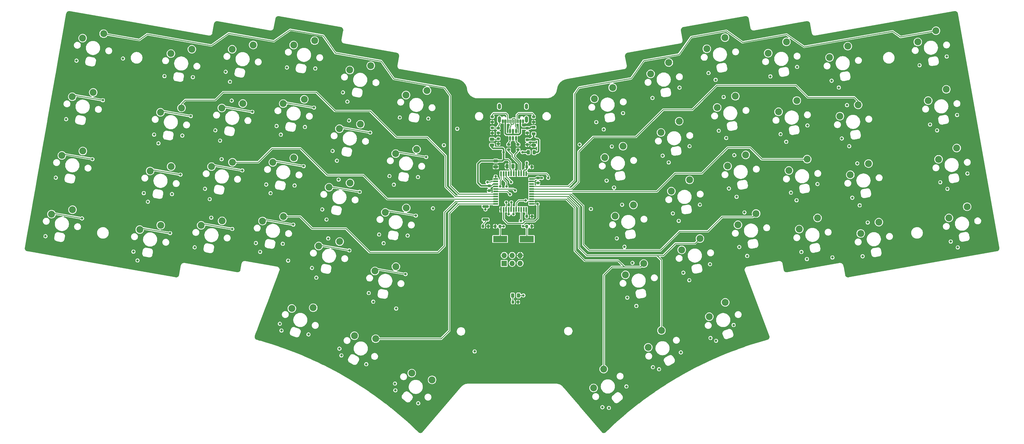
<source format=gbr>
%TF.GenerationSoftware,KiCad,Pcbnew,8.0.0*%
%TF.CreationDate,2024-04-28T13:48:31+02:00*%
%TF.ProjectId,phnx,70686e78-2e6b-4696-9361-645f70636258,A*%
%TF.SameCoordinates,Original*%
%TF.FileFunction,Copper,L1,Top*%
%TF.FilePolarity,Positive*%
%FSLAX46Y46*%
G04 Gerber Fmt 4.6, Leading zero omitted, Abs format (unit mm)*
G04 Created by KiCad (PCBNEW 8.0.0) date 2024-04-28 13:48:31*
%MOMM*%
%LPD*%
G01*
G04 APERTURE LIST*
G04 Aperture macros list*
%AMRoundRect*
0 Rectangle with rounded corners*
0 $1 Rounding radius*
0 $2 $3 $4 $5 $6 $7 $8 $9 X,Y pos of 4 corners*
0 Add a 4 corners polygon primitive as box body*
4,1,4,$2,$3,$4,$5,$6,$7,$8,$9,$2,$3,0*
0 Add four circle primitives for the rounded corners*
1,1,$1+$1,$2,$3*
1,1,$1+$1,$4,$5*
1,1,$1+$1,$6,$7*
1,1,$1+$1,$8,$9*
0 Add four rect primitives between the rounded corners*
20,1,$1+$1,$2,$3,$4,$5,0*
20,1,$1+$1,$4,$5,$6,$7,0*
20,1,$1+$1,$6,$7,$8,$9,0*
20,1,$1+$1,$8,$9,$2,$3,0*%
G04 Aperture macros list end*
%TA.AperFunction,SMDPad,CuDef*%
%ADD10RoundRect,0.218750X-0.381250X0.218750X-0.381250X-0.218750X0.381250X-0.218750X0.381250X0.218750X0*%
%TD*%
%TA.AperFunction,SMDPad,CuDef*%
%ADD11RoundRect,0.225000X-0.250000X0.225000X-0.250000X-0.225000X0.250000X-0.225000X0.250000X0.225000X0*%
%TD*%
%TA.AperFunction,SMDPad,CuDef*%
%ADD12RoundRect,0.200000X-0.200000X-0.275000X0.200000X-0.275000X0.200000X0.275000X-0.200000X0.275000X0*%
%TD*%
%TA.AperFunction,ComponentPad*%
%ADD13C,2.200000*%
%TD*%
%TA.AperFunction,SMDPad,CuDef*%
%ADD14RoundRect,0.225000X-0.225000X-0.250000X0.225000X-0.250000X0.225000X0.250000X-0.225000X0.250000X0*%
%TD*%
%TA.AperFunction,SMDPad,CuDef*%
%ADD15RoundRect,0.250000X0.250000X0.475000X-0.250000X0.475000X-0.250000X-0.475000X0.250000X-0.475000X0*%
%TD*%
%TA.AperFunction,SMDPad,CuDef*%
%ADD16RoundRect,0.200000X-0.275000X0.200000X-0.275000X-0.200000X0.275000X-0.200000X0.275000X0.200000X0*%
%TD*%
%TA.AperFunction,SMDPad,CuDef*%
%ADD17RoundRect,0.225000X0.225000X0.250000X-0.225000X0.250000X-0.225000X-0.250000X0.225000X-0.250000X0*%
%TD*%
%TA.AperFunction,SMDPad,CuDef*%
%ADD18RoundRect,0.250000X-0.475000X0.250000X-0.475000X-0.250000X0.475000X-0.250000X0.475000X0.250000X0*%
%TD*%
%TA.AperFunction,SMDPad,CuDef*%
%ADD19RoundRect,0.150000X0.150000X-0.512500X0.150000X0.512500X-0.150000X0.512500X-0.150000X-0.512500X0*%
%TD*%
%TA.AperFunction,SMDPad,CuDef*%
%ADD20RoundRect,0.243750X-0.243750X-0.456250X0.243750X-0.456250X0.243750X0.456250X-0.243750X0.456250X0*%
%TD*%
%TA.AperFunction,SMDPad,CuDef*%
%ADD21RoundRect,0.243750X-0.456250X0.243750X-0.456250X-0.243750X0.456250X-0.243750X0.456250X0.243750X0*%
%TD*%
%TA.AperFunction,SMDPad,CuDef*%
%ADD22RoundRect,0.243750X0.243750X0.456250X-0.243750X0.456250X-0.243750X-0.456250X0.243750X-0.456250X0*%
%TD*%
%TA.AperFunction,SMDPad,CuDef*%
%ADD23RoundRect,0.200000X-0.800000X0.200000X-0.800000X-0.200000X0.800000X-0.200000X0.800000X0.200000X0*%
%TD*%
%TA.AperFunction,SMDPad,CuDef*%
%ADD24R,4.500000X2.000000*%
%TD*%
%TA.AperFunction,ComponentPad*%
%ADD25R,1.700000X1.700000*%
%TD*%
%TA.AperFunction,ComponentPad*%
%ADD26O,1.700000X1.700000*%
%TD*%
%TA.AperFunction,SMDPad,CuDef*%
%ADD27R,0.550000X1.500000*%
%TD*%
%TA.AperFunction,SMDPad,CuDef*%
%ADD28R,1.500000X0.550000*%
%TD*%
%TA.AperFunction,SMDPad,CuDef*%
%ADD29RoundRect,0.150000X0.150000X0.425000X-0.150000X0.425000X-0.150000X-0.425000X0.150000X-0.425000X0*%
%TD*%
%TA.AperFunction,SMDPad,CuDef*%
%ADD30RoundRect,0.075000X0.075000X0.500000X-0.075000X0.500000X-0.075000X-0.500000X0.075000X-0.500000X0*%
%TD*%
%TA.AperFunction,ComponentPad*%
%ADD31O,1.000000X2.100000*%
%TD*%
%TA.AperFunction,ComponentPad*%
%ADD32O,1.000000X1.800000*%
%TD*%
%TA.AperFunction,ViaPad*%
%ADD33C,0.800000*%
%TD*%
%TA.AperFunction,Conductor*%
%ADD34C,0.250000*%
%TD*%
%TA.AperFunction,Conductor*%
%ADD35C,0.300000*%
%TD*%
%TA.AperFunction,Conductor*%
%ADD36C,0.500000*%
%TD*%
G04 APERTURE END LIST*
D10*
%TO.P,FB1,1*%
%TO.N,/ESD & Power Filtering/VBUS*%
X215687500Y-107187500D03*
%TO.P,FB1,2*%
%TO.N,/ESD & Power Filtering/5V_FUSE*%
X215687500Y-109312500D03*
%TD*%
D11*
%TO.P,C6,1*%
%TO.N,/ESD & Power Filtering/5V*%
X201496100Y-125931644D03*
%TO.P,C6,2*%
%TO.N,GND*%
X201496100Y-127481644D03*
%TD*%
D12*
%TO.P,R9,1*%
%TO.N,Net-(D110-K)*%
X209051413Y-163103661D03*
%TO.P,R9,2*%
%TO.N,GND*%
X210701413Y-163103661D03*
%TD*%
D13*
%TO.P,SW452,1,1*%
%TO.N,/Keyboard Matrix/COL_12*%
X347360818Y-95091298D03*
%TO.P,SW452,2,2*%
%TO.N,Net-(D452-A)*%
X341548355Y-98695376D03*
%TD*%
%TO.P,SW412,1,1*%
%TO.N,/Keyboard Matrix/COL_3*%
X116272317Y-137167808D03*
%TO.P,SW412,2,2*%
%TO.N,Net-(D412-A)*%
X109577721Y-138566554D03*
%TD*%
%TO.P,SW442,1,1*%
%TO.N,/Keyboard Matrix/COL_9*%
X276804336Y-163228990D03*
%TO.P,SW442,2,2*%
%TO.N,Net-(D442-A)*%
X271706019Y-167787638D03*
%TD*%
%TO.P,SW420,1,1*%
%TO.N,/Keyboard Matrix/COL_5*%
X157101489Y-125023216D03*
%TO.P,SW420,2,2*%
%TO.N,Net-(D420-A)*%
X150406893Y-126421962D03*
%TD*%
%TO.P,SW422,1,1*%
%TO.N,/Keyboard Matrix/COL_5*%
X165256459Y-174846032D03*
%TO.P,SW422,2,2*%
%TO.N,Net-(D422-A)*%
X158487197Y-173870737D03*
%TD*%
D14*
%TO.P,C10,1*%
%TO.N,GND*%
X203396100Y-138906644D03*
%TO.P,C10,2*%
%TO.N,Net-(U1-XTAL1)*%
X204946100Y-138906644D03*
%TD*%
D15*
%TO.P,C9,1*%
%TO.N,Net-(U1-UCAP)*%
X209096099Y-119706644D03*
%TO.P,C9,2*%
%TO.N,GND*%
X207196099Y-119706644D03*
%TD*%
D16*
%TO.P,R1,1*%
%TO.N,Earth*%
X202491026Y-107426525D03*
%TO.P,R1,2*%
%TO.N,GND*%
X202491026Y-109076525D03*
%TD*%
D13*
%TO.P,SW405,1,1*%
%TO.N,/Keyboard Matrix/COL_2*%
X106608721Y-82268193D03*
%TO.P,SW405,2,2*%
%TO.N,Net-(D405-A)*%
X99914125Y-83666939D03*
%TD*%
%TO.P,SW445,1,1*%
%TO.N,/Keyboard Matrix/COL_10*%
X302940347Y-117431732D03*
%TO.P,SW445,2,2*%
%TO.N,Net-(D445-A)*%
X297127884Y-121035810D03*
%TD*%
D17*
%TO.P,C11,1*%
%TO.N,GND*%
X215046100Y-138906644D03*
%TO.P,C11,2*%
%TO.N,Net-(U1-XTAL2)*%
X213496100Y-138906644D03*
%TD*%
D13*
%TO.P,SW407,1,1*%
%TO.N,/Keyboard Matrix/COL_2*%
X99992727Y-119789365D03*
%TO.P,SW407,2,2*%
%TO.N,Net-(D407-A)*%
X93298131Y-121188111D03*
%TD*%
%TO.P,SW441,1,1*%
%TO.N,/Keyboard Matrix/COL_9*%
X286660759Y-134810169D03*
%TO.P,SW441,2,2*%
%TO.N,Net-(D441-A)*%
X280848296Y-138414247D03*
%TD*%
%TO.P,SW453,1,1*%
%TO.N,/Keyboard Matrix/COL_12*%
X350668818Y-113851883D03*
%TO.P,SW453,2,2*%
%TO.N,Net-(D453-A)*%
X344856355Y-117455961D03*
%TD*%
%TO.P,SW404,1,1*%
%TO.N,/Keyboard Matrix/COL_1*%
X68543846Y-133587958D03*
%TO.P,SW404,2,2*%
%TO.N,Net-(D404-A)*%
X61849250Y-134986704D03*
%TD*%
%TO.P,SW432,1,1*%
%TO.N,/Keyboard Matrix/COL_7*%
X238028982Y-184563351D03*
%TO.P,SW432,2,2*%
%TO.N,Net-(D432-A)*%
X234797281Y-190590806D03*
%TD*%
%TO.P,SW402,1,1*%
%TO.N,/Keyboard Matrix/COL_1*%
X75159843Y-96066782D03*
%TO.P,SW402,2,2*%
%TO.N,Net-(D402-A)*%
X68465247Y-97465528D03*
%TD*%
D16*
%TO.P,R3,1*%
%TO.N,/ESD & Power Filtering/D+*%
X207700000Y-112731644D03*
%TO.P,R3,2*%
%TO.N,/Microcontroller/MCU_D+*%
X207700000Y-114381644D03*
%TD*%
D13*
%TO.P,SW446,1,1*%
%TO.N,/Keyboard Matrix/COL_10*%
X306248345Y-136192321D03*
%TO.P,SW446,2,2*%
%TO.N,Net-(D446-A)*%
X300435882Y-139796399D03*
%TD*%
D18*
%TO.P,C8,1*%
%TO.N,/ESD & Power Filtering/5V*%
X203596100Y-118006644D03*
%TO.P,C8,2*%
%TO.N,GND*%
X203596100Y-119906644D03*
%TD*%
D19*
%TO.P,U2,1,I/O1*%
%TO.N,/ESD & Power Filtering/D+*%
X208146100Y-110706644D03*
%TO.P,U2,2,GND*%
%TO.N,GND*%
X209096100Y-110706644D03*
%TO.P,U2,3,I/O2*%
%TO.N,/ESD & Power Filtering/D-*%
X210046100Y-110706644D03*
%TO.P,U2,4,I/O2*%
%TO.N,/ESD & Power Filtering/CONN_D-*%
X210046100Y-108431644D03*
%TO.P,U2,5,VBUS*%
%TO.N,/ESD & Power Filtering/VBUS*%
X209096100Y-108431644D03*
%TO.P,U2,6,I/O1*%
%TO.N,/ESD & Power Filtering/CONN_D+*%
X208146100Y-108431644D03*
%TD*%
D16*
%TO.P,R2,1*%
%TO.N,Net-(J1-CC1)*%
X215646100Y-103881644D03*
%TO.P,R2,2*%
%TO.N,GND*%
X215646100Y-105531644D03*
%TD*%
D14*
%TO.P,C7,1*%
%TO.N,/ESD & Power Filtering/5V*%
X213496100Y-119906644D03*
%TO.P,C7,2*%
%TO.N,GND*%
X215046100Y-119906644D03*
%TD*%
D13*
%TO.P,SW433,1,1*%
%TO.N,/Keyboard Matrix/COL_8*%
X258803176Y-86526552D03*
%TO.P,SW433,2,2*%
%TO.N,Net-(D433-A)*%
X252990713Y-90130630D03*
%TD*%
%TO.P,SW401,1,1*%
%TO.N,/Keyboard Matrix/COL_1*%
X78467842Y-77306193D03*
%TO.P,SW401,2,2*%
%TO.N,Net-(D401-A)*%
X71773246Y-78704939D03*
%TD*%
%TO.P,SW428,1,1*%
%TO.N,/Keyboard Matrix/COL_7*%
X240869588Y-94524696D03*
%TO.P,SW428,2,2*%
%TO.N,Net-(D428-A)*%
X235057125Y-98128774D03*
%TD*%
%TO.P,SW424,1,1*%
%TO.N,/Keyboard Matrix/COL_6*%
X178343074Y-114260771D03*
%TO.P,SW424,2,2*%
%TO.N,Net-(D424-A)*%
X171648478Y-115659517D03*
%TD*%
D20*
%TO.P,D110,1,K*%
%TO.N,Net-(D110-K)*%
X208962500Y-161000000D03*
%TO.P,D110,2,A*%
%TO.N,Net-(D110-A)*%
X210837500Y-161000000D03*
%TD*%
D13*
%TO.P,SW416,1,1*%
%TO.N,/Keyboard Matrix/COL_4*%
X135859903Y-135785657D03*
%TO.P,SW416,2,2*%
%TO.N,Net-(D416-A)*%
X129165307Y-137184403D03*
%TD*%
%TO.P,SW443,1,1*%
%TO.N,/Keyboard Matrix/COL_10*%
X296324352Y-79910558D03*
%TO.P,SW443,2,2*%
%TO.N,Net-(D443-A)*%
X290511889Y-83514636D03*
%TD*%
D16*
%TO.P,R5,1*%
%TO.N,Net-(J1-CC2)*%
X202471100Y-103881644D03*
%TO.P,R5,2*%
%TO.N,GND*%
X202471100Y-105531644D03*
%TD*%
D13*
%TO.P,SW437,1,1*%
%TO.N,/Keyboard Matrix/COL_8*%
X256452869Y-172220072D03*
%TO.P,SW437,2,2*%
%TO.N,Net-(D437-A)*%
X252223608Y-177594777D03*
%TD*%
%TO.P,SW403,1,1*%
%TO.N,/Keyboard Matrix/COL_1*%
X71851845Y-114827373D03*
%TO.P,SW403,2,2*%
%TO.N,Net-(D403-A)*%
X65157249Y-116226119D03*
%TD*%
%TO.P,SW406,1,1*%
%TO.N,/Keyboard Matrix/COL_2*%
X103300723Y-101028780D03*
%TO.P,SW406,2,2*%
%TO.N,Net-(D406-A)*%
X96606127Y-102427526D03*
%TD*%
D18*
%TO.P,C3,1*%
%TO.N,/ESD & Power Filtering/5V_FUSE*%
X215646100Y-111062645D03*
%TO.P,C3,2*%
%TO.N,GND*%
X215646100Y-112962645D03*
%TD*%
D13*
%TO.P,SW447,1,1*%
%TO.N,/Keyboard Matrix/COL_11*%
X315911938Y-81292705D03*
%TO.P,SW447,2,2*%
%TO.N,Net-(D447-A)*%
X310099475Y-84896783D03*
%TD*%
D21*
%TO.P,D109,1,K*%
%TO.N,Net-(D109-K)*%
X202396100Y-111019144D03*
%TO.P,D109,2,A*%
%TO.N,/ESD & Power Filtering/5V*%
X202396100Y-112894144D03*
%TD*%
D16*
%TO.P,R4,1*%
%TO.N,/ESD & Power Filtering/D-*%
X210700000Y-112731644D03*
%TO.P,R4,2*%
%TO.N,/Microcontroller/MCU_D-*%
X210700000Y-114381644D03*
%TD*%
D13*
%TO.P,SW440,1,1*%
%TO.N,/Keyboard Matrix/COL_9*%
X283352761Y-116049583D03*
%TO.P,SW440,2,2*%
%TO.N,Net-(D440-A)*%
X277540298Y-119653661D03*
%TD*%
%TO.P,SW450,1,1*%
%TO.N,/Keyboard Matrix/COL_11*%
X325835932Y-137574469D03*
%TO.P,SW450,2,2*%
%TO.N,Net-(D450-A)*%
X320023469Y-141178547D03*
%TD*%
%TO.P,SW444,1,1*%
%TO.N,/Keyboard Matrix/COL_10*%
X299632349Y-98671142D03*
%TO.P,SW444,2,2*%
%TO.N,Net-(D444-A)*%
X293819886Y-102275220D03*
%TD*%
%TO.P,SW429,1,1*%
%TO.N,/Keyboard Matrix/COL_7*%
X244177586Y-113285285D03*
%TO.P,SW429,2,2*%
%TO.N,Net-(D429-A)*%
X238365123Y-116889363D03*
%TD*%
%TO.P,SW439,1,1*%
%TO.N,/Keyboard Matrix/COL_9*%
X280044763Y-97288995D03*
%TO.P,SW439,2,2*%
%TO.N,Net-(D439-A)*%
X274232300Y-100893073D03*
%TD*%
%TO.P,SW451,1,1*%
%TO.N,/Keyboard Matrix/COL_12*%
X344052820Y-76330709D03*
%TO.P,SW451,2,2*%
%TO.N,Net-(D451-A)*%
X338240357Y-79934787D03*
%TD*%
%TO.P,SW436,1,1*%
%TO.N,/Keyboard Matrix/COL_8*%
X268727170Y-142808314D03*
%TO.P,SW436,2,2*%
%TO.N,Net-(D436-A)*%
X262914707Y-146412392D03*
%TD*%
%TO.P,SW417,1,1*%
%TO.N,/Keyboard Matrix/COL_4*%
X145351283Y-164934993D03*
%TO.P,SW417,2,2*%
%TO.N,Net-(D417-A)*%
X138515503Y-165149985D03*
%TD*%
%TO.P,SW414,1,1*%
%TO.N,/Keyboard Matrix/COL_4*%
X142475900Y-98264481D03*
%TO.P,SW414,2,2*%
%TO.N,Net-(D414-A)*%
X135781304Y-99663227D03*
%TD*%
%TO.P,SW438,1,1*%
%TO.N,/Keyboard Matrix/COL_9*%
X276736765Y-78528406D03*
%TO.P,SW438,2,2*%
%TO.N,Net-(D438-A)*%
X270924302Y-82132484D03*
%TD*%
%TO.P,SW434,1,1*%
%TO.N,/Keyboard Matrix/COL_8*%
X262111174Y-105287140D03*
%TO.P,SW434,2,2*%
%TO.N,Net-(D434-A)*%
X256298711Y-108891218D03*
%TD*%
%TO.P,SW430,1,1*%
%TO.N,/Keyboard Matrix/COL_7*%
X247485584Y-132045871D03*
%TO.P,SW430,2,2*%
%TO.N,Net-(D430-A)*%
X241673121Y-135649949D03*
%TD*%
%TO.P,SW421,1,1*%
%TO.N,/Keyboard Matrix/COL_5*%
X153793490Y-143783802D03*
%TO.P,SW421,2,2*%
%TO.N,Net-(D421-A)*%
X147098894Y-145182548D03*
%TD*%
D11*
%TO.P,C5,1*%
%TO.N,/ESD & Power Filtering/5V*%
X217056597Y-123463788D03*
%TO.P,C5,2*%
%TO.N,GND*%
X217056597Y-125013788D03*
%TD*%
D22*
%TO.P,F1,1*%
%TO.N,/ESD & Power Filtering/5V_FUSE*%
X215833600Y-115200145D03*
%TO.P,F1,2*%
%TO.N,/ESD & Power Filtering/5V*%
X213958600Y-115200145D03*
%TD*%
D11*
%TO.P,C4,1*%
%TO.N,Earth*%
X204396100Y-107478678D03*
%TO.P,C4,2*%
%TO.N,GND*%
X204396100Y-109028678D03*
%TD*%
D13*
%TO.P,SW411,1,1*%
%TO.N,/Keyboard Matrix/COL_3*%
X119580313Y-118407217D03*
%TO.P,SW411,2,2*%
%TO.N,Net-(D411-A)*%
X112885717Y-119805963D03*
%TD*%
%TO.P,SW427,1,1*%
%TO.N,/Keyboard Matrix/COL_6*%
X183269386Y-187989112D03*
%TO.P,SW427,2,2*%
%TO.N,Net-(D427-A)*%
X176772322Y-185853164D03*
%TD*%
%TO.P,SW448,1,1*%
%TO.N,/Keyboard Matrix/COL_11*%
X319219936Y-100053294D03*
%TO.P,SW448,2,2*%
%TO.N,Net-(D448-A)*%
X313407473Y-103657372D03*
%TD*%
%TO.P,SW431,1,1*%
%TO.N,/Keyboard Matrix/COL_7*%
X250793582Y-150806459D03*
%TO.P,SW431,2,2*%
%TO.N,Net-(D431-A)*%
X244981119Y-154410537D03*
%TD*%
D11*
%TO.P,C1,1*%
%TO.N,/ESD & Power Filtering/VBUS*%
X213646100Y-107487645D03*
%TO.P,C1,2*%
%TO.N,GND*%
X213646100Y-109037645D03*
%TD*%
D13*
%TO.P,SW408,1,1*%
%TO.N,/Keyboard Matrix/COL_2*%
X96684730Y-138549955D03*
%TO.P,SW408,2,2*%
%TO.N,Net-(D408-A)*%
X89990134Y-139948701D03*
%TD*%
D23*
%TO.P,SW55,1,1*%
%TO.N,RST*%
X200346100Y-132556644D03*
%TO.P,SW55,2,2*%
%TO.N,Net-(R7-Pad1)*%
X200346100Y-136756644D03*
%TD*%
D13*
%TO.P,SW435,1,1*%
%TO.N,/Keyboard Matrix/COL_8*%
X265419172Y-124047726D03*
%TO.P,SW435,2,2*%
%TO.N,Net-(D435-A)*%
X259606709Y-127651804D03*
%TD*%
D16*
%TO.P,R8,1*%
%TO.N,Net-(D109-K)*%
X204396100Y-110881644D03*
%TO.P,R8,2*%
%TO.N,GND*%
X204396100Y-112531644D03*
%TD*%
D13*
%TO.P,SW410,1,1*%
%TO.N,/Keyboard Matrix/COL_3*%
X122888310Y-99646631D03*
%TO.P,SW410,2,2*%
%TO.N,Net-(D410-A)*%
X116193714Y-101045377D03*
%TD*%
D24*
%TO.P,Y1,1,1*%
%TO.N,Net-(U1-XTAL1)*%
X204996100Y-142956644D03*
%TO.P,Y1,2,2*%
%TO.N,Net-(U1-XTAL2)*%
X213496100Y-142956644D03*
%TD*%
D13*
%TO.P,SW409,1,1*%
%TO.N,/Keyboard Matrix/COL_3*%
X126196308Y-80886044D03*
%TO.P,SW409,2,2*%
%TO.N,Net-(D409-A)*%
X119501712Y-82284790D03*
%TD*%
D25*
%TO.P,J2,1,Pin_1*%
%TO.N,MISO*%
X206295603Y-150731682D03*
D26*
%TO.P,J2,2,Pin_2*%
%TO.N,/ESD & Power Filtering/5V*%
X206295603Y-148191682D03*
%TO.P,J2,3,Pin_3*%
%TO.N,SCK*%
X208835603Y-150731682D03*
%TO.P,J2,4,Pin_4*%
%TO.N,MOSI*%
X208835603Y-148191682D03*
%TO.P,J2,5,Pin_5*%
%TO.N,RST*%
X211375603Y-150731682D03*
%TO.P,J2,6,Pin_6*%
%TO.N,GND*%
X211375603Y-148191682D03*
%TD*%
D12*
%TO.P,R7,1*%
%TO.N,Net-(R7-Pad1)*%
X199521100Y-138881644D03*
%TO.P,R7,2*%
%TO.N,GND*%
X201171100Y-138881644D03*
%TD*%
D13*
%TO.P,SW423,1,1*%
%TO.N,/Keyboard Matrix/COL_6*%
X181651073Y-95500182D03*
%TO.P,SW423,2,2*%
%TO.N,Net-(D423-A)*%
X174956477Y-96898928D03*
%TD*%
D27*
%TO.P,U1,1,PE6*%
%TO.N,Net-(D110-A)*%
X213296100Y-122056644D03*
%TO.P,U1,2,UVCC*%
%TO.N,/ESD & Power Filtering/5V*%
X212496100Y-122056644D03*
%TO.P,U1,3,D-*%
%TO.N,/Microcontroller/MCU_D-*%
X211696100Y-122056644D03*
%TO.P,U1,4,D+*%
%TO.N,/Microcontroller/MCU_D+*%
X210896100Y-122056644D03*
%TO.P,U1,5,UGND*%
%TO.N,GND*%
X210096100Y-122056644D03*
%TO.P,U1,6,UCAP*%
%TO.N,Net-(U1-UCAP)*%
X209296100Y-122056644D03*
%TO.P,U1,7,VBUS*%
%TO.N,/ESD & Power Filtering/5V*%
X208496100Y-122056644D03*
%TO.P,U1,8,PB0*%
%TO.N,unconnected-(U1-PB0-Pad8)*%
X207696100Y-122056644D03*
%TO.P,U1,9,PB1*%
%TO.N,SCK*%
X206896100Y-122056644D03*
%TO.P,U1,10,PB2*%
%TO.N,MOSI*%
X206096100Y-122056644D03*
%TO.P,U1,11,PB3*%
%TO.N,MISO*%
X205296100Y-122056644D03*
D28*
%TO.P,U1,12,PB7*%
%TO.N,/Microcontroller/L_DOUT*%
X203596100Y-123756644D03*
%TO.P,U1,13,~{RESET}*%
%TO.N,RST*%
X203596100Y-124556644D03*
%TO.P,U1,14,VCC*%
%TO.N,/ESD & Power Filtering/5V*%
X203596100Y-125356644D03*
%TO.P,U1,15,GND*%
%TO.N,GND*%
X203596100Y-126156644D03*
%TO.P,U1,16,XTAL2*%
%TO.N,Net-(U1-XTAL2)*%
X203596100Y-126956644D03*
%TO.P,U1,17,XTAL1*%
%TO.N,Net-(U1-XTAL1)*%
X203596100Y-127756644D03*
%TO.P,U1,18,PD0*%
%TO.N,/Keyboard Matrix/COL_1*%
X203596100Y-128556644D03*
%TO.P,U1,19,PD1*%
%TO.N,/Keyboard Matrix/COL_2*%
X203596100Y-129356644D03*
%TO.P,U1,20,PD2*%
%TO.N,/Keyboard Matrix/COL_3*%
X203596100Y-130156644D03*
%TO.P,U1,21,PD3*%
%TO.N,/Keyboard Matrix/COL_4*%
X203596100Y-130956644D03*
%TO.P,U1,22,PD5*%
%TO.N,/Keyboard Matrix/COL_5*%
X203596100Y-131756644D03*
D27*
%TO.P,U1,23,GND*%
%TO.N,GND*%
X205296100Y-133456644D03*
%TO.P,U1,24,AVCC*%
%TO.N,/ESD & Power Filtering/5V*%
X206096100Y-133456644D03*
%TO.P,U1,25,PD4*%
%TO.N,/Keyboard Matrix/COL_6*%
X206896100Y-133456644D03*
%TO.P,U1,26,PD6*%
%TO.N,/Keyboard Matrix/ROW_3*%
X207696100Y-133456644D03*
%TO.P,U1,27,PD7*%
%TO.N,/Keyboard Matrix/ROW_2*%
X208496100Y-133456644D03*
%TO.P,U1,28,PB4*%
%TO.N,/Keyboard Matrix/ROW_5*%
X209296100Y-133456644D03*
%TO.P,U1,29,PB5*%
%TO.N,/Keyboard Matrix/ROW_1*%
X210096100Y-133456644D03*
%TO.P,U1,30,PB6*%
%TO.N,unconnected-(U1-PB6-Pad30)*%
X210896100Y-133456644D03*
%TO.P,U1,31,PC6*%
%TO.N,/Keyboard Matrix/ROW_4*%
X211696100Y-133456644D03*
%TO.P,U1,32,PC7*%
%TO.N,unconnected-(U1-PC7-Pad32)*%
X212496100Y-133456644D03*
%TO.P,U1,33,~{HWB}/PE2*%
%TO.N,Net-(U1-~{HWB}{slash}PE2)*%
X213296100Y-133456644D03*
D28*
%TO.P,U1,34,VCC*%
%TO.N,/ESD & Power Filtering/5V*%
X214996100Y-131756644D03*
%TO.P,U1,35,GND*%
%TO.N,GND*%
X214996100Y-130956644D03*
%TO.P,U1,36,PF7*%
%TO.N,/Keyboard Matrix/COL_7*%
X214996100Y-130156644D03*
%TO.P,U1,37,PF6*%
%TO.N,/Keyboard Matrix/COL_8*%
X214996100Y-129356644D03*
%TO.P,U1,38,PF5*%
%TO.N,/Keyboard Matrix/COL_9*%
X214996100Y-128556644D03*
%TO.P,U1,39,PF4*%
%TO.N,/Keyboard Matrix/COL_10*%
X214996100Y-127756644D03*
%TO.P,U1,40,PF1*%
%TO.N,/Keyboard Matrix/COL_11*%
X214996100Y-126956644D03*
%TO.P,U1,41,PF0*%
%TO.N,/Keyboard Matrix/COL_12*%
X214996100Y-126156644D03*
%TO.P,U1,42,AREF*%
%TO.N,unconnected-(U1-AREF-Pad42)*%
X214996100Y-125356644D03*
%TO.P,U1,43,GND*%
%TO.N,GND*%
X214996100Y-124556644D03*
%TO.P,U1,44,AVCC*%
%TO.N,/ESD & Power Filtering/5V*%
X214996100Y-123756644D03*
%TD*%
D13*
%TO.P,SW454,1,1*%
%TO.N,/Keyboard Matrix/COL_12*%
X353976813Y-132612470D03*
%TO.P,SW454,2,2*%
%TO.N,Net-(D454-A)*%
X348164350Y-136216548D03*
%TD*%
D11*
%TO.P,C2,1*%
%TO.N,/ESD & Power Filtering/5V_FUSE*%
X213646100Y-111237645D03*
%TO.P,C2,2*%
%TO.N,GND*%
X213646100Y-112787645D03*
%TD*%
D13*
%TO.P,SW418,1,1*%
%TO.N,/Keyboard Matrix/COL_5*%
X163717485Y-87502038D03*
%TO.P,SW418,2,2*%
%TO.N,Net-(D418-A)*%
X157022889Y-88900784D03*
%TD*%
D12*
%TO.P,R6,1*%
%TO.N,Net-(U1-~{HWB}{slash}PE2)*%
X213471100Y-135706644D03*
%TO.P,R6,2*%
%TO.N,GND*%
X215121100Y-135706644D03*
%TD*%
D13*
%TO.P,SW413,1,1*%
%TO.N,/Keyboard Matrix/COL_4*%
X145783895Y-79503894D03*
%TO.P,SW413,2,2*%
%TO.N,Net-(D413-A)*%
X139089299Y-80902640D03*
%TD*%
%TO.P,SW425,1,1*%
%TO.N,/Keyboard Matrix/COL_6*%
X175035076Y-133021358D03*
%TO.P,SW425,2,2*%
%TO.N,Net-(D425-A)*%
X168340480Y-134420104D03*
%TD*%
%TO.P,SW426,1,1*%
%TO.N,/Keyboard Matrix/COL_6*%
X171727080Y-151781946D03*
%TO.P,SW426,2,2*%
%TO.N,Net-(D426-A)*%
X165032484Y-153180692D03*
%TD*%
%TO.P,SW449,1,1*%
%TO.N,/Keyboard Matrix/COL_11*%
X322527934Y-118813880D03*
%TO.P,SW449,2,2*%
%TO.N,Net-(D449-A)*%
X316715471Y-122417958D03*
%TD*%
D29*
%TO.P,J1,A1,GND*%
%TO.N,GND*%
X212246100Y-105306644D03*
%TO.P,J1,A4,VBUS*%
%TO.N,/ESD & Power Filtering/VBUS*%
X211446100Y-105306644D03*
D30*
%TO.P,J1,A5,CC1*%
%TO.N,Net-(J1-CC1)*%
X210296100Y-105306644D03*
%TO.P,J1,A6,D+*%
%TO.N,/ESD & Power Filtering/CONN_D+*%
X209296100Y-105306644D03*
%TO.P,J1,A7,D-*%
%TO.N,/ESD & Power Filtering/CONN_D-*%
X208796100Y-105306644D03*
%TO.P,J1,A8,SBU1*%
%TO.N,unconnected-(J1-SBU1-PadA8)*%
X207796100Y-105306644D03*
D29*
%TO.P,J1,A9,VBUS*%
%TO.N,/ESD & Power Filtering/VBUS*%
X206646100Y-105306644D03*
%TO.P,J1,A12,GND*%
%TO.N,GND*%
X205846100Y-105306644D03*
%TO.P,J1,B1,GND*%
X205846100Y-105306644D03*
%TO.P,J1,B4,VBUS*%
%TO.N,/ESD & Power Filtering/VBUS*%
X206646100Y-105306644D03*
D30*
%TO.P,J1,B5,CC2*%
%TO.N,Net-(J1-CC2)*%
X207296100Y-105306644D03*
%TO.P,J1,B6,D+*%
%TO.N,/ESD & Power Filtering/CONN_D+*%
X208296100Y-105306644D03*
%TO.P,J1,B7,D-*%
%TO.N,/ESD & Power Filtering/CONN_D-*%
X209796100Y-105306644D03*
%TO.P,J1,B8,SBU2*%
%TO.N,unconnected-(J1-SBU2-PadB8)*%
X210796100Y-105306644D03*
D29*
%TO.P,J1,B9,VBUS*%
%TO.N,/ESD & Power Filtering/VBUS*%
X211446100Y-105306644D03*
%TO.P,J1,B12,GND*%
%TO.N,GND*%
X212246100Y-105306644D03*
D31*
%TO.P,J1,S1,SHIELD*%
%TO.N,Earth*%
X213366100Y-104731644D03*
D32*
X213366100Y-100551644D03*
D31*
X204726100Y-104731644D03*
D32*
X204726100Y-100551644D03*
%TD*%
D13*
%TO.P,SW415,1,1*%
%TO.N,/Keyboard Matrix/COL_4*%
X139167902Y-117025069D03*
%TO.P,SW415,2,2*%
%TO.N,Net-(D415-A)*%
X132473306Y-118423815D03*
%TD*%
%TO.P,SW419,1,1*%
%TO.N,/Keyboard Matrix/COL_5*%
X160409487Y-106262625D03*
%TO.P,SW419,2,2*%
%TO.N,Net-(D419-A)*%
X153714891Y-107661371D03*
%TD*%
D33*
%TO.N,GND*%
X142480137Y-118665214D03*
X213146100Y-131645840D03*
X348683951Y-126738331D03*
X242303886Y-126314486D03*
X244000000Y-101700000D03*
X145762301Y-99950793D03*
X208515771Y-130215505D03*
X265546100Y-157145837D03*
X153900000Y-118100000D03*
X270483523Y-90041683D03*
X296777708Y-128307083D03*
X249446100Y-164145837D03*
X116420608Y-89306436D03*
X118348010Y-98531273D03*
X263946100Y-142745837D03*
X196846100Y-179912665D03*
X236954770Y-195978741D03*
X122883745Y-120033051D03*
X104560472Y-110066495D03*
X274746100Y-91845837D03*
X263246100Y-94345837D03*
X313014569Y-110974257D03*
X317346100Y-113045837D03*
X271769043Y-173663739D03*
X93579329Y-131252933D03*
X176439329Y-142092399D03*
X319656612Y-148643155D03*
X259108808Y-134949127D03*
X103158617Y-121378293D03*
X119780897Y-92852277D03*
X216398249Y-130920066D03*
X65518093Y-104447329D03*
X126058839Y-144061955D03*
X245965967Y-190825217D03*
X355065656Y-121842494D03*
X132657469Y-106639260D03*
X275246100Y-97745837D03*
X150543985Y-114616411D03*
X205996100Y-126156644D03*
X78349087Y-97572632D03*
X212296100Y-139856644D03*
X293478392Y-109595737D03*
X344424314Y-124982835D03*
X213546100Y-117545837D03*
X135956786Y-87927915D03*
X203546100Y-121945834D03*
X211900000Y-110900000D03*
X96884433Y-90684954D03*
X206096100Y-139956647D03*
X266379957Y-113008948D03*
X300746100Y-87745837D03*
X86986487Y-146818996D03*
X170916186Y-192109717D03*
X260138529Y-118114564D03*
X205096172Y-115182677D03*
X234667072Y-105749787D03*
X252597002Y-98018837D03*
X83700000Y-84900000D03*
X284805418Y-148237555D03*
X348464414Y-84405167D03*
X113314128Y-130391171D03*
X240146100Y-147345837D03*
X246207262Y-150751570D03*
X314046100Y-94345837D03*
X237966386Y-124461134D03*
X307210761Y-125145049D03*
X210546100Y-126745837D03*
X71846100Y-135345837D03*
X101259594Y-128786297D03*
X191300000Y-106600000D03*
X238937454Y-197642619D03*
X312003047Y-148724264D03*
X263336394Y-136846032D03*
X281446100Y-129345837D03*
X135822246Y-143498946D03*
X139146100Y-137345837D03*
X200905568Y-123773170D03*
X168676704Y-122636977D03*
X75082725Y-116440413D03*
X276995331Y-126971973D03*
X153452517Y-179704241D03*
X181579117Y-115773285D03*
X255852906Y-116483982D03*
X209546100Y-124745837D03*
X143675309Y-107352166D03*
X206600000Y-101600000D03*
X170817830Y-165003428D03*
X212096063Y-116194860D03*
X208960912Y-128096150D03*
X209100000Y-113600000D03*
X146972180Y-88651796D03*
X210528548Y-106466613D03*
X106460860Y-102667493D03*
X281953731Y-134647684D03*
X253186076Y-183102938D03*
X165463732Y-163250132D03*
X163661298Y-107931060D03*
X211200000Y-101600000D03*
X153843299Y-95905066D03*
X347767042Y-143940382D03*
X300120435Y-147264633D03*
X297656788Y-111502165D03*
X263510599Y-178711411D03*
X269704070Y-131837110D03*
X207721100Y-125449535D03*
X280422980Y-170117499D03*
X320688719Y-132039541D03*
X172070340Y-125791871D03*
X206946100Y-130245834D03*
X183446100Y-134145837D03*
X116613442Y-111679822D03*
X351975828Y-145415340D03*
X174997761Y-153199444D03*
X99877304Y-140093146D03*
X93585117Y-109396304D03*
X113121293Y-108017781D03*
X160374320Y-126897602D03*
X239021068Y-107697292D03*
X145350522Y-155104091D03*
X254818788Y-185120342D03*
X172110809Y-188455467D03*
X136007355Y-109756543D03*
X129391359Y-147259172D03*
X341168412Y-106517690D03*
X290222487Y-91130592D03*
X205600000Y-109000000D03*
X157052929Y-145605004D03*
X221300000Y-131300000D03*
X199200000Y-133495837D03*
X129358153Y-125350608D03*
X162078075Y-160059669D03*
X134899528Y-173180025D03*
X207600000Y-106500000D03*
X111823241Y-135966989D03*
X316357296Y-129931807D03*
X183052873Y-104595617D03*
X137510891Y-148884003D03*
X212400407Y-161999994D03*
X245646100Y-145245837D03*
X309758665Y-92509112D03*
X219296031Y-123444689D03*
X165377391Y-141348326D03*
X90285803Y-128107653D03*
X58919460Y-141870026D03*
X206200000Y-110900000D03*
X278105199Y-110525256D03*
X262451537Y-153906677D03*
X280294645Y-145683321D03*
X304026652Y-106508157D03*
X300958969Y-130209925D03*
X150600000Y-137000000D03*
X314646100Y-100345837D03*
X62218778Y-123158675D03*
X242846100Y-132145837D03*
X210546766Y-137170168D03*
X109821979Y-126729130D03*
X152455455Y-123787669D03*
X115122555Y-117255642D03*
X178276502Y-134484005D03*
X168760376Y-144549482D03*
X244565018Y-161883829D03*
X345446100Y-108045837D03*
X179543512Y-194750298D03*
X317952508Y-118964934D03*
X321283487Y-137857575D03*
X337825684Y-87560140D03*
X278709168Y-116379428D03*
X135083337Y-169149386D03*
X68817407Y-85735984D03*
X241222290Y-142926280D03*
X143945353Y-152039108D03*
X209000000Y-103400000D03*
X272125363Y-151997802D03*
X213546100Y-124545837D03*
X179752181Y-123315228D03*
X149138773Y-142597493D03*
X119646100Y-138745837D03*
X209346100Y-136045837D03*
X90268534Y-150012217D03*
X207503563Y-136015982D03*
X147244670Y-133327760D03*
X140384221Y-126021146D03*
X304157404Y-148950423D03*
X107176688Y-90216558D03*
X157300000Y-99200000D03*
X126052805Y-101299243D03*
X132688173Y-128557236D03*
X154202749Y-177176004D03*
X155789500Y-104879360D03*
X212400000Y-106600000D03*
X351765212Y-103124667D03*
X272913364Y-175782905D03*
X273739426Y-108506828D03*
X161715130Y-183837194D03*
X143446100Y-174445837D03*
X234146100Y-134345837D03*
X171976022Y-103925629D03*
X96954380Y-112545635D03*
X239629807Y-113591740D03*
X106522661Y-145440479D03*
%TO.N,/ESD & Power Filtering/5V*%
X206096100Y-115194858D03*
X260093620Y-134775480D03*
X169661515Y-122810625D03*
X212096099Y-115194858D03*
X130342962Y-125524254D03*
X271468332Y-89868037D03*
X338810495Y-87386491D03*
X294463201Y-109422089D03*
X237610352Y-196733867D03*
X171427817Y-189185894D03*
X238951197Y-124287486D03*
X310743475Y-92335464D03*
X348751852Y-143766736D03*
X148229478Y-133501408D03*
X253581813Y-97845187D03*
X117405415Y-89480085D03*
X107507470Y-145614127D03*
X272092444Y-174610004D03*
X235651883Y-105576138D03*
X166362200Y-141521973D03*
X136941592Y-88101562D03*
X153694367Y-178037140D03*
X133642276Y-106812910D03*
X301105243Y-147090985D03*
X281279454Y-145509675D03*
X66502904Y-104620979D03*
X245549828Y-161710179D03*
X163062884Y-160233320D03*
X114106101Y-108191429D03*
X94569925Y-109569952D03*
X172960830Y-104099279D03*
X59904273Y-142043672D03*
X342153221Y-106344040D03*
X291207298Y-90956942D03*
X151528796Y-114790060D03*
X345409125Y-124809186D03*
X274724235Y-108333180D03*
X110806786Y-126902778D03*
X63203587Y-123332328D03*
X69802218Y-85909631D03*
X144930166Y-152212758D03*
X297762516Y-128133435D03*
X218296100Y-123456644D03*
X154828112Y-96078716D03*
X256837715Y-116310332D03*
X263436347Y-153733027D03*
X320641419Y-148469508D03*
X97869239Y-90858604D03*
X242207100Y-142752629D03*
X127043646Y-144235603D03*
X253733620Y-183939719D03*
X317342105Y-129758158D03*
X213496100Y-118556644D03*
X87971293Y-146992646D03*
X91270610Y-128281299D03*
X313999377Y-110800608D03*
X216946100Y-131756644D03*
X277980137Y-126798325D03*
X134689375Y-170068518D03*
%TO.N,/Keyboard Matrix/ROW_1*%
X213146100Y-130645837D03*
%TO.N,/Keyboard Matrix/ROW_2*%
X208546100Y-131245837D03*
X187046100Y-112945837D03*
X230346100Y-112745837D03*
%TO.N,/Keyboard Matrix/ROW_3*%
X233946100Y-133345837D03*
X207746100Y-135045837D03*
X183546100Y-133145837D03*
%TO.N,/Keyboard Matrix/ROW_4*%
X211571100Y-137145837D03*
%TO.N,/Keyboard Matrix/ROW_5*%
X196846100Y-178912662D03*
X209246100Y-134995837D03*
%TO.N,/Microcontroller/L_DOUT*%
X84644736Y-85235293D03*
X203546100Y-122945837D03*
%TO.N,/LED Matrix Left Side/DOUT*%
X244200000Y-102700000D03*
X191300000Y-107700000D03*
%TO.N,RST*%
X200300000Y-133495837D03*
X200907788Y-124773170D03*
%TO.N,SCK*%
X208480336Y-124798716D03*
%TO.N,MOSI*%
X206996100Y-126156644D03*
%TO.N,MISO*%
X204996100Y-126156644D03*
%TO.N,/Keyboard Matrix/COL_6*%
X206946100Y-131245837D03*
%TO.N,Net-(D402-A)*%
X78232572Y-98565823D03*
%TO.N,Net-(D403-A)*%
X74907207Y-117424891D03*
%TO.N,Net-(D404-A)*%
X71566652Y-136370129D03*
%TO.N,Net-(D406-A)*%
X106275714Y-103650207D03*
%TO.N,Net-(D407-A)*%
X102976401Y-122361554D03*
%TO.N,Net-(D408-A)*%
X99677085Y-141072900D03*
%TO.N,Net-(D410-A)*%
X125910371Y-102289050D03*
%TO.N,Net-(D411-A)*%
X122709537Y-121017762D03*
%TO.N,Net-(D412-A)*%
X119508703Y-139746472D03*
%TO.N,Net-(D414-A)*%
X145594268Y-100936577D03*
%TO.N,Net-(D415-A)*%
X142294954Y-119647921D03*
%TO.N,Net-(D416-A)*%
X138995638Y-138359271D03*
%TO.N,Net-(D419-A)*%
X163530028Y-108922409D03*
%TO.N,Net-(D420-A)*%
X160187302Y-127879961D03*
%TO.N,Net-(D421-A)*%
X156887984Y-146591309D03*
%TO.N,Net-(D424-A)*%
X181391183Y-116755469D03*
%TO.N,Net-(D425-A)*%
X178091867Y-135466815D03*
%TO.N,Net-(D426-A)*%
X174792551Y-154178165D03*
%TO.N,Net-(D528-DOUT)*%
X240608022Y-113384136D03*
X238041108Y-107896503D03*
%TO.N,Net-(D530-DOUT)*%
X244657104Y-145417682D03*
X247196543Y-150605528D03*
%TO.N,Net-(D532-DOUT)*%
X262649465Y-179219793D03*
X239684156Y-196977456D03*
%TO.N,Net-(D505-DIN)*%
X106949569Y-91190428D03*
X95974555Y-112345761D03*
%TO.N,Net-(D507-DIN)*%
X89286776Y-149822071D03*
X100277079Y-128600099D03*
%TO.N,Net-(D506-DIN)*%
X103576393Y-109888753D03*
X92601378Y-131044086D03*
%TO.N,Net-(D510-DOUT)*%
X116107366Y-117429290D03*
X115628633Y-111506173D03*
%TO.N,Net-(D512-DOUT)*%
X143840099Y-173456371D03*
X137337245Y-149868812D03*
%TO.N,Net-(D513-DIN)*%
X145997303Y-88429042D03*
X135022285Y-109584379D03*
%TO.N,Net-(D511-DOUT)*%
X112808052Y-136140640D03*
X112329316Y-130217523D03*
%TO.N,Net-(D515-DIN)*%
X128408304Y-147075857D03*
X139398672Y-125851739D03*
%TO.N,Net-(D514-DIN)*%
X131722971Y-128295723D03*
X142697988Y-107140394D03*
%TO.N,Net-(D519-DOUT)*%
X153440263Y-123961316D03*
X152905032Y-117926696D03*
%TO.N,Net-(D516-DIN)*%
X135206765Y-172228389D03*
X135631573Y-144480601D03*
%TO.N,Net-(D521-DOUT)*%
X146328495Y-155312836D03*
X162262674Y-183000413D03*
%TO.N,Net-(D523-DIN)*%
X182065782Y-104435443D03*
X171090766Y-125590776D03*
%TO.N,Net-(D520-DOUT)*%
X149588354Y-136736525D03*
X150123582Y-142771144D03*
%TO.N,Net-(D524-DIN)*%
X167791450Y-144302123D03*
X178766466Y-123146789D03*
%TO.N,Net-(D522-DOUT)*%
X154331877Y-180180401D03*
X178849326Y-195470095D03*
%TO.N,Net-(D525-DIN)*%
X164492137Y-163013473D03*
X175467153Y-141858138D03*
%TO.N,Net-(D526-DIN)*%
X171801008Y-165186088D03*
X171555558Y-191340815D03*
%TO.N,Net-(U1-XTAL2)*%
X209715411Y-127439846D03*
X212296100Y-138856644D03*
%TO.N,Net-(U1-XTAL1)*%
X208147085Y-128677263D03*
X206096100Y-138956644D03*
%TO.N,Net-(D509-DOUT)*%
X118797592Y-92670297D03*
X119332823Y-98704922D03*
%TO.N,Net-(D518-DOUT)*%
X156774309Y-105053005D03*
X156239077Y-99018386D03*
%TO.N,Net-(D529-DOUT)*%
X243889971Y-131997000D03*
X241323057Y-126509371D03*
%TO.N,Net-(D531-DOUT)*%
X248453274Y-164359169D03*
X245275210Y-190102128D03*
%TO.N,Net-(D533-DIN)*%
X258765867Y-118466858D03*
X262215058Y-94545916D03*
%TO.N,Net-(D535-DIN)*%
X268715210Y-131985976D03*
X265333171Y-156140218D03*
%TO.N,Net-(D534-DIN)*%
X265415893Y-113274628D03*
X261965867Y-137166858D03*
%TO.N,Net-(D539-DOUT)*%
X279680374Y-116141178D03*
X277113460Y-110653548D03*
%TO.N,Net-(D536-DIN)*%
X255679922Y-184611960D03*
X271943517Y-151014471D03*
%TO.N,Net-(D541-DOUT)*%
X283815023Y-148375843D03*
X279484691Y-170463356D03*
%TO.N,Net-(D538-DOUT)*%
X273733028Y-92058045D03*
X276299943Y-97545676D03*
%TO.N,Net-(D543-DIN)*%
X299736235Y-87929921D03*
X296265867Y-111866858D03*
%TO.N,Net-(D540-DOUT)*%
X280430140Y-129463376D03*
X282934849Y-134454261D03*
%TO.N,Net-(D545-DIN)*%
X302865867Y-149366858D03*
X306236384Y-125369979D03*
%TO.N,Net-(D542-DOUT)*%
X311012359Y-148860437D03*
X273876515Y-175513936D03*
%TO.N,Net-(D544-DIN)*%
X303035549Y-106641269D03*
X299565867Y-130566858D03*
%TO.N,Net-(D548-DOUT)*%
X318932322Y-118765008D03*
X316365409Y-113277381D03*
%TO.N,Net-(D547-DOUT)*%
X315650373Y-100152143D03*
X313057411Y-94516792D03*
%TO.N,Net-(D551-DIN)*%
X347481324Y-84588306D03*
X344403735Y-108221492D03*
%TO.N,Net-(D549-DOUT)*%
X322266367Y-137673318D03*
X319699454Y-132185689D03*
%TO.N,Net-(D553-DIN)*%
X354079954Y-122011002D03*
X351002364Y-145644188D03*
%TO.N,Net-(D552-DIN)*%
X347703048Y-126932840D03*
X350780639Y-103299655D03*
%TO.N,Net-(D110-A)*%
X212396339Y-161000000D03*
X220295899Y-123428307D03*
%TD*%
D34*
%TO.N,GND*%
X214996100Y-124556644D02*
X213556907Y-124556644D01*
X205571322Y-109028678D02*
X205600000Y-109000000D01*
X202821100Y-126156644D02*
X203596100Y-126156644D01*
X216361671Y-130956644D02*
X216398249Y-130920066D01*
D35*
X212246100Y-105306644D02*
X212246100Y-106446100D01*
D34*
X210096100Y-122056644D02*
X210096100Y-124195837D01*
X213556907Y-124556644D02*
X213546100Y-124545837D01*
D35*
X212246100Y-106446100D02*
X212400000Y-106600000D01*
D34*
X209096100Y-113596100D02*
X209100000Y-113600000D01*
D35*
X205846100Y-108753900D02*
X205600000Y-109000000D01*
D34*
X209096100Y-110706644D02*
X209096100Y-113596100D01*
X204396100Y-109028678D02*
X205571322Y-109028678D01*
X201496100Y-127481644D02*
X202821100Y-126156644D01*
X214996100Y-130956644D02*
X216361671Y-130956644D01*
D35*
X205846100Y-105306644D02*
X205846100Y-108753900D01*
D34*
X210096100Y-124195837D02*
X209546100Y-124745837D01*
D36*
%TO.N,/ESD & Power Filtering/VBUS*%
X206996100Y-109556644D02*
X206646100Y-109206644D01*
X206646100Y-109206644D02*
X206646100Y-105306644D01*
X209096100Y-109556644D02*
X206996100Y-109556644D01*
X209096100Y-109556644D02*
X210996100Y-109556644D01*
X211446100Y-107006644D02*
X211927101Y-107487645D01*
X209096100Y-108431644D02*
X209096100Y-109556644D01*
X214465099Y-107487645D02*
X214746100Y-107206644D01*
X211927101Y-107487645D02*
X213646100Y-107487645D01*
X213646100Y-107487645D02*
X214465099Y-107487645D01*
X214746100Y-107206644D02*
X215646099Y-107206644D01*
X210996100Y-109556644D02*
X211446100Y-109106644D01*
X211446100Y-107006644D02*
X211446100Y-105306644D01*
X211446100Y-109106644D02*
X211446100Y-107006644D01*
%TO.N,/ESD & Power Filtering/5V_FUSE*%
X215646100Y-111062646D02*
X217002102Y-111062646D01*
X217296100Y-114856644D02*
X216952599Y-115200145D01*
X215646099Y-109331644D02*
X215646100Y-111062646D01*
X213646100Y-111237645D02*
X215471101Y-111237645D01*
X217002102Y-111062646D02*
X217296100Y-111356644D01*
X217296100Y-111356644D02*
X217296100Y-114856644D01*
X216952599Y-115200145D02*
X215833601Y-115200145D01*
X215471101Y-111237645D02*
X215646100Y-111062646D01*
D34*
%TO.N,Earth*%
X202491026Y-107426525D02*
X204343947Y-107426525D01*
X204396100Y-107478678D02*
X204396100Y-106703900D01*
X204343947Y-107426525D02*
X204396100Y-107478678D01*
X204396100Y-106703900D02*
X204726100Y-106373900D01*
X204726100Y-106373900D02*
X204726100Y-104731644D01*
D36*
%TO.N,/ESD & Power Filtering/5V*%
X198846099Y-118006645D02*
X197896100Y-118956644D01*
X206096100Y-114256644D02*
X205796100Y-113956644D01*
D35*
X202796100Y-125356644D02*
X202221100Y-125931644D01*
X212496100Y-121106644D02*
X212746063Y-120856681D01*
D36*
X206096100Y-115194858D02*
X206096100Y-114256644D01*
X197896100Y-124956644D02*
X198871100Y-125931644D01*
D35*
X216996100Y-136256644D02*
X216046100Y-137206644D01*
D36*
X205646099Y-118006645D02*
X198846099Y-118006645D01*
D35*
X207556907Y-117556644D02*
X206096100Y-117556644D01*
D36*
X202696100Y-113956644D02*
X202396100Y-113656644D01*
X202396100Y-113656644D02*
X202396100Y-112894145D01*
D35*
X208496100Y-120828523D02*
X208146099Y-120478522D01*
D36*
X205796100Y-113956644D02*
X202696100Y-113956644D01*
X213958599Y-115200145D02*
X212101386Y-115200145D01*
D35*
X212246100Y-137945837D02*
X207385293Y-137945837D01*
X216946100Y-131756644D02*
X214996100Y-131756644D01*
X212496100Y-122056644D02*
X212496100Y-121106644D01*
X203596100Y-125356644D02*
X202796100Y-125356644D01*
X206096100Y-136656644D02*
X206096100Y-133456644D01*
D36*
X206096100Y-117556644D02*
X205646099Y-118006645D01*
X197896100Y-118956644D02*
X197896100Y-124956644D01*
D35*
X213196063Y-120856681D02*
X213496100Y-120556644D01*
D36*
X198871100Y-125931644D02*
X201496100Y-125931644D01*
D35*
X202221100Y-125931644D02*
X201496100Y-125931644D01*
D36*
X206096100Y-115194858D02*
X206096100Y-117556644D01*
D35*
X216996100Y-131806644D02*
X216996100Y-136256644D01*
X214996100Y-123756644D02*
X216046100Y-123756644D01*
X212985293Y-137206644D02*
X212246100Y-137945837D01*
X208146099Y-118145836D02*
X207556907Y-117556644D01*
X212746063Y-120856681D02*
X213196063Y-120856681D01*
D36*
X212101386Y-115200145D02*
X212096099Y-115194858D01*
D35*
X208146099Y-120478522D02*
X208146099Y-118145836D01*
D36*
X217056597Y-123463788D02*
X218288956Y-123463788D01*
D35*
X216946100Y-131756644D02*
X216996100Y-131806644D01*
X213496100Y-120556644D02*
X213496100Y-119906644D01*
X208496100Y-122056644D02*
X208496100Y-120828523D01*
X216338956Y-123463788D02*
X217056597Y-123463788D01*
X207385293Y-137945837D02*
X206096100Y-136656644D01*
X216046100Y-123756644D02*
X216338956Y-123463788D01*
D36*
X213496100Y-119906644D02*
X213496100Y-118556644D01*
D35*
X216046100Y-137206644D02*
X212985293Y-137206644D01*
D36*
X218288956Y-123463788D02*
X218296100Y-123456644D01*
D34*
%TO.N,/Keyboard Matrix/ROW_1*%
X210096100Y-131495837D02*
X210096100Y-133456644D01*
X210946100Y-130645837D02*
X210096100Y-131495837D01*
X213146100Y-130645837D02*
X210946100Y-130645837D01*
D35*
%TO.N,/Keyboard Matrix/ROW_2*%
X208546100Y-133406644D02*
X208496100Y-133456644D01*
X208546100Y-131245837D02*
X208546100Y-133406644D01*
%TO.N,/Keyboard Matrix/ROW_3*%
X207746100Y-133506644D02*
X207696100Y-133456644D01*
X207746100Y-135045837D02*
X207746100Y-133506644D01*
D34*
%TO.N,/Keyboard Matrix/ROW_4*%
X211696100Y-137020837D02*
X211696100Y-133456644D01*
X211571100Y-137145837D02*
X211696100Y-137020837D01*
%TO.N,/Keyboard Matrix/ROW_5*%
X209296100Y-133456644D02*
X209296100Y-134945837D01*
X209296100Y-134945837D02*
X209246100Y-134995837D01*
%TO.N,/Microcontroller/L_DOUT*%
X203596100Y-123756644D02*
X203596100Y-122995837D01*
X203596100Y-122995837D02*
X203546100Y-122945837D01*
%TO.N,/ESD & Power Filtering/CONN_D-*%
X208796100Y-105306644D02*
X208796100Y-104663880D01*
X209796100Y-106856644D02*
X210046100Y-107106644D01*
X210046100Y-107106644D02*
X210046100Y-108431644D01*
X209796100Y-105306644D02*
X209796100Y-106856644D01*
X209796100Y-104656644D02*
X209796100Y-105306644D01*
X209546100Y-104406644D02*
X209796100Y-104656644D01*
X208796100Y-104663880D02*
X209053336Y-104406644D01*
X209053336Y-104406644D02*
X209546100Y-104406644D01*
%TO.N,/ESD & Power Filtering/CONN_D+*%
X208396100Y-106363880D02*
X208553336Y-106206644D01*
X208296100Y-105306644D02*
X208296100Y-105949408D01*
X209296100Y-105949408D02*
X209296100Y-105306644D01*
X209038864Y-106206644D02*
X209296100Y-105949408D01*
X208396100Y-106856644D02*
X208396100Y-106363880D01*
X208146100Y-107106644D02*
X208396100Y-106856644D01*
X208399718Y-106053026D02*
X208553336Y-106206644D01*
X208146100Y-108431644D02*
X208146100Y-107106644D01*
X208553336Y-106206644D02*
X209038864Y-106206644D01*
X208296100Y-105949408D02*
X208399718Y-106053026D01*
%TO.N,RST*%
X202146100Y-124556644D02*
X203596100Y-124556644D01*
X200300000Y-133495837D02*
X200346100Y-133449737D01*
X200962748Y-124718210D02*
X201984534Y-124718210D01*
X200346100Y-133449737D02*
X200346100Y-132556644D01*
X200907788Y-124773170D02*
X200962748Y-124718210D01*
X201984534Y-124718210D02*
X202146100Y-124556644D01*
%TO.N,SCK*%
X206896100Y-122956644D02*
X206896100Y-122056644D01*
X208480336Y-124798716D02*
X208480336Y-124540880D01*
X208480336Y-124540880D02*
X206896100Y-122956644D01*
%TO.N,MOSI*%
X206996100Y-126156644D02*
X206996100Y-124756644D01*
X206996100Y-124756644D02*
X206096100Y-123856644D01*
X206096100Y-123856644D02*
X206096100Y-122056644D01*
%TO.N,MISO*%
X204996100Y-126156644D02*
X204996100Y-124256644D01*
X205296100Y-123956644D02*
X205296100Y-122056644D01*
X204996100Y-124256644D02*
X205296100Y-123956644D01*
D35*
%TO.N,/ESD & Power Filtering/D+*%
X208146100Y-111706644D02*
X208146100Y-110706644D01*
X207700000Y-112152744D02*
X208146100Y-111706644D01*
X207700000Y-112731644D02*
X207700000Y-112152744D01*
%TO.N,/ESD & Power Filtering/D-*%
X210700000Y-112731644D02*
X210700000Y-112460544D01*
X210700000Y-112460544D02*
X210046100Y-111806644D01*
X210046100Y-110706644D02*
X210046100Y-111806644D01*
D34*
%TO.N,/Keyboard Matrix/COL_2*%
X116600000Y-96000000D02*
X146300000Y-96000000D01*
X104500000Y-98500000D02*
X114100000Y-98500000D01*
X187600000Y-126199737D02*
X190756907Y-129356644D01*
X163500000Y-102000000D02*
X171900000Y-110400000D01*
X187600000Y-116352632D02*
X187600000Y-126199737D01*
X171900000Y-110400000D02*
X181647368Y-110400000D01*
X190756907Y-129356644D02*
X203596100Y-129356644D01*
X103300723Y-101028780D02*
X103300723Y-99699277D01*
X103300723Y-99699277D02*
X104500000Y-98500000D01*
X152300000Y-102000000D02*
X163500000Y-102000000D01*
X114100000Y-98500000D02*
X116600000Y-96000000D01*
X146300000Y-96000000D02*
X152300000Y-102000000D01*
X181647368Y-110400000D02*
X187600000Y-116352632D01*
%TO.N,/Keyboard Matrix/COL_3*%
X149800000Y-122500000D02*
X141300000Y-114000000D01*
X203596100Y-130156644D02*
X168956644Y-130156644D01*
X141300000Y-114000000D02*
X132200000Y-114000000D01*
X132200000Y-114000000D02*
X127792783Y-118407217D01*
X168956644Y-130156644D02*
X161300000Y-122500000D01*
X127792783Y-118407217D02*
X119580313Y-118407217D01*
X161300000Y-122500000D02*
X149800000Y-122500000D01*
%TO.N,/Keyboard Matrix/COL_4*%
X155800000Y-139600000D02*
X145000000Y-139600000D01*
X203596100Y-130956644D02*
X190756907Y-130956644D01*
X145000000Y-139600000D02*
X141185657Y-135785657D01*
X190746100Y-130945837D02*
X187246100Y-134445837D01*
X187246100Y-145100000D02*
X185146100Y-147200000D01*
X163400000Y-147200000D02*
X155800000Y-139600000D01*
X185146100Y-147200000D02*
X163400000Y-147200000D01*
X190756907Y-130956644D02*
X190746100Y-130945837D01*
X187246100Y-134445837D02*
X187246100Y-145100000D01*
X141185657Y-135785657D02*
X135859903Y-135785657D01*
X146028585Y-78817024D02*
X144932720Y-79328034D01*
%TO.N,/Keyboard Matrix/COL_5*%
X188746100Y-134745837D02*
X191735293Y-131756644D01*
X186146100Y-174846032D02*
X188746100Y-172246032D01*
X188746100Y-172246032D02*
X188746100Y-134745837D01*
X165256459Y-174846032D02*
X186146100Y-174846032D01*
X191735293Y-131756644D02*
X203596100Y-131756644D01*
%TO.N,/Keyboard Matrix/COL_6*%
X206946100Y-131245837D02*
X206946100Y-133406644D01*
X206946100Y-133406644D02*
X206896100Y-133456644D01*
%TO.N,/Keyboard Matrix/COL_7*%
X249709615Y-151890426D02*
X244646100Y-151890426D01*
X228800000Y-146700000D02*
X231980528Y-149880528D01*
X228800000Y-132900000D02*
X228800000Y-146700000D01*
X238028982Y-154471018D02*
X238028982Y-184563351D01*
X244646100Y-151890426D02*
X240609574Y-151890426D01*
X226056644Y-130156644D02*
X228800000Y-132900000D01*
X214996100Y-130156644D02*
X226056644Y-130156644D01*
X250793582Y-150806459D02*
X249709615Y-151890426D01*
X231980528Y-149880528D02*
X242636202Y-149880528D01*
X242636202Y-149880528D02*
X244646100Y-151890426D01*
X240609574Y-151890426D02*
X238028982Y-154471018D01*
%TO.N,/Keyboard Matrix/COL_8*%
X256452869Y-149698706D02*
X255000000Y-148245837D01*
X226756644Y-129356644D02*
X230146100Y-132746100D01*
X267135484Y-144400000D02*
X268727170Y-142808314D01*
X232646100Y-148245837D02*
X255000000Y-148245837D01*
X214996100Y-129356644D02*
X226756644Y-129356644D01*
X230146100Y-145745837D02*
X232646100Y-148245837D01*
X257054163Y-148245837D02*
X260900000Y-144400000D01*
X260900000Y-144400000D02*
X267135484Y-144400000D01*
X230146100Y-132746100D02*
X230146100Y-145745837D01*
X256452869Y-172220072D02*
X256452869Y-149698706D01*
X255000000Y-148245837D02*
X257054163Y-148245837D01*
%TO.N,/Keyboard Matrix/COL_9*%
X262198535Y-140488445D02*
X256141143Y-146545837D01*
X256141143Y-146545837D02*
X233345837Y-146545837D01*
X275800000Y-135910168D02*
X271221723Y-140488445D01*
X231500000Y-132400000D02*
X227656644Y-128556644D01*
X285560760Y-135910168D02*
X275800000Y-135910168D01*
X233345837Y-146545837D02*
X231500000Y-144700000D01*
X286660759Y-134810169D02*
X285560760Y-135910168D01*
X231500000Y-144700000D02*
X231500000Y-132400000D01*
X271221723Y-140488445D02*
X262198535Y-140488445D01*
X227656644Y-128556644D02*
X214996100Y-128556644D01*
%TO.N,/Keyboard Matrix/COL_10*%
X254953412Y-127756644D02*
X260789650Y-121920406D01*
X288461246Y-117431732D02*
X302940347Y-117431732D01*
X277600000Y-113700000D02*
X284729514Y-113700000D01*
X260789650Y-121920406D02*
X269379594Y-121920406D01*
X284729514Y-113700000D02*
X288461246Y-117431732D01*
X269379594Y-121920406D02*
X277600000Y-113700000D01*
X214996100Y-127756644D02*
X254953412Y-127756644D01*
%TO.N,/Keyboard Matrix/COL_11*%
X230046100Y-124645837D02*
X227735293Y-126956644D01*
X248300000Y-110300000D02*
X234700000Y-110300000D01*
X319219936Y-100053294D02*
X319219936Y-98919936D01*
X319219936Y-98919936D02*
X317950000Y-97650000D01*
X230046100Y-114953900D02*
X230046100Y-124645837D01*
X227735293Y-126956644D02*
X214996100Y-126956644D01*
X303150000Y-97650000D02*
X299300000Y-93800000D01*
X299300000Y-93800000D02*
X274100000Y-93800000D01*
X234700000Y-110300000D02*
X230046100Y-114953900D01*
X266300000Y-101600000D02*
X257000000Y-101600000D01*
X317950000Y-97650000D02*
X303150000Y-97650000D01*
X274100000Y-93800000D02*
X266300000Y-101600000D01*
X257000000Y-101600000D02*
X248300000Y-110300000D01*
%TO.N,/Keyboard Matrix/COL_12*%
X234580077Y-93742642D02*
X230101918Y-94532263D01*
X228680151Y-96562755D02*
X228680151Y-124161786D01*
X332714657Y-78329933D02*
X344052820Y-76330709D01*
X277165335Y-76384075D02*
X282378387Y-80034293D01*
X228680151Y-124161786D02*
X226685293Y-126156644D01*
X234580077Y-93742642D02*
X246803376Y-91587346D01*
X226685293Y-126156644D02*
X214996100Y-126156644D01*
X282378387Y-80034293D02*
X296357404Y-77569415D01*
X330154958Y-76537613D02*
X332714657Y-78329933D01*
X296357404Y-77569415D02*
X301979110Y-81505776D01*
X262030518Y-83926798D02*
X265924083Y-78366211D01*
X246803376Y-91587346D02*
X250778058Y-85910911D01*
X265924083Y-78366211D02*
X277165335Y-76384075D01*
X230101918Y-94532263D02*
X228680151Y-96562755D01*
X301979110Y-81505776D02*
X330154958Y-76537613D01*
X250778058Y-85910911D02*
X262030518Y-83926798D01*
%TO.N,/Keyboard Matrix/COL_1*%
X189068698Y-125868435D02*
X191756907Y-128556644D01*
X189068698Y-97201758D02*
X189068698Y-125868435D01*
X112812343Y-81064821D02*
X118372931Y-77171256D01*
X78467842Y-77306193D02*
X89806005Y-79305417D01*
X152395185Y-83474925D02*
X167068821Y-86062283D01*
X118372931Y-77171256D02*
X132751126Y-79706519D01*
X187243588Y-94595231D02*
X189068698Y-97201758D01*
X92426822Y-77470305D02*
X112812343Y-81064821D01*
X132751126Y-79706519D02*
X137964175Y-76056303D01*
X89806005Y-79305417D02*
X92426822Y-77470305D01*
X171043503Y-91738717D02*
X187243588Y-94595231D01*
X148501620Y-77914336D02*
X152395185Y-83474925D01*
X137964175Y-76056303D02*
X148501620Y-77914336D01*
X191756907Y-128556644D02*
X203596100Y-128556644D01*
X167068821Y-86062283D02*
X171043503Y-91738717D01*
%TO.N,Net-(D402-A)*%
X69174800Y-96968694D02*
X68465246Y-97465530D01*
X78232572Y-98565823D02*
X69174800Y-96968694D01*
%TO.N,Net-(D403-A)*%
X74909380Y-117412581D02*
X65765440Y-115800260D01*
X65765440Y-115800260D02*
X65055884Y-116297094D01*
X65055884Y-116297094D02*
X64954943Y-116279294D01*
X74907207Y-117424891D02*
X74909380Y-117412581D01*
%TO.N,Net-(D404-A)*%
X71566652Y-136370129D02*
X62225751Y-134723077D01*
X62225751Y-134723077D02*
X61629144Y-135140824D01*
X61629144Y-135140824D02*
X61612213Y-135236844D01*
%TO.N,Net-(D406-A)*%
X106275714Y-103650207D02*
X97156394Y-102042225D01*
X97156394Y-102042225D02*
X96588753Y-102439695D01*
X96588753Y-102439695D02*
X96567481Y-102560334D01*
%TO.N,Net-(D407-A)*%
X93196767Y-121259092D02*
X93021963Y-121228267D01*
X102976401Y-122361554D02*
X93906319Y-120762253D01*
X93906319Y-120762253D02*
X93196767Y-121259092D01*
%TO.N,Net-(D408-A)*%
X99677085Y-141072900D02*
X90656245Y-139482284D01*
X90656245Y-139482284D02*
X89946690Y-139979119D01*
X89946690Y-139979119D02*
X89722646Y-139939614D01*
%TO.N,Net-(D410-A)*%
X116729502Y-100670215D02*
X116408029Y-100895311D01*
X116408029Y-100895311D02*
X116349857Y-101225222D01*
X125910371Y-102289050D02*
X116729502Y-100670215D01*
%TO.N,Net-(D411-A)*%
X113479429Y-119390245D02*
X113100032Y-119655899D01*
X113100032Y-119655899D02*
X113050543Y-119936572D01*
X122709537Y-121017762D02*
X113479429Y-119390245D01*
%TO.N,Net-(D412-A)*%
X110229352Y-138110272D02*
X109519796Y-138607111D01*
X119508703Y-139746472D02*
X110229352Y-138110272D01*
X109519796Y-138607111D02*
X109505025Y-138604505D01*
%TO.N,Net-(D414-A)*%
X135937695Y-99553720D02*
X135886033Y-99846702D01*
X136302607Y-99298205D02*
X135937695Y-99553720D01*
X145594268Y-100936577D02*
X136302607Y-99298205D01*
%TO.N,Net-(D415-A)*%
X133052532Y-118018236D02*
X132342979Y-118515070D01*
X142294954Y-119647921D02*
X133052532Y-118018236D01*
X132342979Y-118515070D02*
X132340517Y-118514636D01*
%TO.N,Net-(D416-A)*%
X138995638Y-138359271D02*
X129802457Y-136738264D01*
X129802457Y-136738264D02*
X129092904Y-137235101D01*
X129092904Y-137235101D02*
X129041201Y-137225985D01*
%TO.N,Net-(D419-A)*%
X154250676Y-107286210D02*
X153813360Y-107592421D01*
X163530028Y-108922409D02*
X154250676Y-107286210D01*
X153813360Y-107592421D02*
X153772552Y-107823854D01*
%TO.N,Net-(D420-A)*%
X160187302Y-127879961D02*
X150710987Y-126209030D01*
X150215746Y-126555802D02*
X150183623Y-126737988D01*
X150710987Y-126209030D02*
X150215746Y-126555802D01*
%TO.N,Net-(D421-A)*%
X147460912Y-144929062D02*
X146907750Y-145316388D01*
X156887984Y-146591309D02*
X147460912Y-144929062D01*
X146907750Y-145316388D02*
X146884308Y-145449338D01*
%TO.N,Net-(D424-A)*%
X171689024Y-115631127D02*
X171659070Y-115801004D01*
X172358035Y-115162681D02*
X171689024Y-115631127D01*
X181391183Y-116755469D02*
X172358035Y-115162681D01*
%TO.N,Net-(D425-A)*%
X178091867Y-135466815D02*
X169107959Y-133882710D01*
X169107959Y-133882710D02*
X168381026Y-134391715D01*
X168381026Y-134391715D02*
X168359757Y-134512353D01*
%TO.N,Net-(D426-A)*%
X174792551Y-154178165D02*
X165857885Y-152602741D01*
X165857885Y-152602741D02*
X165073030Y-153152299D01*
X165073030Y-153152299D02*
X165060439Y-153223701D01*
%TO.N,Net-(R7-Pad1)*%
X200346100Y-137353900D02*
X199521100Y-138178900D01*
X199521100Y-138178900D02*
X199521100Y-138881644D01*
X200346100Y-136756644D02*
X200346100Y-137353900D01*
%TO.N,Net-(U1-~{HWB}{slash}PE2)*%
X213471100Y-134731644D02*
X213471100Y-135706644D01*
X213296100Y-133456644D02*
X213296100Y-134556644D01*
X213296100Y-134556644D02*
X213471100Y-134731644D01*
D35*
%TO.N,/Microcontroller/MCU_D+*%
X208846100Y-116660198D02*
X211046100Y-118860198D01*
X211046100Y-118860198D02*
X211046100Y-120781643D01*
X210896100Y-120931643D02*
X210896100Y-122056644D01*
X211046100Y-120781643D02*
X210896100Y-120931643D01*
X207700000Y-114853900D02*
X208846100Y-116000000D01*
X207700000Y-114381644D02*
X207700000Y-114853900D01*
X208846100Y-116000000D02*
X208846100Y-116660198D01*
%TO.N,/Microcontroller/MCU_D-*%
X209646505Y-116753495D02*
X211546100Y-118653090D01*
X211546100Y-118653090D02*
X211546100Y-120781643D01*
X210700000Y-114381644D02*
X210700000Y-114900000D01*
X209646505Y-115953495D02*
X209646505Y-116753495D01*
X210700000Y-114900000D02*
X209646505Y-115953495D01*
X211696100Y-120931643D02*
X211696100Y-122056644D01*
X211546100Y-120781643D02*
X211696100Y-120931643D01*
D34*
%TO.N,Net-(J1-CC1)*%
X215646100Y-103206644D02*
X215646100Y-103881644D01*
X210796100Y-102756644D02*
X215196100Y-102756644D01*
X210296100Y-105306644D02*
X210296100Y-103256644D01*
X210296100Y-103256644D02*
X210796100Y-102756644D01*
X215196100Y-102756644D02*
X215646100Y-103206644D01*
%TO.N,Net-(J1-CC2)*%
X206796100Y-102756644D02*
X202896100Y-102756644D01*
X202896100Y-102756644D02*
X202471100Y-103181644D01*
X202471100Y-103181644D02*
X202471100Y-103881644D01*
X207296100Y-103256644D02*
X206796100Y-102756644D01*
X207296100Y-105306644D02*
X207296100Y-103256644D01*
%TO.N,Net-(D110-K)*%
X208962499Y-163014747D02*
X209051413Y-163103661D01*
X208962499Y-161000000D02*
X208962499Y-163014747D01*
%TO.N,Net-(D109-K)*%
X202396100Y-111019143D02*
X204258601Y-111019143D01*
X204258601Y-111019143D02*
X204396100Y-110881644D01*
%TO.N,Net-(U1-XTAL2)*%
X212296100Y-138856644D02*
X213446100Y-138856644D01*
X213446100Y-138856644D02*
X213496100Y-138906644D01*
X209715411Y-127439846D02*
X209232209Y-126956644D01*
X213496100Y-142956644D02*
X213496100Y-138906644D01*
X209232209Y-126956644D02*
X203596100Y-126956644D01*
%TO.N,Net-(U1-XTAL1)*%
X207226466Y-127756644D02*
X203596100Y-127756644D01*
X204996100Y-142956644D02*
X204996100Y-138956644D01*
X208147085Y-128677263D02*
X207226466Y-127756644D01*
X206096100Y-138956644D02*
X204996100Y-138956644D01*
X204996100Y-138956644D02*
X204946100Y-138906644D01*
%TO.N,Net-(U1-UCAP)*%
X209296100Y-122056644D02*
X209296100Y-121006644D01*
X209096100Y-120806644D02*
X209096100Y-119706644D01*
X209296100Y-121006644D02*
X209096100Y-120806644D01*
%TO.N,Net-(D110-A)*%
X210837500Y-161000000D02*
X212396339Y-161000000D01*
X211053900Y-160783600D02*
X210837500Y-161000000D01*
X219756644Y-122056644D02*
X213296100Y-122056644D01*
X220295899Y-123428307D02*
X220295899Y-122595899D01*
X220295899Y-122595899D02*
X219756644Y-122056644D01*
%TD*%
%TA.AperFunction,Conductor*%
%TO.N,GND*%
G36*
X210596423Y-134457144D02*
G01*
X211196600Y-134457144D01*
X211263639Y-134476829D01*
X211309394Y-134529633D01*
X211320600Y-134581144D01*
X211320600Y-136467698D01*
X211300915Y-136534737D01*
X211254227Y-136577494D01*
X211198861Y-136606553D01*
X211198860Y-136606554D01*
X211082804Y-136709370D01*
X211080616Y-136711308D01*
X210990881Y-136841312D01*
X210990880Y-136841313D01*
X210934862Y-136989018D01*
X210915822Y-137145836D01*
X210915822Y-137145837D01*
X210934863Y-137302655D01*
X210963197Y-137377366D01*
X210968564Y-137447029D01*
X210935417Y-137508535D01*
X210874278Y-137542357D01*
X210847255Y-137545337D01*
X207602548Y-137545337D01*
X207535509Y-137525652D01*
X207514867Y-137509018D01*
X206532919Y-136527070D01*
X206499434Y-136465747D01*
X206496600Y-136439389D01*
X206496600Y-134581144D01*
X206516285Y-134514105D01*
X206569089Y-134468350D01*
X206620600Y-134457144D01*
X207125766Y-134457144D01*
X207192805Y-134476829D01*
X207238560Y-134529633D01*
X207248504Y-134598791D01*
X207227816Y-134651584D01*
X207165881Y-134741312D01*
X207165880Y-134741313D01*
X207109862Y-134889018D01*
X207090822Y-135045836D01*
X207090822Y-135045837D01*
X207109862Y-135202655D01*
X207164622Y-135347043D01*
X207165880Y-135350360D01*
X207255617Y-135480367D01*
X207373860Y-135585120D01*
X207373862Y-135585121D01*
X207513734Y-135658533D01*
X207667114Y-135696337D01*
X207667115Y-135696337D01*
X207825085Y-135696337D01*
X207978465Y-135658533D01*
X208037442Y-135627579D01*
X208118340Y-135585120D01*
X208236583Y-135480367D01*
X208326320Y-135350360D01*
X208382337Y-135202655D01*
X208384132Y-135195373D01*
X208387350Y-135196166D01*
X208409003Y-135145693D01*
X208466892Y-135106569D01*
X208536743Y-135104952D01*
X208596379Y-135141357D01*
X208620512Y-135180735D01*
X208636206Y-135222117D01*
X208665880Y-135300360D01*
X208755617Y-135430367D01*
X208873860Y-135535120D01*
X208873862Y-135535121D01*
X209013734Y-135608533D01*
X209167114Y-135646337D01*
X209167115Y-135646337D01*
X209325085Y-135646337D01*
X209478465Y-135608533D01*
X209618340Y-135535120D01*
X209736583Y-135430367D01*
X209826320Y-135300360D01*
X209882337Y-135152655D01*
X209901378Y-134995837D01*
X209901226Y-134994581D01*
X209882337Y-134839018D01*
X209858240Y-134775480D01*
X209826320Y-134691314D01*
X209799692Y-134652736D01*
X209798896Y-134651583D01*
X209777014Y-134585229D01*
X209794480Y-134517577D01*
X209845748Y-134470108D01*
X209900947Y-134457144D01*
X210395776Y-134457144D01*
X210471908Y-134442000D01*
X210520292Y-134442000D01*
X210596423Y-134457144D01*
G37*
%TD.AperFunction*%
%TA.AperFunction,Conductor*%
G36*
X205809272Y-124102094D02*
G01*
X205820302Y-124111884D01*
X206584281Y-124875862D01*
X206617766Y-124937185D01*
X206620600Y-124963543D01*
X206620600Y-125564440D01*
X206600915Y-125631479D01*
X206578827Y-125657255D01*
X206505618Y-125722112D01*
X206415881Y-125852119D01*
X206415880Y-125852120D01*
X206359862Y-125999825D01*
X206340822Y-126156643D01*
X206340822Y-126156644D01*
X206359863Y-126313462D01*
X206397678Y-126413173D01*
X206403045Y-126482836D01*
X206369897Y-126544342D01*
X206308759Y-126578164D01*
X206281736Y-126581144D01*
X205710464Y-126581144D01*
X205643425Y-126561459D01*
X205597670Y-126508655D01*
X205587726Y-126439497D01*
X205594522Y-126413173D01*
X205607898Y-126377902D01*
X205632337Y-126313462D01*
X205651378Y-126156644D01*
X205648135Y-126129931D01*
X205632337Y-125999825D01*
X205605662Y-125929490D01*
X205576320Y-125852121D01*
X205486583Y-125722114D01*
X205480461Y-125716690D01*
X205413373Y-125657255D01*
X205376246Y-125598066D01*
X205371600Y-125564440D01*
X205371600Y-124463543D01*
X205391285Y-124396504D01*
X205407919Y-124375862D01*
X205501637Y-124282144D01*
X205596574Y-124187207D01*
X205596575Y-124187206D01*
X205625236Y-124137562D01*
X205675800Y-124089350D01*
X205744407Y-124076126D01*
X205809272Y-124102094D01*
G37*
%TD.AperFunction*%
%TA.AperFunction,Conductor*%
G36*
X207406691Y-117976829D02*
G01*
X207427333Y-117993463D01*
X207709280Y-118275410D01*
X207742765Y-118336733D01*
X207745599Y-118363091D01*
X207745599Y-118631110D01*
X207725914Y-118698149D01*
X207673110Y-118743904D01*
X207603952Y-118753848D01*
X207578267Y-118747292D01*
X207553481Y-118738047D01*
X207553471Y-118738045D01*
X207493943Y-118731644D01*
X207321099Y-118731644D01*
X207321099Y-120681644D01*
X207493927Y-120681644D01*
X207493943Y-120681643D01*
X207553471Y-120675242D01*
X207553479Y-120675240D01*
X207655752Y-120637094D01*
X207725444Y-120632109D01*
X207786767Y-120665593D01*
X207806473Y-120691274D01*
X207825619Y-120724435D01*
X207825621Y-120724437D01*
X207945647Y-120844463D01*
X207979132Y-120905786D01*
X207974148Y-120975478D01*
X207932276Y-121031411D01*
X207866812Y-121055828D01*
X207857966Y-121056144D01*
X207396426Y-121056144D01*
X207320290Y-121071288D01*
X207271910Y-121071288D01*
X207195774Y-121056144D01*
X206596426Y-121056144D01*
X206520290Y-121071288D01*
X206471910Y-121071288D01*
X206395774Y-121056144D01*
X205796426Y-121056144D01*
X205720290Y-121071288D01*
X205671910Y-121071288D01*
X205595774Y-121056144D01*
X204996426Y-121056144D01*
X204996423Y-121056144D01*
X204923364Y-121070676D01*
X204923360Y-121070677D01*
X204840499Y-121126043D01*
X204785133Y-121208904D01*
X204785132Y-121208908D01*
X204770600Y-121281965D01*
X204770600Y-122831322D01*
X204785132Y-122904379D01*
X204785133Y-122904383D01*
X204785134Y-122904384D01*
X204840499Y-122987245D01*
X204865488Y-123003942D01*
X204910294Y-123057551D01*
X204920600Y-123107045D01*
X204920600Y-123749745D01*
X204900915Y-123816784D01*
X204884281Y-123837426D01*
X204808281Y-123913426D01*
X204746958Y-123946911D01*
X204677266Y-123941927D01*
X204621333Y-123900055D01*
X204596916Y-123834591D01*
X204596600Y-123825745D01*
X204596600Y-123456967D01*
X204596599Y-123456965D01*
X204582067Y-123383908D01*
X204582066Y-123383904D01*
X204572707Y-123369897D01*
X204526701Y-123301043D01*
X204459707Y-123256280D01*
X204443839Y-123245677D01*
X204443835Y-123245676D01*
X204370777Y-123231144D01*
X204370774Y-123231144D01*
X204306703Y-123231144D01*
X204239664Y-123211459D01*
X204193909Y-123158655D01*
X204183607Y-123092198D01*
X204201378Y-122945837D01*
X204201378Y-122945836D01*
X204182337Y-122789018D01*
X204152528Y-122710419D01*
X204126320Y-122641314D01*
X204036583Y-122511307D01*
X203918340Y-122406554D01*
X203918338Y-122406553D01*
X203918337Y-122406552D01*
X203778465Y-122333140D01*
X203625086Y-122295337D01*
X203625085Y-122295337D01*
X203467115Y-122295337D01*
X203467114Y-122295337D01*
X203313734Y-122333140D01*
X203173862Y-122406552D01*
X203111260Y-122462012D01*
X203061494Y-122506101D01*
X203055616Y-122511308D01*
X202965881Y-122641312D01*
X202965880Y-122641313D01*
X202909862Y-122789018D01*
X202890822Y-122945836D01*
X202890822Y-122945837D01*
X202909152Y-123096803D01*
X202897691Y-123165726D01*
X202850787Y-123217512D01*
X202810249Y-123233366D01*
X202748363Y-123245676D01*
X202748360Y-123245677D01*
X202665499Y-123301043D01*
X202610133Y-123383904D01*
X202610132Y-123383908D01*
X202595600Y-123456965D01*
X202595600Y-124057144D01*
X202575915Y-124124183D01*
X202523111Y-124169938D01*
X202471600Y-124181144D01*
X202096663Y-124181144D01*
X202059994Y-124190969D01*
X202059994Y-124190970D01*
X202013591Y-124203403D01*
X202001158Y-124206735D01*
X201986758Y-124215050D01*
X201986757Y-124215051D01*
X201915538Y-124256168D01*
X201915535Y-124256170D01*
X201865315Y-124306391D01*
X201803992Y-124339876D01*
X201777634Y-124342710D01*
X201449892Y-124342710D01*
X201382853Y-124323025D01*
X201367665Y-124311526D01*
X201364140Y-124308403D01*
X201280028Y-124233887D01*
X201280026Y-124233886D01*
X201280025Y-124233885D01*
X201140153Y-124160473D01*
X200986774Y-124122670D01*
X200986773Y-124122670D01*
X200828803Y-124122670D01*
X200828802Y-124122670D01*
X200675422Y-124160473D01*
X200535550Y-124233885D01*
X200417304Y-124338641D01*
X200327569Y-124468645D01*
X200327568Y-124468646D01*
X200271550Y-124616351D01*
X200252510Y-124773169D01*
X200252510Y-124773170D01*
X200271550Y-124929988D01*
X200319707Y-125056965D01*
X200327568Y-125077693D01*
X200412846Y-125201239D01*
X200417306Y-125207701D01*
X200424787Y-125214329D01*
X200461914Y-125273518D01*
X200461146Y-125343383D01*
X200422729Y-125401743D01*
X200358858Y-125430068D01*
X200342560Y-125431144D01*
X199129775Y-125431144D01*
X199062736Y-125411459D01*
X199042094Y-125394825D01*
X198432919Y-124785649D01*
X198399434Y-124724326D01*
X198396600Y-124697968D01*
X198396600Y-120031644D01*
X202621100Y-120031644D01*
X202621100Y-120204488D01*
X202627501Y-120264016D01*
X202627503Y-120264023D01*
X202677745Y-120398730D01*
X202677749Y-120398737D01*
X202763909Y-120513831D01*
X202763912Y-120513834D01*
X202879006Y-120599994D01*
X202879013Y-120599998D01*
X203013720Y-120650240D01*
X203013727Y-120650242D01*
X203073255Y-120656643D01*
X203073272Y-120656644D01*
X203471100Y-120656644D01*
X203471100Y-120031644D01*
X203721100Y-120031644D01*
X203721100Y-120656644D01*
X204118928Y-120656644D01*
X204118944Y-120656643D01*
X204178472Y-120650242D01*
X204178479Y-120650240D01*
X204313186Y-120599998D01*
X204313193Y-120599994D01*
X204428287Y-120513834D01*
X204428290Y-120513831D01*
X204514450Y-120398737D01*
X204514454Y-120398730D01*
X204564696Y-120264023D01*
X204564698Y-120264016D01*
X204571099Y-120204488D01*
X204571100Y-120204471D01*
X204571100Y-120031644D01*
X203721100Y-120031644D01*
X203471100Y-120031644D01*
X202621100Y-120031644D01*
X198396600Y-120031644D01*
X198396600Y-119831644D01*
X206446099Y-119831644D01*
X206446099Y-120229488D01*
X206452500Y-120289016D01*
X206452502Y-120289023D01*
X206502744Y-120423730D01*
X206502748Y-120423737D01*
X206588908Y-120538831D01*
X206588911Y-120538834D01*
X206704005Y-120624994D01*
X206704012Y-120624998D01*
X206838719Y-120675240D01*
X206838726Y-120675242D01*
X206898254Y-120681643D01*
X206898271Y-120681644D01*
X207071099Y-120681644D01*
X207071099Y-119831644D01*
X206446099Y-119831644D01*
X198396600Y-119831644D01*
X198396600Y-119781644D01*
X202621100Y-119781644D01*
X203471100Y-119781644D01*
X203471100Y-119156644D01*
X203721100Y-119156644D01*
X203721100Y-119781644D01*
X204571100Y-119781644D01*
X204571100Y-119608816D01*
X204571099Y-119608799D01*
X204568179Y-119581644D01*
X206446099Y-119581644D01*
X207071099Y-119581644D01*
X207071099Y-118731644D01*
X206898254Y-118731644D01*
X206838726Y-118738045D01*
X206838719Y-118738047D01*
X206704012Y-118788289D01*
X206704005Y-118788293D01*
X206588911Y-118874453D01*
X206588908Y-118874456D01*
X206502748Y-118989550D01*
X206502744Y-118989557D01*
X206452502Y-119124264D01*
X206452500Y-119124271D01*
X206446099Y-119183799D01*
X206446099Y-119581644D01*
X204568179Y-119581644D01*
X204564698Y-119549271D01*
X204564696Y-119549264D01*
X204514454Y-119414557D01*
X204514450Y-119414550D01*
X204428290Y-119299456D01*
X204428287Y-119299453D01*
X204313193Y-119213293D01*
X204313186Y-119213289D01*
X204178479Y-119163047D01*
X204178472Y-119163045D01*
X204118944Y-119156644D01*
X203721100Y-119156644D01*
X203471100Y-119156644D01*
X203073255Y-119156644D01*
X203013727Y-119163045D01*
X203013720Y-119163047D01*
X202879013Y-119213289D01*
X202879006Y-119213293D01*
X202763912Y-119299453D01*
X202763909Y-119299456D01*
X202677749Y-119414550D01*
X202677745Y-119414557D01*
X202627503Y-119549264D01*
X202627501Y-119549271D01*
X202621100Y-119608799D01*
X202621100Y-119781644D01*
X198396600Y-119781644D01*
X198396600Y-119215320D01*
X198416285Y-119148281D01*
X198432919Y-119127639D01*
X199017094Y-118543464D01*
X199078417Y-118509979D01*
X199104775Y-118507145D01*
X202621351Y-118507145D01*
X202688390Y-118526830D01*
X202720615Y-118556831D01*
X202763554Y-118614190D01*
X202787248Y-118631927D01*
X202878764Y-118700437D01*
X202878771Y-118700441D01*
X203013617Y-118750735D01*
X203013616Y-118750735D01*
X203020544Y-118751479D01*
X203073227Y-118757144D01*
X204118972Y-118757143D01*
X204178583Y-118750735D01*
X204313431Y-118700440D01*
X204428646Y-118614190D01*
X204471583Y-118556832D01*
X204527516Y-118514963D01*
X204570849Y-118507145D01*
X205711989Y-118507145D01*
X205711991Y-118507145D01*
X205839285Y-118473037D01*
X205953413Y-118407145D01*
X206367095Y-117993463D01*
X206428418Y-117959978D01*
X206454776Y-117957144D01*
X207339652Y-117957144D01*
X207406691Y-117976829D01*
G37*
%TD.AperFunction*%
%TA.AperFunction,Conductor*%
G36*
X207598504Y-106108625D02*
G01*
X207635555Y-106125903D01*
X207682961Y-106132144D01*
X207897775Y-106132143D01*
X207964815Y-106151827D01*
X207989535Y-106174567D01*
X207989879Y-106174224D01*
X207993117Y-106177462D01*
X207993556Y-106178266D01*
X207996146Y-106180649D01*
X208000568Y-106186411D01*
X207998760Y-106187797D01*
X208026602Y-106238785D01*
X208025211Y-106297234D01*
X208020600Y-106314440D01*
X208020600Y-106649745D01*
X208000915Y-106716784D01*
X207984281Y-106737426D01*
X207845627Y-106876079D01*
X207845625Y-106876081D01*
X207845625Y-106876082D01*
X207796190Y-106961706D01*
X207794041Y-106969728D01*
X207771211Y-107054932D01*
X207771123Y-107055259D01*
X207771120Y-107055267D01*
X207770601Y-107057202D01*
X207770600Y-107057211D01*
X207770600Y-107526889D01*
X207750915Y-107593928D01*
X207734281Y-107614570D01*
X207668054Y-107680796D01*
X207668051Y-107680801D01*
X207668050Y-107680802D01*
X207658269Y-107699999D01*
X207610452Y-107793842D01*
X207595600Y-107887619D01*
X207595600Y-107887624D01*
X207595600Y-107887625D01*
X207595600Y-108429376D01*
X207595601Y-108932144D01*
X207575917Y-108999183D01*
X207523113Y-109044938D01*
X207471601Y-109056144D01*
X207270600Y-109056144D01*
X207203561Y-109036459D01*
X207157806Y-108983655D01*
X207146600Y-108932144D01*
X207146600Y-106256143D01*
X207166285Y-106189104D01*
X207219089Y-106143349D01*
X207270597Y-106132143D01*
X207409238Y-106132143D01*
X207456645Y-106125903D01*
X207493695Y-106108625D01*
X207562772Y-106098134D01*
X207598504Y-106108625D01*
G37*
%TD.AperFunction*%
%TA.AperFunction,Conductor*%
G36*
X210598504Y-106108625D02*
G01*
X210635555Y-106125903D01*
X210682961Y-106132144D01*
X210821600Y-106132143D01*
X210888639Y-106151827D01*
X210934394Y-106204631D01*
X210945600Y-106256143D01*
X210945600Y-108847968D01*
X210925915Y-108915007D01*
X210909281Y-108935649D01*
X210825105Y-109019825D01*
X210763782Y-109053310D01*
X210737424Y-109056144D01*
X210720600Y-109056144D01*
X210653561Y-109036459D01*
X210607806Y-108983655D01*
X210596600Y-108932144D01*
X210596599Y-107887626D01*
X210595817Y-107882691D01*
X210581746Y-107793840D01*
X210524150Y-107680802D01*
X210524146Y-107680798D01*
X210524145Y-107680796D01*
X210457919Y-107614570D01*
X210424434Y-107553247D01*
X210421600Y-107526889D01*
X210421600Y-107057211D01*
X210421598Y-107057202D01*
X210421080Y-107055267D01*
X210421077Y-107055259D01*
X210420989Y-107054932D01*
X210398159Y-106969728D01*
X210396010Y-106961706D01*
X210346575Y-106876082D01*
X210276662Y-106806169D01*
X210207919Y-106737426D01*
X210174434Y-106676103D01*
X210171600Y-106649745D01*
X210171600Y-106256143D01*
X210191285Y-106189104D01*
X210244089Y-106143349D01*
X210295597Y-106132143D01*
X210409238Y-106132143D01*
X210456645Y-106125903D01*
X210493695Y-106108625D01*
X210562772Y-106098134D01*
X210598504Y-106108625D01*
G37*
%TD.AperFunction*%
%TA.AperFunction,Conductor*%
G36*
X350105012Y-70047624D02*
G01*
X350111078Y-70047904D01*
X350199671Y-70054196D01*
X350211727Y-70055650D01*
X350296261Y-70070081D01*
X350308126Y-70072712D01*
X350353996Y-70085271D01*
X350390826Y-70095355D01*
X350402376Y-70099136D01*
X350441659Y-70114166D01*
X350482463Y-70129780D01*
X350493599Y-70134680D01*
X350570270Y-70173012D01*
X350580874Y-70178981D01*
X350653442Y-70224658D01*
X350663397Y-70231628D01*
X350731149Y-70284205D01*
X350740356Y-70292104D01*
X350802612Y-70351055D01*
X350811025Y-70359844D01*
X350867213Y-70424624D01*
X350874717Y-70434185D01*
X350924277Y-70504150D01*
X350930815Y-70514413D01*
X350973277Y-70588897D01*
X350978773Y-70599742D01*
X351014970Y-70680807D01*
X351017314Y-70686424D01*
X351033041Y-70726868D01*
X351034881Y-70731921D01*
X351048054Y-70770697D01*
X351051067Y-70781015D01*
X351060824Y-70820751D01*
X351061993Y-70826001D01*
X351068820Y-70860135D01*
X351068958Y-70860837D01*
X351070908Y-70870888D01*
X351071170Y-70872280D01*
X351073025Y-70882462D01*
X351073149Y-70883155D01*
X364266359Y-145705565D01*
X364266477Y-145706246D01*
X364268190Y-145716288D01*
X364268418Y-145717672D01*
X364270018Y-145727737D01*
X364270124Y-145728415D01*
X364275407Y-145762878D01*
X364276108Y-145768227D01*
X364280542Y-145808895D01*
X364281244Y-145819650D01*
X364282130Y-145860557D01*
X364282130Y-145865944D01*
X364281184Y-145909344D01*
X364280901Y-145915428D01*
X364274612Y-146003961D01*
X364273155Y-146016043D01*
X364258726Y-146100558D01*
X364256093Y-146112437D01*
X364233451Y-146195129D01*
X364229665Y-146206695D01*
X364199025Y-146286772D01*
X364194123Y-146297911D01*
X364155787Y-146374588D01*
X364149818Y-146385192D01*
X364104151Y-146457741D01*
X364097172Y-146467708D01*
X364044606Y-146535444D01*
X364036681Y-146544681D01*
X363977728Y-146606937D01*
X363968938Y-146615352D01*
X363904171Y-146671526D01*
X363894598Y-146679038D01*
X363824633Y-146728596D01*
X363814370Y-146735134D01*
X363739898Y-146777588D01*
X363729042Y-146783089D01*
X363647968Y-146819288D01*
X363642351Y-146821633D01*
X363601915Y-146837356D01*
X363596864Y-146839195D01*
X363558097Y-146852365D01*
X363547774Y-146855379D01*
X363508026Y-146865137D01*
X363502778Y-146866306D01*
X363468764Y-146873108D01*
X363468071Y-146873244D01*
X363457863Y-146875225D01*
X363456461Y-146875489D01*
X363446266Y-146877346D01*
X363445577Y-146877469D01*
X316198987Y-155208317D01*
X316198226Y-155208449D01*
X316187108Y-155210338D01*
X316185619Y-155210582D01*
X316174699Y-155212301D01*
X316173946Y-155212417D01*
X316151812Y-155215761D01*
X316140484Y-155217473D01*
X316135210Y-155218155D01*
X316094411Y-155222537D01*
X316083788Y-155223218D01*
X316042788Y-155224084D01*
X316037463Y-155224082D01*
X315994072Y-155223135D01*
X315987993Y-155222853D01*
X315901336Y-155216698D01*
X315899457Y-155216564D01*
X315887381Y-155215109D01*
X315848464Y-155208466D01*
X315802881Y-155200684D01*
X315791002Y-155198050D01*
X315708326Y-155175413D01*
X315696760Y-155171627D01*
X315616702Y-155140995D01*
X315605565Y-155136095D01*
X315585307Y-155125967D01*
X315528890Y-155097762D01*
X315518304Y-155091803D01*
X315445755Y-155046139D01*
X315435787Y-155039159D01*
X315435739Y-155039122D01*
X315368073Y-154986611D01*
X315358839Y-154978691D01*
X315296597Y-154919756D01*
X315288182Y-154910965D01*
X315232014Y-154846210D01*
X315224501Y-154836637D01*
X315174952Y-154766689D01*
X315168415Y-154756428D01*
X315125962Y-154681966D01*
X315120464Y-154671117D01*
X315084257Y-154590037D01*
X315081943Y-154584494D01*
X315066175Y-154543952D01*
X315064381Y-154539027D01*
X315051159Y-154500164D01*
X315048167Y-154489946D01*
X315038338Y-154450128D01*
X315037173Y-154444932D01*
X315032462Y-154421582D01*
X315030458Y-154411649D01*
X315030343Y-154411066D01*
X315028191Y-154400051D01*
X315027920Y-154398614D01*
X315027916Y-154398592D01*
X315025853Y-154387299D01*
X314601596Y-151981219D01*
X314509191Y-151457163D01*
X314506963Y-151444972D01*
X314504868Y-151434260D01*
X314504581Y-151432791D01*
X314497306Y-151396781D01*
X314485551Y-151349206D01*
X314469765Y-151302813D01*
X314457053Y-151270123D01*
X314451974Y-151257061D01*
X314451971Y-151257054D01*
X314450707Y-151254224D01*
X314425113Y-151196906D01*
X314412052Y-151167656D01*
X314412051Y-151167654D01*
X314391122Y-151130942D01*
X314363565Y-151082603D01*
X314306977Y-151002717D01*
X314242832Y-150928762D01*
X314171747Y-150861450D01*
X314171745Y-150861448D01*
X314039950Y-150759168D01*
X314035048Y-150759125D01*
X314014435Y-150750327D01*
X314014279Y-150750641D01*
X313952580Y-150719793D01*
X313945695Y-150713804D01*
X313877334Y-150687647D01*
X313832561Y-150670516D01*
X313832558Y-150670515D01*
X313832555Y-150670514D01*
X313832552Y-150670513D01*
X313738149Y-150644663D01*
X313738123Y-150644657D01*
X313641650Y-150628186D01*
X313641645Y-150628185D01*
X313544004Y-150621248D01*
X313543995Y-150621247D01*
X313543988Y-150621247D01*
X313543983Y-150621246D01*
X313543967Y-150621246D01*
X313494889Y-150620173D01*
X313445903Y-150621208D01*
X313445882Y-150621209D01*
X313397180Y-150626443D01*
X313360617Y-150631969D01*
X313348620Y-150633858D01*
X313336457Y-150635926D01*
X296618582Y-153583739D01*
X296617881Y-153583861D01*
X296607471Y-153585635D01*
X296606192Y-153585845D01*
X296595701Y-153587511D01*
X296595288Y-153587575D01*
X296581965Y-153589610D01*
X296560933Y-153592824D01*
X296555609Y-153593520D01*
X296519407Y-153597455D01*
X296514887Y-153597947D01*
X296504158Y-153598644D01*
X296463247Y-153599525D01*
X296457873Y-153599525D01*
X296414461Y-153598578D01*
X296408380Y-153598295D01*
X296319847Y-153592007D01*
X296307767Y-153590551D01*
X296223256Y-153576125D01*
X296211379Y-153573492D01*
X296170029Y-153562170D01*
X296128684Y-153550850D01*
X296117120Y-153547065D01*
X296037040Y-153516425D01*
X296025915Y-153511529D01*
X295949232Y-153473191D01*
X295938629Y-153467223D01*
X295866068Y-153421552D01*
X295856099Y-153414572D01*
X295788368Y-153362011D01*
X295779132Y-153354087D01*
X295716887Y-153295147D01*
X295708472Y-153286357D01*
X295652297Y-153221592D01*
X295644784Y-153212019D01*
X295595224Y-153142055D01*
X295588687Y-153131793D01*
X295546233Y-153057327D01*
X295540732Y-153046472D01*
X295504526Y-152965391D01*
X295502181Y-152959773D01*
X295486463Y-152919353D01*
X295484624Y-152914303D01*
X295471449Y-152875526D01*
X295468434Y-152865202D01*
X295458673Y-152825446D01*
X295457505Y-152820202D01*
X295455729Y-152811322D01*
X295450683Y-152786097D01*
X295450578Y-152785564D01*
X295448564Y-152775190D01*
X295448352Y-152774062D01*
X295446446Y-152763604D01*
X295446340Y-152763007D01*
X295438232Y-152717027D01*
X295103201Y-150816965D01*
X295101025Y-150805047D01*
X295098705Y-150793155D01*
X295098689Y-150793076D01*
X295098677Y-150793014D01*
X295092499Y-150762346D01*
X295091394Y-150756859D01*
X295079659Y-150709279D01*
X295063880Y-150662891D01*
X295060315Y-150653723D01*
X295046076Y-150617109D01*
X295041969Y-150607913D01*
X295025510Y-150571055D01*
X295006157Y-150527717D01*
X294957669Y-150442668D01*
X294901078Y-150362781D01*
X294901076Y-150362778D01*
X294836936Y-150288834D01*
X294836935Y-150288833D01*
X294836929Y-150288826D01*
X294775264Y-150230438D01*
X294765835Y-150221510D01*
X294688493Y-150161492D01*
X294605647Y-150109348D01*
X294605641Y-150109345D01*
X294518074Y-150065568D01*
X294426637Y-150030584D01*
X294373329Y-150015988D01*
X294272338Y-149988337D01*
X294256096Y-149991421D01*
X294247367Y-149990248D01*
X294235712Y-149988258D01*
X294205660Y-149986124D01*
X294138054Y-149981324D01*
X294138039Y-149981323D01*
X294138027Y-149981323D01*
X294088956Y-149980252D01*
X294039968Y-149981288D01*
X294039959Y-149981288D01*
X294039957Y-149981289D01*
X294028776Y-149982490D01*
X293991217Y-149986528D01*
X293954742Y-149992043D01*
X293942683Y-149993941D01*
X293930561Y-149996002D01*
X283818060Y-151779108D01*
X283817991Y-151779120D01*
X283817949Y-151779128D01*
X283806144Y-151781283D01*
X283806095Y-151781292D01*
X283794342Y-151783583D01*
X283757952Y-151790906D01*
X283757947Y-151790907D01*
X283757943Y-151790908D01*
X283757846Y-151790932D01*
X283710367Y-151802633D01*
X283710361Y-151802634D01*
X283710361Y-151802635D01*
X283663965Y-151818413D01*
X283663960Y-151818414D01*
X283663945Y-151818420D01*
X283618221Y-151836204D01*
X283618176Y-151836222D01*
X283528799Y-151876135D01*
X283443743Y-151924630D01*
X283443734Y-151924635D01*
X283363872Y-151981210D01*
X283289901Y-152045376D01*
X283222601Y-152116454D01*
X283163113Y-152193115D01*
X283162611Y-152193751D01*
X283110426Y-152276663D01*
X283066654Y-152364224D01*
X283066650Y-152364232D01*
X283031667Y-152455673D01*
X283031665Y-152455678D01*
X283015993Y-152512921D01*
X283010695Y-152521506D01*
X282989345Y-152646591D01*
X282989344Y-152646598D01*
X282989344Y-152646600D01*
X282982410Y-152744255D01*
X282982410Y-152744256D01*
X282982410Y-152744263D01*
X282982409Y-152744281D01*
X282981338Y-152793351D01*
X282982375Y-152842351D01*
X282987614Y-152891076D01*
X282987614Y-152891077D01*
X282997460Y-152939017D01*
X283011366Y-152982791D01*
X283012278Y-152985661D01*
X284003193Y-155617360D01*
X290880191Y-173881482D01*
X290880577Y-173882521D01*
X290886175Y-173897801D01*
X290886900Y-173899835D01*
X290891058Y-173911844D01*
X290892194Y-173915124D01*
X290892551Y-173916170D01*
X290901517Y-173942833D01*
X290903096Y-173947887D01*
X290914491Y-173987298D01*
X290914493Y-173987304D01*
X290917005Y-173997638D01*
X290924980Y-174037880D01*
X290925903Y-174043120D01*
X290932508Y-174086029D01*
X290933286Y-174092066D01*
X290942469Y-174180354D01*
X290943132Y-174192505D01*
X290943600Y-174278218D01*
X290943069Y-174290374D01*
X290935135Y-174375708D01*
X290933416Y-174387755D01*
X290917154Y-174471912D01*
X290914261Y-174483733D01*
X290889825Y-174565900D01*
X290885789Y-174577379D01*
X290853422Y-174656744D01*
X290848278Y-174667774D01*
X290808281Y-174743595D01*
X290802084Y-174754065D01*
X290754859Y-174825586D01*
X290747663Y-174835399D01*
X290693647Y-174901957D01*
X290685524Y-174911019D01*
X290625244Y-174971961D01*
X290616272Y-174980182D01*
X290550316Y-175034916D01*
X290540582Y-175042218D01*
X290467046Y-175091937D01*
X290461933Y-175095214D01*
X290424832Y-175117728D01*
X290420222Y-175120391D01*
X290384263Y-175140151D01*
X290374717Y-175144875D01*
X290337218Y-175161466D01*
X290332302Y-175163516D01*
X290295034Y-175178125D01*
X290282782Y-175182205D01*
X289259172Y-175464835D01*
X289251616Y-175466954D01*
X289243871Y-175469192D01*
X287194479Y-176070198D01*
X287185871Y-176072765D01*
X287177303Y-176075405D01*
X285140111Y-176713157D01*
X285131586Y-176715869D01*
X285122880Y-176718724D01*
X283097751Y-177393247D01*
X283089247Y-177396122D01*
X283089207Y-177396135D01*
X283089192Y-177396141D01*
X283080633Y-177399122D01*
X283080587Y-177399137D01*
X283080470Y-177399179D01*
X281068007Y-178110260D01*
X281059514Y-178113305D01*
X281051113Y-178116402D01*
X280481221Y-178329465D01*
X279051650Y-178863932D01*
X279051616Y-178863945D01*
X279043238Y-178867119D01*
X279039571Y-178868547D01*
X279034729Y-178870434D01*
X278594462Y-179044193D01*
X277049161Y-179654076D01*
X277040893Y-179657383D01*
X277032391Y-179660873D01*
X275061385Y-180480368D01*
X275053243Y-180483797D01*
X275050631Y-180484925D01*
X275044816Y-180487436D01*
X275044757Y-180487461D01*
X275044694Y-180487489D01*
X273943002Y-180969150D01*
X273089042Y-181342502D01*
X273086069Y-181343817D01*
X273080737Y-181346177D01*
X273072492Y-181349917D01*
X271132633Y-182240252D01*
X271124266Y-182244138D01*
X271116247Y-182247952D01*
X269192696Y-183173376D01*
X269184437Y-183177396D01*
X269176365Y-183181416D01*
X267269948Y-184141536D01*
X267261979Y-184145596D01*
X267261910Y-184145631D01*
X267261902Y-184145636D01*
X267253863Y-184149822D01*
X267074548Y-184244243D01*
X265365073Y-185144390D01*
X265357149Y-185148608D01*
X265349203Y-185152931D01*
X263478981Y-186181449D01*
X263470886Y-186185948D01*
X263463080Y-186190380D01*
X261611695Y-187252696D01*
X261603895Y-187257219D01*
X261603861Y-187257239D01*
X261603825Y-187257260D01*
X261596025Y-187261878D01*
X261595920Y-187261940D01*
X261595869Y-187261971D01*
X259764286Y-188357527D01*
X259756406Y-188362289D01*
X259748781Y-188366992D01*
X257937023Y-189495780D01*
X257929346Y-189500612D01*
X257921812Y-189505449D01*
X256130776Y-190666917D01*
X256123290Y-190671820D01*
X256118522Y-190675005D01*
X256115717Y-190676879D01*
X255510636Y-191085037D01*
X254346186Y-191870517D01*
X254346155Y-191870538D01*
X254346151Y-191870541D01*
X254338665Y-191875641D01*
X254338628Y-191875666D01*
X254331220Y-191880811D01*
X252583537Y-193106385D01*
X252576220Y-193111566D01*
X252568865Y-193116874D01*
X252149032Y-193422785D01*
X250843697Y-194373920D01*
X250843595Y-194373994D01*
X250843547Y-194374030D01*
X250836446Y-194379252D01*
X250828992Y-194384841D01*
X249413562Y-195456009D01*
X249127078Y-195672814D01*
X249121217Y-195677291D01*
X249119846Y-195678339D01*
X249112736Y-195683872D01*
X247434267Y-197002627D01*
X247427167Y-197008259D01*
X247420152Y-197013925D01*
X245765845Y-198362905D01*
X245758907Y-198368614D01*
X245751932Y-198374463D01*
X244122404Y-199753163D01*
X244115511Y-199759049D01*
X244115468Y-199759086D01*
X244108615Y-199765045D01*
X242504523Y-201172903D01*
X242497585Y-201179046D01*
X242490829Y-201185142D01*
X240912457Y-202621903D01*
X240905752Y-202628062D01*
X240899068Y-202634315D01*
X239346084Y-204100316D01*
X239340338Y-204105785D01*
X239334704Y-204111230D01*
X238607450Y-204819911D01*
X238602721Y-204824285D01*
X238572719Y-204850626D01*
X238562618Y-204858606D01*
X238532481Y-204879969D01*
X238521958Y-204886659D01*
X238489472Y-204905089D01*
X238478716Y-204910518D01*
X238441626Y-204927030D01*
X238436063Y-204929347D01*
X238395668Y-204945026D01*
X238389197Y-204947333D01*
X238304754Y-204974833D01*
X238291483Y-204978355D01*
X238234380Y-204990167D01*
X238207881Y-204995648D01*
X238194298Y-204997681D01*
X238109286Y-205005622D01*
X238095557Y-205006140D01*
X238010202Y-205004628D01*
X237996503Y-205003624D01*
X237911832Y-204992680D01*
X237898325Y-204990167D01*
X237858465Y-204980438D01*
X237815381Y-204969922D01*
X237802241Y-204965932D01*
X237722049Y-204936637D01*
X237709428Y-204931216D01*
X237632969Y-204893232D01*
X237621027Y-204886450D01*
X237549237Y-204840240D01*
X237538115Y-204832176D01*
X237523019Y-204819899D01*
X237469197Y-204776128D01*
X237463999Y-204771655D01*
X237431956Y-204742503D01*
X237427607Y-204738349D01*
X237398942Y-204709599D01*
X237390854Y-204700655D01*
X237365119Y-204669255D01*
X237361421Y-204664512D01*
X237353886Y-204654347D01*
X237333096Y-204627278D01*
X237311394Y-204600934D01*
X230601974Y-196733867D01*
X236955074Y-196733867D01*
X236974114Y-196890685D01*
X237016568Y-197002625D01*
X237030132Y-197038390D01*
X237119869Y-197168397D01*
X237238112Y-197273150D01*
X237238114Y-197273151D01*
X237377986Y-197346563D01*
X237531366Y-197384367D01*
X237531367Y-197384367D01*
X237689337Y-197384367D01*
X237842717Y-197346563D01*
X237982592Y-197273150D01*
X238100835Y-197168397D01*
X238190572Y-197038390D01*
X238213681Y-196977456D01*
X239028878Y-196977456D01*
X239047918Y-197134274D01*
X239100588Y-197273150D01*
X239103936Y-197281979D01*
X239193673Y-197411986D01*
X239311916Y-197516739D01*
X239311918Y-197516740D01*
X239451790Y-197590152D01*
X239605170Y-197627956D01*
X239605171Y-197627956D01*
X239763141Y-197627956D01*
X239916521Y-197590152D01*
X240056396Y-197516739D01*
X240174639Y-197411986D01*
X240264376Y-197281979D01*
X240320393Y-197134274D01*
X240339434Y-196977456D01*
X240320393Y-196820638D01*
X240264376Y-196672933D01*
X240174639Y-196542926D01*
X240056396Y-196438173D01*
X240056394Y-196438172D01*
X240056393Y-196438171D01*
X239916521Y-196364759D01*
X239763142Y-196326956D01*
X239763141Y-196326956D01*
X239605171Y-196326956D01*
X239605170Y-196326956D01*
X239451790Y-196364759D01*
X239311918Y-196438171D01*
X239193672Y-196542927D01*
X239103937Y-196672931D01*
X239103936Y-196672932D01*
X239047918Y-196820637D01*
X239028878Y-196977455D01*
X239028878Y-196977456D01*
X238213681Y-196977456D01*
X238246589Y-196890685D01*
X238265630Y-196733867D01*
X238246589Y-196577049D01*
X238190572Y-196429344D01*
X238100835Y-196299337D01*
X237982592Y-196194584D01*
X237982590Y-196194583D01*
X237982589Y-196194582D01*
X237842717Y-196121170D01*
X237689338Y-196083367D01*
X237689337Y-196083367D01*
X237531367Y-196083367D01*
X237531366Y-196083367D01*
X237377986Y-196121170D01*
X237238114Y-196194582D01*
X237119868Y-196299338D01*
X237030133Y-196429342D01*
X237030132Y-196429343D01*
X236974114Y-196577048D01*
X236955074Y-196733866D01*
X236955074Y-196733867D01*
X230601974Y-196733867D01*
X230047196Y-196083367D01*
X227792384Y-193439508D01*
X234356586Y-193439508D01*
X234383684Y-193610598D01*
X234437213Y-193775342D01*
X234515854Y-193929685D01*
X234617672Y-194069825D01*
X234740158Y-194192311D01*
X234880298Y-194294129D01*
X235034641Y-194372770D01*
X235199385Y-194426299D01*
X235370475Y-194453397D01*
X235370476Y-194453397D01*
X235543696Y-194453397D01*
X235543697Y-194453397D01*
X235714787Y-194426299D01*
X235879531Y-194372770D01*
X236033874Y-194294129D01*
X236174014Y-194192311D01*
X236296500Y-194069825D01*
X236398318Y-193929685D01*
X236476959Y-193775342D01*
X236506893Y-193683216D01*
X240571301Y-193683216D01*
X240573440Y-193879246D01*
X240613777Y-194071075D01*
X240690235Y-194250114D01*
X240690769Y-194251363D01*
X240801451Y-194413161D01*
X241379960Y-195102601D01*
X241520081Y-195239698D01*
X241684256Y-195346825D01*
X241866176Y-195419864D01*
X242058849Y-195456009D01*
X242254872Y-195453870D01*
X242446711Y-195413531D01*
X242626994Y-195336541D01*
X242788792Y-195225858D01*
X243784650Y-194390235D01*
X243921747Y-194250114D01*
X244028873Y-194085939D01*
X244101912Y-193904019D01*
X244138057Y-193711346D01*
X244135918Y-193515323D01*
X244095579Y-193323484D01*
X244018589Y-193143201D01*
X243907907Y-192981403D01*
X243329398Y-192291963D01*
X243189277Y-192154866D01*
X243189276Y-192154865D01*
X243025104Y-192047740D01*
X242843180Y-191974699D01*
X242677284Y-191943578D01*
X242650509Y-191938555D01*
X242650508Y-191938555D01*
X242454480Y-191940694D01*
X242262651Y-191981031D01*
X242082364Y-192058022D01*
X242082358Y-192058026D01*
X241920573Y-192168700D01*
X241788534Y-192279494D01*
X241057078Y-192893258D01*
X240924701Y-193004335D01*
X240787610Y-193144450D01*
X240680487Y-193308620D01*
X240680486Y-193308623D01*
X240607445Y-193490546D01*
X240571301Y-193683216D01*
X236506893Y-193683216D01*
X236530488Y-193610598D01*
X236557586Y-193439508D01*
X236557586Y-193266286D01*
X236530488Y-193095196D01*
X236476959Y-192930452D01*
X236398318Y-192776109D01*
X236296500Y-192635969D01*
X236174014Y-192513483D01*
X236033874Y-192411665D01*
X235879531Y-192333024D01*
X235714787Y-192279495D01*
X235714785Y-192279494D01*
X235714784Y-192279494D01*
X235583357Y-192258678D01*
X235543697Y-192252397D01*
X235370475Y-192252397D01*
X235330814Y-192258678D01*
X235199388Y-192279494D01*
X235034638Y-192333025D01*
X234880297Y-192411665D01*
X234841441Y-192439896D01*
X234740158Y-192513483D01*
X234740156Y-192513485D01*
X234740155Y-192513485D01*
X234617674Y-192635966D01*
X234617674Y-192635967D01*
X234617672Y-192635969D01*
X234590125Y-192673884D01*
X234515854Y-192776108D01*
X234437214Y-192930449D01*
X234437213Y-192930451D01*
X234437213Y-192930452D01*
X234390720Y-193073544D01*
X234383685Y-193095194D01*
X234383683Y-193095198D01*
X234360654Y-193240601D01*
X234356586Y-193266286D01*
X234356586Y-193439508D01*
X227792384Y-193439508D01*
X225362871Y-190590806D01*
X233441622Y-190590806D01*
X233462217Y-190826209D01*
X233462219Y-190826219D01*
X233523375Y-191054461D01*
X233523377Y-191054465D01*
X233523378Y-191054469D01*
X233537637Y-191085047D01*
X233623246Y-191268636D01*
X233623248Y-191268640D01*
X233673786Y-191340815D01*
X233758786Y-191462207D01*
X233925880Y-191629301D01*
X233948785Y-191645339D01*
X234119446Y-191764838D01*
X234119448Y-191764839D01*
X234119451Y-191764841D01*
X234333618Y-191864709D01*
X234333624Y-191864710D01*
X234333625Y-191864711D01*
X234388566Y-191879432D01*
X234561873Y-191925869D01*
X234731320Y-191940694D01*
X234797280Y-191946465D01*
X234797281Y-191946465D01*
X234797282Y-191946465D01*
X234863242Y-191940694D01*
X235032689Y-191925869D01*
X235260944Y-191864709D01*
X235475111Y-191764841D01*
X235668682Y-191629301D01*
X235835776Y-191462207D01*
X235971316Y-191268636D01*
X236071184Y-191054469D01*
X236132344Y-190826214D01*
X236152940Y-190590806D01*
X236132344Y-190355398D01*
X236100097Y-190235050D01*
X237098090Y-190235050D01*
X237119206Y-190395436D01*
X237136597Y-190527530D01*
X237210015Y-190801530D01*
X237212951Y-190812488D01*
X237212954Y-190812498D01*
X237325844Y-191085037D01*
X237325848Y-191085047D01*
X237473351Y-191340530D01*
X237652942Y-191574577D01*
X237652948Y-191574584D01*
X237861542Y-191783178D01*
X237861549Y-191783184D01*
X238095596Y-191962775D01*
X238351079Y-192110278D01*
X238351080Y-192110278D01*
X238351083Y-192110280D01*
X238623638Y-192223176D01*
X238908597Y-192299530D01*
X239201084Y-192338037D01*
X239201091Y-192338037D01*
X239496089Y-192338037D01*
X239496096Y-192338037D01*
X239788583Y-192299530D01*
X240073542Y-192223176D01*
X240346097Y-192110280D01*
X240601584Y-191962775D01*
X240835632Y-191783183D01*
X241044236Y-191574579D01*
X241223828Y-191340531D01*
X241371333Y-191085044D01*
X241484229Y-190812489D01*
X241560583Y-190527530D01*
X241599090Y-190235043D01*
X241599090Y-190102128D01*
X244619932Y-190102128D01*
X244638972Y-190258946D01*
X244675550Y-190355392D01*
X244694990Y-190406651D01*
X244784727Y-190536658D01*
X244902970Y-190641411D01*
X244902972Y-190641412D01*
X245042844Y-190714824D01*
X245196224Y-190752628D01*
X245196225Y-190752628D01*
X245354195Y-190752628D01*
X245507575Y-190714824D01*
X245554272Y-190690315D01*
X245647450Y-190641411D01*
X245765693Y-190536658D01*
X245855430Y-190406651D01*
X245911447Y-190258946D01*
X245930488Y-190102128D01*
X245922588Y-190037061D01*
X245911447Y-189945309D01*
X245876393Y-189852881D01*
X245855430Y-189797605D01*
X245765693Y-189667598D01*
X245647450Y-189562845D01*
X245647448Y-189562844D01*
X245647447Y-189562843D01*
X245507575Y-189489431D01*
X245354196Y-189451628D01*
X245354195Y-189451628D01*
X245196225Y-189451628D01*
X245196224Y-189451628D01*
X245042844Y-189489431D01*
X244902972Y-189562843D01*
X244902970Y-189562845D01*
X244821204Y-189635283D01*
X244784726Y-189667599D01*
X244694991Y-189797603D01*
X244694990Y-189797604D01*
X244638972Y-189945309D01*
X244619932Y-190102127D01*
X244619932Y-190102128D01*
X241599090Y-190102128D01*
X241599090Y-189940031D01*
X241560583Y-189647544D01*
X241484229Y-189362585D01*
X241481030Y-189354863D01*
X241449652Y-189279108D01*
X241371333Y-189090030D01*
X241336141Y-189029076D01*
X241223828Y-188834543D01*
X241044237Y-188600496D01*
X241044231Y-188600489D01*
X240835637Y-188391895D01*
X240835630Y-188391889D01*
X240601583Y-188212298D01*
X240346100Y-188064795D01*
X240346090Y-188064791D01*
X240073551Y-187951901D01*
X240073544Y-187951899D01*
X240073542Y-187951898D01*
X239788583Y-187875544D01*
X239739703Y-187869108D01*
X239496103Y-187837037D01*
X239496096Y-187837037D01*
X239201084Y-187837037D01*
X239201076Y-187837037D01*
X238922675Y-187873690D01*
X238908597Y-187875544D01*
X238833829Y-187895578D01*
X238623638Y-187951898D01*
X238623628Y-187951901D01*
X238351089Y-188064791D01*
X238351079Y-188064795D01*
X238095596Y-188212298D01*
X237861549Y-188391889D01*
X237861542Y-188391895D01*
X237652948Y-188600489D01*
X237652942Y-188600496D01*
X237473351Y-188834543D01*
X237325848Y-189090026D01*
X237325844Y-189090036D01*
X237212954Y-189362575D01*
X237212951Y-189362585D01*
X237141158Y-189630524D01*
X237136598Y-189647541D01*
X237136596Y-189647552D01*
X237098090Y-189940023D01*
X237098090Y-190235050D01*
X236100097Y-190235050D01*
X236071184Y-190127143D01*
X235971316Y-189912977D01*
X235932573Y-189857645D01*
X235835775Y-189719403D01*
X235668683Y-189552312D01*
X235668676Y-189552307D01*
X235475115Y-189416773D01*
X235475111Y-189416771D01*
X235475109Y-189416770D01*
X235260944Y-189316903D01*
X235260940Y-189316902D01*
X235260936Y-189316900D01*
X235032694Y-189255744D01*
X235032684Y-189255742D01*
X234797282Y-189235147D01*
X234797280Y-189235147D01*
X234561877Y-189255742D01*
X234561867Y-189255744D01*
X234333625Y-189316900D01*
X234333616Y-189316904D01*
X234119452Y-189416770D01*
X234119450Y-189416771D01*
X233925878Y-189552311D01*
X233758786Y-189719403D01*
X233623246Y-189912975D01*
X233623245Y-189912977D01*
X233523379Y-190127141D01*
X233523375Y-190127150D01*
X233462219Y-190355392D01*
X233462217Y-190355402D01*
X233441622Y-190590805D01*
X233441622Y-190590806D01*
X225362871Y-190590806D01*
X225020488Y-190189348D01*
X224996719Y-190162471D01*
X224972049Y-190136512D01*
X224967355Y-190131747D01*
X224911477Y-190075024D01*
X224877192Y-190041843D01*
X224841364Y-190010334D01*
X224725180Y-189912975D01*
X224659152Y-189857645D01*
X224616666Y-189823963D01*
X224616664Y-189823961D01*
X224616647Y-189823948D01*
X224572381Y-189792605D01*
X224505969Y-189748237D01*
X224380162Y-189664188D01*
X224334246Y-189635283D01*
X224286863Y-189608927D01*
X224286862Y-189608926D01*
X224286845Y-189608917D01*
X224081839Y-189502063D01*
X224033078Y-189478306D01*
X224010150Y-189468636D01*
X223983093Y-189457225D01*
X223767740Y-189373204D01*
X223738150Y-189362575D01*
X223716682Y-189354863D01*
X223664716Y-189339321D01*
X223664706Y-189339318D01*
X223664695Y-189339315D01*
X223441538Y-189279115D01*
X223441528Y-189279112D01*
X223441511Y-189279108D01*
X223418698Y-189273612D01*
X223388791Y-189266408D01*
X223335412Y-189256577D01*
X223100537Y-189219876D01*
X223053257Y-189213640D01*
X223053233Y-189213637D01*
X223005768Y-189209666D01*
X223005739Y-189209664D01*
X223005736Y-189209664D01*
X222985969Y-189208483D01*
X222913428Y-189204153D01*
X222883758Y-189202825D01*
X222854029Y-189202377D01*
X194892897Y-189197645D01*
X194746132Y-189197621D01*
X194746131Y-189197621D01*
X194746101Y-189197621D01*
X194716245Y-189198062D01*
X194686416Y-189199395D01*
X194594248Y-189204896D01*
X194546751Y-189208871D01*
X194499471Y-189215107D01*
X194264562Y-189251813D01*
X194211249Y-189261631D01*
X194211221Y-189261637D01*
X194158476Y-189274342D01*
X193935272Y-189334557D01*
X193883317Y-189350096D01*
X193883312Y-189350097D01*
X193832280Y-189368430D01*
X193616890Y-189452465D01*
X193566929Y-189473536D01*
X193532284Y-189490417D01*
X193521308Y-189495765D01*
X193518143Y-189497307D01*
X193313178Y-189604141D01*
X193265752Y-189630520D01*
X193265745Y-189630524D01*
X193219866Y-189659407D01*
X193027609Y-189787851D01*
X192983356Y-189819184D01*
X192940854Y-189852881D01*
X192758608Y-190005600D01*
X192722832Y-190037061D01*
X192722789Y-190037101D01*
X192688554Y-190070233D01*
X192627939Y-190131758D01*
X192603279Y-190157702D01*
X192603272Y-190157709D01*
X192603270Y-190157712D01*
X192599061Y-190162471D01*
X192579517Y-190184566D01*
X180280962Y-204600757D01*
X180259098Y-204627295D01*
X180238200Y-204654514D01*
X180230794Y-204664512D01*
X180227080Y-204669278D01*
X180201372Y-204700659D01*
X180193267Y-204709623D01*
X180164630Y-204738349D01*
X180160260Y-204742524D01*
X180128221Y-204771673D01*
X180123010Y-204776156D01*
X180054098Y-204832198D01*
X180042978Y-204840261D01*
X179971183Y-204886475D01*
X179959235Y-204893261D01*
X179882783Y-204931241D01*
X179870162Y-204936661D01*
X179789961Y-204965958D01*
X179776816Y-204969950D01*
X179693882Y-204990192D01*
X179680377Y-204992705D01*
X179595703Y-205003651D01*
X179582004Y-205004654D01*
X179549483Y-205005230D01*
X179496639Y-205006167D01*
X179482911Y-205005649D01*
X179397904Y-204997709D01*
X179384318Y-204995675D01*
X179300719Y-204978382D01*
X179287442Y-204974859D01*
X179202982Y-204947355D01*
X179196525Y-204945053D01*
X179156121Y-204929370D01*
X179150557Y-204927053D01*
X179113482Y-204910544D01*
X179102712Y-204905106D01*
X179070222Y-204886664D01*
X179059703Y-204879972D01*
X179029583Y-204858612D01*
X179019494Y-204850641D01*
X178989459Y-204824267D01*
X178984738Y-204819899D01*
X178257495Y-204111229D01*
X178254336Y-204108176D01*
X178251843Y-204105766D01*
X178246095Y-204100296D01*
X176693094Y-202634279D01*
X176686475Y-202628087D01*
X176679800Y-202621955D01*
X175101316Y-201185091D01*
X175100112Y-201184005D01*
X175094614Y-201179044D01*
X175091079Y-201175914D01*
X175087800Y-201173010D01*
X175087678Y-201172903D01*
X175087597Y-201172831D01*
X173483558Y-199765018D01*
X173476712Y-199759066D01*
X173476690Y-199759047D01*
X173469797Y-199753161D01*
X171840266Y-198374459D01*
X171836424Y-198371238D01*
X171833292Y-198368612D01*
X171826354Y-198362903D01*
X170172047Y-197013923D01*
X170167071Y-197009904D01*
X170165015Y-197008243D01*
X170160405Y-197004587D01*
X170157932Y-197002625D01*
X168479463Y-195683870D01*
X168472353Y-195678337D01*
X168472325Y-195678315D01*
X168465122Y-195672812D01*
X168197254Y-195470095D01*
X178194048Y-195470095D01*
X178213088Y-195626913D01*
X178269106Y-195774618D01*
X178358843Y-195904625D01*
X178477086Y-196009378D01*
X178477088Y-196009379D01*
X178616960Y-196082791D01*
X178770340Y-196120595D01*
X178770341Y-196120595D01*
X178928311Y-196120595D01*
X179081691Y-196082791D01*
X179221566Y-196009378D01*
X179339809Y-195904625D01*
X179429546Y-195774618D01*
X179485563Y-195626913D01*
X179504604Y-195470095D01*
X179489637Y-195346825D01*
X179485563Y-195313276D01*
X179444903Y-195206065D01*
X179429546Y-195165572D01*
X179339809Y-195035565D01*
X179221566Y-194930812D01*
X179221564Y-194930811D01*
X179221563Y-194930810D01*
X179081691Y-194857398D01*
X178928312Y-194819595D01*
X178928311Y-194819595D01*
X178770341Y-194819595D01*
X178770340Y-194819595D01*
X178616960Y-194857398D01*
X178477088Y-194930810D01*
X178358842Y-195035566D01*
X178269107Y-195165570D01*
X178269106Y-195165571D01*
X178213088Y-195313276D01*
X178194048Y-195470094D01*
X178194048Y-195470095D01*
X168197254Y-195470095D01*
X167381379Y-194852658D01*
X166763208Y-194384839D01*
X166763133Y-194384783D01*
X166763058Y-194384726D01*
X166755806Y-194379289D01*
X166755754Y-194379250D01*
X166748508Y-194373921D01*
X165496171Y-193461403D01*
X173557641Y-193461403D01*
X173593785Y-193654073D01*
X173593786Y-193654075D01*
X173666825Y-193835995D01*
X173666826Y-193835996D01*
X173666827Y-193835999D01*
X173731913Y-193935745D01*
X173773951Y-194000170D01*
X173911048Y-194140291D01*
X174906906Y-194975914D01*
X174906911Y-194975917D01*
X174906913Y-194975919D01*
X174994106Y-195035566D01*
X175068704Y-195086597D01*
X175248987Y-195163587D01*
X175248992Y-195163588D01*
X175248990Y-195163588D01*
X175440820Y-195203925D01*
X175440821Y-195203925D01*
X175440826Y-195203926D01*
X175636849Y-195206065D01*
X175829522Y-195169920D01*
X176011442Y-195096881D01*
X176175617Y-194989754D01*
X176315738Y-194852657D01*
X176894247Y-194163217D01*
X177004929Y-194001419D01*
X177081919Y-193821136D01*
X177122258Y-193629297D01*
X177122579Y-193599908D01*
X180849278Y-193599908D01*
X180862472Y-193683216D01*
X180876376Y-193770999D01*
X180929905Y-193935743D01*
X181008546Y-194090086D01*
X181110364Y-194230226D01*
X181232850Y-194352712D01*
X181372990Y-194454530D01*
X181527333Y-194533171D01*
X181692077Y-194586700D01*
X181863167Y-194613798D01*
X181863168Y-194613798D01*
X182036388Y-194613798D01*
X182036389Y-194613798D01*
X182207479Y-194586700D01*
X182372223Y-194533171D01*
X182526566Y-194454530D01*
X182666706Y-194352712D01*
X182789192Y-194230226D01*
X182891010Y-194090086D01*
X182969651Y-193935743D01*
X183023180Y-193770999D01*
X183050278Y-193599909D01*
X183050278Y-193426687D01*
X183023180Y-193255597D01*
X182969651Y-193090853D01*
X182891010Y-192936510D01*
X182789192Y-192796370D01*
X182666706Y-192673884D01*
X182526566Y-192572066D01*
X182372223Y-192493425D01*
X182207479Y-192439896D01*
X182207477Y-192439895D01*
X182207476Y-192439895D01*
X182076049Y-192419079D01*
X182036389Y-192412798D01*
X181863167Y-192412798D01*
X181823506Y-192419079D01*
X181692080Y-192439895D01*
X181527330Y-192493426D01*
X181372989Y-192572066D01*
X181293034Y-192630157D01*
X181232850Y-192673884D01*
X181232848Y-192673886D01*
X181232847Y-192673886D01*
X181110366Y-192796367D01*
X181110366Y-192796368D01*
X181110364Y-192796370D01*
X181066637Y-192856554D01*
X181008546Y-192936509D01*
X180929906Y-193090850D01*
X180876375Y-193255600D01*
X180849278Y-193426687D01*
X180849278Y-193599908D01*
X177122579Y-193599908D01*
X177124397Y-193433274D01*
X177088252Y-193240601D01*
X177015213Y-193058681D01*
X176908087Y-192894506D01*
X176770990Y-192754385D01*
X175775132Y-191918762D01*
X175775127Y-191918758D01*
X175775124Y-191918756D01*
X175613339Y-191808082D01*
X175613333Y-191808078D01*
X175512079Y-191764838D01*
X175433051Y-191731089D01*
X175433048Y-191731088D01*
X175433045Y-191731087D01*
X175433047Y-191731087D01*
X175241217Y-191690750D01*
X175101195Y-191689222D01*
X175045189Y-191688611D01*
X175045188Y-191688611D01*
X175045187Y-191688611D01*
X174852517Y-191724755D01*
X174670593Y-191797796D01*
X174506421Y-191904921D01*
X174366301Y-192042017D01*
X173983320Y-192498437D01*
X173836101Y-192673886D01*
X173787787Y-192731464D01*
X173677108Y-192893258D01*
X173600117Y-193073544D01*
X173559780Y-193265373D01*
X173557641Y-193461403D01*
X165496171Y-193461403D01*
X165023417Y-193116930D01*
X165023339Y-193116874D01*
X165016020Y-193111591D01*
X165015985Y-193111566D01*
X165008699Y-193106408D01*
X164757780Y-192930449D01*
X163260985Y-191880811D01*
X163253541Y-191875641D01*
X163246050Y-191870538D01*
X162460752Y-191340815D01*
X170900280Y-191340815D01*
X170919320Y-191497633D01*
X170969255Y-191629299D01*
X170975338Y-191645338D01*
X171065075Y-191775345D01*
X171183318Y-191880098D01*
X171195418Y-191886448D01*
X171323192Y-191953511D01*
X171476572Y-191991315D01*
X171476573Y-191991315D01*
X171634543Y-191991315D01*
X171787923Y-191953511D01*
X171806839Y-191943583D01*
X171927798Y-191880098D01*
X172046041Y-191775345D01*
X172135778Y-191645338D01*
X172191795Y-191497633D01*
X172210836Y-191340815D01*
X172210802Y-191340530D01*
X172191795Y-191183996D01*
X172154267Y-191085044D01*
X172135778Y-191036292D01*
X172046041Y-190906285D01*
X171927798Y-190801532D01*
X171927796Y-190801531D01*
X171927795Y-190801530D01*
X171787923Y-190728118D01*
X171634544Y-190690315D01*
X171634543Y-190690315D01*
X171476573Y-190690315D01*
X171476572Y-190690315D01*
X171323192Y-190728118D01*
X171183320Y-190801530D01*
X171065074Y-190906286D01*
X170975339Y-191036290D01*
X170975338Y-191036291D01*
X170919320Y-191183996D01*
X170900280Y-191340814D01*
X170900280Y-191340815D01*
X162460752Y-191340815D01*
X161476483Y-190676876D01*
X161472204Y-190674018D01*
X161468909Y-190671816D01*
X161461424Y-190666914D01*
X161461377Y-190666884D01*
X161461364Y-190666875D01*
X161042815Y-190395450D01*
X175807772Y-190395450D01*
X175825162Y-190527532D01*
X175846279Y-190687930D01*
X175904787Y-190906285D01*
X175922633Y-190972888D01*
X175922636Y-190972898D01*
X176035526Y-191245437D01*
X176035530Y-191245447D01*
X176183033Y-191500930D01*
X176362624Y-191734977D01*
X176362630Y-191734984D01*
X176571224Y-191943578D01*
X176571231Y-191943584D01*
X176805278Y-192123175D01*
X177060761Y-192270678D01*
X177060762Y-192270678D01*
X177060765Y-192270680D01*
X177333320Y-192383576D01*
X177618279Y-192459930D01*
X177910766Y-192498437D01*
X177910773Y-192498437D01*
X178205771Y-192498437D01*
X178205778Y-192498437D01*
X178498265Y-192459930D01*
X178783224Y-192383576D01*
X179055779Y-192270680D01*
X179311266Y-192123175D01*
X179545314Y-191943583D01*
X179753918Y-191734979D01*
X179933510Y-191500931D01*
X180081015Y-191245444D01*
X180193911Y-190972889D01*
X180270265Y-190687930D01*
X180308772Y-190395443D01*
X180308772Y-190100431D01*
X180270265Y-189807944D01*
X180193911Y-189522985D01*
X180182634Y-189495761D01*
X180164354Y-189451628D01*
X180081015Y-189250430D01*
X180072191Y-189235147D01*
X179933510Y-188994943D01*
X179753919Y-188760896D01*
X179753913Y-188760889D01*
X179545319Y-188552295D01*
X179545312Y-188552289D01*
X179311265Y-188372698D01*
X179055782Y-188225195D01*
X179055772Y-188225191D01*
X178783233Y-188112301D01*
X178783226Y-188112299D01*
X178783224Y-188112298D01*
X178498265Y-188035944D01*
X178449385Y-188029508D01*
X178205785Y-187997437D01*
X178205778Y-187997437D01*
X177910766Y-187997437D01*
X177910758Y-187997437D01*
X177632357Y-188034090D01*
X177618279Y-188035944D01*
X177543511Y-188055978D01*
X177333320Y-188112298D01*
X177333310Y-188112301D01*
X177060771Y-188225191D01*
X177060761Y-188225195D01*
X176805278Y-188372698D01*
X176571231Y-188552289D01*
X176571224Y-188552295D01*
X176362630Y-188760889D01*
X176362624Y-188760896D01*
X176183033Y-188994943D01*
X176035530Y-189250426D01*
X176035526Y-189250436D01*
X175922636Y-189522975D01*
X175922633Y-189522985D01*
X175848786Y-189798590D01*
X175846280Y-189807941D01*
X175846278Y-189807952D01*
X175807772Y-190100423D01*
X175807772Y-190395450D01*
X161042815Y-190395450D01*
X160676197Y-190157702D01*
X159670488Y-189505509D01*
X159665125Y-189502066D01*
X159662825Y-189500589D01*
X159655153Y-189495761D01*
X159157802Y-189185894D01*
X170772539Y-189185894D01*
X170791579Y-189342712D01*
X170841195Y-189473536D01*
X170847597Y-189490417D01*
X170937334Y-189620424D01*
X171055577Y-189725177D01*
X171055579Y-189725178D01*
X171195451Y-189798590D01*
X171348831Y-189836394D01*
X171348832Y-189836394D01*
X171506802Y-189836394D01*
X171660182Y-189798590D01*
X171756120Y-189748237D01*
X171800057Y-189725177D01*
X171918300Y-189620424D01*
X172008037Y-189490417D01*
X172064054Y-189342712D01*
X172083095Y-189185894D01*
X172064054Y-189029076D01*
X172008037Y-188881371D01*
X171918300Y-188751364D01*
X171800057Y-188646611D01*
X171800055Y-188646610D01*
X171800054Y-188646609D01*
X171660182Y-188573197D01*
X171506803Y-188535394D01*
X171506802Y-188535394D01*
X171348832Y-188535394D01*
X171348831Y-188535394D01*
X171195451Y-188573197D01*
X171055579Y-188646609D01*
X170937333Y-188751365D01*
X170847598Y-188881369D01*
X170847597Y-188881370D01*
X170791579Y-189029075D01*
X170772539Y-189185893D01*
X170772539Y-189185894D01*
X159157802Y-189185894D01*
X157843482Y-188367027D01*
X157835768Y-188362269D01*
X157828010Y-188357581D01*
X157828007Y-188357579D01*
X157827914Y-188357523D01*
X156436825Y-187525447D01*
X155996176Y-187261874D01*
X155988376Y-187257256D01*
X155986646Y-187256253D01*
X155980505Y-187252692D01*
X155660696Y-187069187D01*
X173066266Y-187069187D01*
X173093364Y-187240277D01*
X173146893Y-187405021D01*
X173225534Y-187559364D01*
X173327352Y-187699504D01*
X173449838Y-187821990D01*
X173589978Y-187923808D01*
X173744321Y-188002449D01*
X173909065Y-188055978D01*
X174080155Y-188083076D01*
X174080156Y-188083076D01*
X174253376Y-188083076D01*
X174253377Y-188083076D01*
X174424467Y-188055978D01*
X174589211Y-188002449D01*
X174615387Y-187989112D01*
X181913727Y-187989112D01*
X181934322Y-188224515D01*
X181934324Y-188224525D01*
X181995480Y-188452767D01*
X181995482Y-188452771D01*
X181995483Y-188452775D01*
X182095351Y-188666942D01*
X182095353Y-188666946D01*
X182161138Y-188760896D01*
X182230891Y-188860513D01*
X182397985Y-189027607D01*
X182487134Y-189090030D01*
X182591551Y-189163144D01*
X182591553Y-189163145D01*
X182591556Y-189163147D01*
X182805723Y-189263015D01*
X183033978Y-189324175D01*
X183207094Y-189339321D01*
X183269385Y-189344771D01*
X183269386Y-189344771D01*
X183269387Y-189344771D01*
X183331678Y-189339321D01*
X183504794Y-189324175D01*
X183733049Y-189263015D01*
X183947216Y-189163147D01*
X184140787Y-189027607D01*
X184307881Y-188860513D01*
X184443421Y-188666942D01*
X184543289Y-188452775D01*
X184604449Y-188224520D01*
X184625045Y-187989112D01*
X184604449Y-187753704D01*
X184543289Y-187525449D01*
X184443421Y-187311283D01*
X184408828Y-187261878D01*
X184307880Y-187117709D01*
X184140788Y-186950618D01*
X184140781Y-186950613D01*
X184081046Y-186908786D01*
X242139596Y-186908786D01*
X242165000Y-187069186D01*
X242166694Y-187079877D01*
X242220223Y-187244621D01*
X242298864Y-187398964D01*
X242400682Y-187539104D01*
X242523168Y-187661590D01*
X242663308Y-187763408D01*
X242817651Y-187842049D01*
X242982395Y-187895578D01*
X243153485Y-187922676D01*
X243153486Y-187922676D01*
X243326706Y-187922676D01*
X243326707Y-187922676D01*
X243497797Y-187895578D01*
X243662541Y-187842049D01*
X243816884Y-187763408D01*
X243957024Y-187661590D01*
X244079510Y-187539104D01*
X244181328Y-187398964D01*
X244259969Y-187244621D01*
X244313498Y-187079877D01*
X244340596Y-186908787D01*
X244340596Y-186735565D01*
X244313498Y-186564475D01*
X244259969Y-186399731D01*
X244181328Y-186245388D01*
X244079510Y-186105248D01*
X243957024Y-185982762D01*
X243816884Y-185880944D01*
X243662541Y-185802303D01*
X243497797Y-185748774D01*
X243497795Y-185748773D01*
X243497794Y-185748773D01*
X243366367Y-185727957D01*
X243326707Y-185721676D01*
X243153485Y-185721676D01*
X243113824Y-185727957D01*
X242982398Y-185748773D01*
X242817648Y-185802304D01*
X242663307Y-185880944D01*
X242583352Y-185939035D01*
X242523168Y-185982762D01*
X242523166Y-185982764D01*
X242523165Y-185982764D01*
X242400684Y-186105245D01*
X242400684Y-186105246D01*
X242400682Y-186105248D01*
X242356955Y-186165432D01*
X242298864Y-186245387D01*
X242220224Y-186399728D01*
X242166695Y-186564472D01*
X242166693Y-186564477D01*
X242139596Y-186735565D01*
X242139596Y-186908786D01*
X184081046Y-186908786D01*
X183947220Y-186815079D01*
X183947216Y-186815077D01*
X183776702Y-186735565D01*
X183733049Y-186715209D01*
X183733045Y-186715208D01*
X183733041Y-186715206D01*
X183504799Y-186654050D01*
X183504789Y-186654048D01*
X183269387Y-186633453D01*
X183269385Y-186633453D01*
X183033982Y-186654048D01*
X183033972Y-186654050D01*
X182805730Y-186715206D01*
X182805721Y-186715210D01*
X182591557Y-186815076D01*
X182591555Y-186815077D01*
X182397983Y-186950617D01*
X182230891Y-187117709D01*
X182095351Y-187311281D01*
X182095350Y-187311283D01*
X181995484Y-187525447D01*
X181995480Y-187525456D01*
X181934324Y-187753698D01*
X181934322Y-187753708D01*
X181913727Y-187989111D01*
X181913727Y-187989112D01*
X174615387Y-187989112D01*
X174743554Y-187923808D01*
X174883694Y-187821990D01*
X175006180Y-187699504D01*
X175107998Y-187559364D01*
X175186639Y-187405021D01*
X175240168Y-187240277D01*
X175267266Y-187069187D01*
X175267266Y-186895965D01*
X175240168Y-186724875D01*
X175186639Y-186560131D01*
X175107998Y-186405788D01*
X175006180Y-186265648D01*
X174883694Y-186143162D01*
X174743554Y-186041344D01*
X174589211Y-185962703D01*
X174424467Y-185909174D01*
X174424465Y-185909173D01*
X174424464Y-185909173D01*
X174293037Y-185888357D01*
X174253377Y-185882076D01*
X174080155Y-185882076D01*
X174040494Y-185888357D01*
X173909068Y-185909173D01*
X173744318Y-185962704D01*
X173589977Y-186041344D01*
X173510022Y-186099435D01*
X173449838Y-186143162D01*
X173449836Y-186143164D01*
X173449835Y-186143164D01*
X173327354Y-186265645D01*
X173327354Y-186265646D01*
X173327352Y-186265648D01*
X173283625Y-186325832D01*
X173225534Y-186405787D01*
X173146894Y-186560128D01*
X173093363Y-186724878D01*
X173079077Y-186815077D01*
X173066266Y-186895965D01*
X173066266Y-187069187D01*
X155660696Y-187069187D01*
X154129120Y-186190375D01*
X154121314Y-186185943D01*
X154119610Y-186184995D01*
X154113335Y-186181508D01*
X154113219Y-186181444D01*
X153516286Y-185853164D01*
X175416663Y-185853164D01*
X175437258Y-186088567D01*
X175437260Y-186088577D01*
X175498416Y-186316819D01*
X175498418Y-186316823D01*
X175498419Y-186316827D01*
X175598287Y-186530993D01*
X175598289Y-186530998D01*
X175684450Y-186654048D01*
X175733827Y-186724565D01*
X175900921Y-186891659D01*
X175985116Y-186950613D01*
X176094487Y-187027196D01*
X176094489Y-187027197D01*
X176094492Y-187027199D01*
X176308659Y-187127067D01*
X176536914Y-187188227D01*
X176725240Y-187204703D01*
X176772321Y-187208823D01*
X176772322Y-187208823D01*
X176772323Y-187208823D01*
X176811556Y-187205390D01*
X177007730Y-187188227D01*
X177235985Y-187127067D01*
X177450152Y-187027199D01*
X177643723Y-186891659D01*
X177810817Y-186724565D01*
X177946357Y-186530994D01*
X178046225Y-186316827D01*
X178107385Y-186088572D01*
X178127981Y-185853164D01*
X178107385Y-185617756D01*
X178046225Y-185389501D01*
X177946357Y-185175335D01*
X177930667Y-185152926D01*
X177810816Y-184981761D01*
X177643724Y-184814670D01*
X177643717Y-184814665D01*
X177450156Y-184679131D01*
X177450152Y-184679129D01*
X177450150Y-184679128D01*
X177235985Y-184579261D01*
X177235981Y-184579260D01*
X177235977Y-184579258D01*
X177007735Y-184518102D01*
X177007725Y-184518100D01*
X176772323Y-184497505D01*
X176772321Y-184497505D01*
X176536918Y-184518100D01*
X176536908Y-184518102D01*
X176308666Y-184579258D01*
X176308657Y-184579262D01*
X176094493Y-184679128D01*
X176094491Y-184679129D01*
X175900919Y-184814669D01*
X175733827Y-184981761D01*
X175598287Y-185175333D01*
X175598286Y-185175335D01*
X175498420Y-185389499D01*
X175498416Y-185389508D01*
X175437260Y-185617750D01*
X175437258Y-185617760D01*
X175416663Y-185853163D01*
X175416663Y-185853164D01*
X153516286Y-185853164D01*
X152242997Y-185152926D01*
X152235051Y-185148603D01*
X152227127Y-185144385D01*
X152227034Y-185144336D01*
X152227025Y-185144331D01*
X150338339Y-184149817D01*
X150330300Y-184145631D01*
X150330245Y-184145603D01*
X150330222Y-184145591D01*
X150322253Y-184141531D01*
X148661108Y-183304936D01*
X148415821Y-183181403D01*
X148411132Y-183179068D01*
X148407764Y-183177391D01*
X148407717Y-183177368D01*
X148407707Y-183177363D01*
X148399557Y-183173396D01*
X146568963Y-182292693D01*
X146475954Y-182247946D01*
X146467935Y-182244132D01*
X146459568Y-182240246D01*
X145149623Y-181639022D01*
X156431122Y-181639022D01*
X156452026Y-181765635D01*
X156463057Y-181832442D01*
X156532105Y-182015899D01*
X156532110Y-182015910D01*
X156590142Y-182109232D01*
X156635628Y-182182380D01*
X156693471Y-182244138D01*
X156769632Y-182325454D01*
X156769637Y-182325459D01*
X156803762Y-182349913D01*
X156928981Y-182439644D01*
X158054815Y-183089644D01*
X158233375Y-183170549D01*
X158424288Y-183215063D01*
X158620218Y-183221478D01*
X158813634Y-183189544D01*
X158997103Y-183120491D01*
X159163576Y-183016972D01*
X159181256Y-183000413D01*
X161607396Y-183000413D01*
X161626436Y-183157231D01*
X161678218Y-183293766D01*
X161682454Y-183304936D01*
X161772191Y-183434943D01*
X161890434Y-183539696D01*
X161890436Y-183539697D01*
X162030308Y-183613109D01*
X162183688Y-183650913D01*
X162183689Y-183650913D01*
X162341659Y-183650913D01*
X162495039Y-183613109D01*
X162634914Y-183539696D01*
X162753157Y-183434943D01*
X162842894Y-183304936D01*
X162898911Y-183157231D01*
X162917952Y-183000413D01*
X162898911Y-182843595D01*
X162842894Y-182695890D01*
X162753157Y-182565883D01*
X162634914Y-182461130D01*
X162634912Y-182461129D01*
X162634911Y-182461128D01*
X162495039Y-182387716D01*
X162341660Y-182349913D01*
X162341659Y-182349913D01*
X162183689Y-182349913D01*
X162183688Y-182349913D01*
X162030308Y-182387716D01*
X161890436Y-182461128D01*
X161772190Y-182565884D01*
X161682455Y-182695888D01*
X161682454Y-182695889D01*
X161626436Y-182843594D01*
X161607396Y-183000412D01*
X161607396Y-183000413D01*
X159181256Y-183000413D01*
X159306654Y-182882964D01*
X159420840Y-182723619D01*
X159870840Y-181944195D01*
X159951745Y-181765635D01*
X159996260Y-181574722D01*
X160002674Y-181378792D01*
X159970740Y-181185376D01*
X159928678Y-181073619D01*
X159901690Y-181001914D01*
X159901685Y-181001903D01*
X159798172Y-180835441D01*
X159798168Y-180835434D01*
X159664160Y-180692356D01*
X159664158Y-180692354D01*
X159538143Y-180602052D01*
X163815664Y-180602052D01*
X163842762Y-180773142D01*
X163896291Y-180937886D01*
X163974932Y-181092229D01*
X164076750Y-181232369D01*
X164199236Y-181354855D01*
X164339376Y-181456673D01*
X164493719Y-181535314D01*
X164658463Y-181588843D01*
X164829553Y-181615941D01*
X164829554Y-181615941D01*
X165002774Y-181615941D01*
X165002775Y-181615941D01*
X165173865Y-181588843D01*
X165338609Y-181535314D01*
X165492952Y-181456673D01*
X165633092Y-181354855D01*
X165755578Y-181232369D01*
X165857396Y-181092229D01*
X165936037Y-180937886D01*
X165989566Y-180773142D01*
X166016664Y-180602052D01*
X166016664Y-180428830D01*
X165989566Y-180257740D01*
X165936037Y-180092996D01*
X165857396Y-179938653D01*
X165755578Y-179798513D01*
X165633092Y-179676027D01*
X165492952Y-179574209D01*
X165338609Y-179495568D01*
X165173865Y-179442039D01*
X165173863Y-179442038D01*
X165173862Y-179442038D01*
X165042435Y-179421222D01*
X165002775Y-179414941D01*
X164829553Y-179414941D01*
X164789892Y-179421222D01*
X164658466Y-179442038D01*
X164658463Y-179442039D01*
X164516248Y-179488248D01*
X164493716Y-179495569D01*
X164339375Y-179574209D01*
X164259420Y-179632300D01*
X164199236Y-179676027D01*
X164199234Y-179676029D01*
X164199233Y-179676029D01*
X164076752Y-179798510D01*
X164076752Y-179798511D01*
X164076750Y-179798513D01*
X164038850Y-179850678D01*
X163974932Y-179938652D01*
X163896292Y-180092993D01*
X163842761Y-180257743D01*
X163829279Y-180342869D01*
X163815664Y-180428830D01*
X163815664Y-180602052D01*
X159538143Y-180602052D01*
X159504820Y-180578173D01*
X159504812Y-180578168D01*
X158378978Y-179928168D01*
X158263566Y-179875876D01*
X158200421Y-179847265D01*
X158200419Y-179847264D01*
X158200418Y-179847264D01*
X158009510Y-179802751D01*
X157813578Y-179796336D01*
X157620162Y-179828270D01*
X157620161Y-179828270D01*
X157620157Y-179828271D01*
X157436700Y-179897319D01*
X157436689Y-179897324D01*
X157270227Y-180000837D01*
X157270223Y-180000840D01*
X157270220Y-180000842D01*
X157270216Y-180000845D01*
X157270213Y-180000848D01*
X157127145Y-180134846D01*
X157127140Y-180134851D01*
X157012959Y-180294189D01*
X157012954Y-180294197D01*
X156562954Y-181073621D01*
X156512319Y-181185376D01*
X156482051Y-181252179D01*
X156475868Y-181278697D01*
X156459262Y-181349917D01*
X156437536Y-181443092D01*
X156431122Y-181639022D01*
X145149623Y-181639022D01*
X145009529Y-181574723D01*
X144519703Y-181349908D01*
X144511477Y-181346177D01*
X144511464Y-181346171D01*
X144510638Y-181345805D01*
X144503160Y-181342496D01*
X142547386Y-180487429D01*
X142539065Y-180483836D01*
X142539028Y-180483820D01*
X142538990Y-180483804D01*
X142530759Y-180480337D01*
X141809368Y-180180401D01*
X153676599Y-180180401D01*
X153695639Y-180337219D01*
X153723864Y-180411640D01*
X153751657Y-180484924D01*
X153841394Y-180614931D01*
X153959637Y-180719684D01*
X153959639Y-180719685D01*
X154099511Y-180793097D01*
X154252891Y-180830901D01*
X154252892Y-180830901D01*
X154410862Y-180830901D01*
X154564242Y-180793097D01*
X154704117Y-180719684D01*
X154822360Y-180614931D01*
X154912097Y-180484924D01*
X154968114Y-180337219D01*
X154987155Y-180180401D01*
X154986109Y-180171782D01*
X154968114Y-180023582D01*
X154920228Y-179897319D01*
X154912097Y-179875878D01*
X154822360Y-179745871D01*
X154704117Y-179641118D01*
X154704115Y-179641117D01*
X154704114Y-179641116D01*
X154564242Y-179567704D01*
X154410863Y-179529901D01*
X154410862Y-179529901D01*
X154252892Y-179529901D01*
X154252891Y-179529901D01*
X154099511Y-179567704D01*
X153959639Y-179641116D01*
X153841393Y-179745872D01*
X153751658Y-179875876D01*
X153751657Y-179875877D01*
X153695639Y-180023582D01*
X153676599Y-180180400D01*
X153676599Y-180180401D01*
X141809368Y-180180401D01*
X140559809Y-179660866D01*
X140551307Y-179657376D01*
X140543039Y-179654069D01*
X139464576Y-179228433D01*
X138557473Y-178870427D01*
X138549027Y-178867137D01*
X138549023Y-178867135D01*
X138548973Y-178867116D01*
X138540546Y-178863922D01*
X136541087Y-178116394D01*
X136532706Y-178113305D01*
X136524178Y-178110247D01*
X136317275Y-178037140D01*
X153039089Y-178037140D01*
X153058129Y-178193958D01*
X153087959Y-178272611D01*
X153114147Y-178341663D01*
X153203884Y-178471670D01*
X153322127Y-178576423D01*
X153322129Y-178576424D01*
X153462001Y-178649836D01*
X153615381Y-178687640D01*
X153615382Y-178687640D01*
X153773352Y-178687640D01*
X153926732Y-178649836D01*
X153958286Y-178633275D01*
X154066607Y-178576423D01*
X154184850Y-178471670D01*
X154274587Y-178341663D01*
X154330604Y-178193958D01*
X154339225Y-178122953D01*
X158266255Y-178122953D01*
X158284583Y-178262162D01*
X158304762Y-178415433D01*
X158363132Y-178633275D01*
X158381116Y-178700391D01*
X158381119Y-178700401D01*
X158494009Y-178972940D01*
X158494013Y-178972950D01*
X158641516Y-179228433D01*
X158821107Y-179462480D01*
X158821113Y-179462487D01*
X159029707Y-179671081D01*
X159029714Y-179671087D01*
X159263761Y-179850678D01*
X159519244Y-179998181D01*
X159519245Y-179998181D01*
X159519248Y-179998183D01*
X159584280Y-180025120D01*
X159777281Y-180105064D01*
X159791803Y-180111079D01*
X160076762Y-180187433D01*
X160369249Y-180225940D01*
X160369256Y-180225940D01*
X160664254Y-180225940D01*
X160664261Y-180225940D01*
X160956748Y-180187433D01*
X161241707Y-180111079D01*
X161514262Y-179998183D01*
X161769749Y-179850678D01*
X162003797Y-179671086D01*
X162212401Y-179462482D01*
X162391993Y-179228434D01*
X162539498Y-178972947D01*
X162564469Y-178912662D01*
X196190822Y-178912662D01*
X196209862Y-179069480D01*
X196237546Y-179142475D01*
X196265880Y-179217185D01*
X196355617Y-179347192D01*
X196473860Y-179451945D01*
X196473862Y-179451946D01*
X196613734Y-179525358D01*
X196767114Y-179563162D01*
X196767115Y-179563162D01*
X196925085Y-179563162D01*
X197078465Y-179525358D01*
X197149171Y-179488248D01*
X197218340Y-179451945D01*
X197336583Y-179347192D01*
X197426320Y-179217185D01*
X197482337Y-179069480D01*
X197501378Y-178912662D01*
X197496038Y-178868678D01*
X197482337Y-178755843D01*
X197453766Y-178680508D01*
X197426320Y-178608139D01*
X197336583Y-178478132D01*
X197218340Y-178373379D01*
X197218338Y-178373378D01*
X197218337Y-178373377D01*
X197078465Y-178299965D01*
X196925086Y-178262162D01*
X196925085Y-178262162D01*
X196767115Y-178262162D01*
X196767114Y-178262162D01*
X196613734Y-178299965D01*
X196473862Y-178373377D01*
X196473860Y-178373379D01*
X196362914Y-178471668D01*
X196355616Y-178478133D01*
X196265881Y-178608137D01*
X196265880Y-178608138D01*
X196209862Y-178755843D01*
X196190822Y-178912661D01*
X196190822Y-178912662D01*
X162564469Y-178912662D01*
X162652394Y-178700392D01*
X162728748Y-178415433D01*
X162767255Y-178122946D01*
X162767255Y-177827934D01*
X162728748Y-177535447D01*
X162652394Y-177250488D01*
X162539498Y-176977933D01*
X162504288Y-176916948D01*
X162391993Y-176722446D01*
X162212402Y-176488399D01*
X162212396Y-176488392D01*
X162003802Y-176279798D01*
X162003795Y-176279792D01*
X161769748Y-176100201D01*
X161514265Y-175952698D01*
X161514255Y-175952694D01*
X161241716Y-175839804D01*
X161241709Y-175839802D01*
X161241707Y-175839801D01*
X160956748Y-175763447D01*
X160907868Y-175757011D01*
X160664268Y-175724940D01*
X160664261Y-175724940D01*
X160369249Y-175724940D01*
X160369241Y-175724940D01*
X160090840Y-175761593D01*
X160076762Y-175763447D01*
X159871453Y-175818459D01*
X159791803Y-175839801D01*
X159791793Y-175839804D01*
X159519254Y-175952694D01*
X159519244Y-175952698D01*
X159263761Y-176100201D01*
X159029714Y-176279792D01*
X159029707Y-176279798D01*
X158821113Y-176488392D01*
X158821107Y-176488399D01*
X158641516Y-176722446D01*
X158494013Y-176977929D01*
X158494009Y-176977939D01*
X158381119Y-177250478D01*
X158381116Y-177250488D01*
X158327795Y-177449488D01*
X158304763Y-177535444D01*
X158304761Y-177535455D01*
X158266255Y-177827926D01*
X158266255Y-178122953D01*
X154339225Y-178122953D01*
X154349645Y-178037140D01*
X154349627Y-178036987D01*
X154330604Y-177880321D01*
X154278138Y-177741981D01*
X154274587Y-177732617D01*
X154184850Y-177602610D01*
X154066607Y-177497857D01*
X154066605Y-177497856D01*
X154066604Y-177497855D01*
X153926732Y-177424443D01*
X153773353Y-177386640D01*
X153773352Y-177386640D01*
X153615382Y-177386640D01*
X153615381Y-177386640D01*
X153462001Y-177424443D01*
X153322129Y-177497855D01*
X153203883Y-177602611D01*
X153114148Y-177732615D01*
X153114147Y-177732616D01*
X153058129Y-177880321D01*
X153039089Y-178037139D01*
X153039089Y-178037140D01*
X136317275Y-178037140D01*
X134511578Y-177399116D01*
X134503032Y-177396140D01*
X134494473Y-177393247D01*
X134494423Y-177393230D01*
X133707462Y-177131112D01*
X132469321Y-176718716D01*
X132460615Y-176715861D01*
X132452090Y-176713149D01*
X130414854Y-176075381D01*
X130406438Y-176072788D01*
X130397674Y-176070175D01*
X130397644Y-176070166D01*
X130397613Y-176070157D01*
X130397563Y-176070142D01*
X128528606Y-175522051D01*
X155016845Y-175522051D01*
X155041463Y-175677489D01*
X155043943Y-175693142D01*
X155097472Y-175857886D01*
X155176113Y-176012229D01*
X155277931Y-176152369D01*
X155400417Y-176274855D01*
X155540557Y-176376673D01*
X155694900Y-176455314D01*
X155859644Y-176508843D01*
X156030734Y-176535941D01*
X156030735Y-176535941D01*
X156203955Y-176535941D01*
X156203956Y-176535941D01*
X156375046Y-176508843D01*
X156539790Y-176455314D01*
X156694133Y-176376673D01*
X156834273Y-176274855D01*
X156956759Y-176152369D01*
X157058577Y-176012229D01*
X157137218Y-175857886D01*
X157190747Y-175693142D01*
X157217845Y-175522052D01*
X157217845Y-175348830D01*
X157190747Y-175177740D01*
X157137218Y-175012996D01*
X157058577Y-174858653D01*
X156956759Y-174718513D01*
X156834273Y-174596027D01*
X156694133Y-174494209D01*
X156539790Y-174415568D01*
X156375046Y-174362039D01*
X156375044Y-174362038D01*
X156375043Y-174362038D01*
X156243616Y-174341222D01*
X156203956Y-174334941D01*
X156030734Y-174334941D01*
X155991073Y-174341222D01*
X155859647Y-174362038D01*
X155859644Y-174362039D01*
X155717429Y-174408248D01*
X155694897Y-174415569D01*
X155540556Y-174494209D01*
X155465740Y-174548567D01*
X155400417Y-174596027D01*
X155400415Y-174596029D01*
X155400414Y-174596029D01*
X155277933Y-174718510D01*
X155277933Y-174718511D01*
X155277931Y-174718513D01*
X155260766Y-174742139D01*
X155176113Y-174858652D01*
X155097473Y-175012993D01*
X155043942Y-175177743D01*
X155016845Y-175348830D01*
X155016845Y-175522051D01*
X128528606Y-175522051D01*
X128348271Y-175469166D01*
X128340601Y-175466949D01*
X128333271Y-175464895D01*
X128333166Y-175464866D01*
X128333034Y-175464829D01*
X127752718Y-175304601D01*
X127352096Y-175193987D01*
X127349002Y-175193089D01*
X127306655Y-175180204D01*
X127300537Y-175178167D01*
X127261436Y-175164010D01*
X127253507Y-175160826D01*
X127217472Y-175144890D01*
X127207920Y-175140164D01*
X127171988Y-175120422D01*
X127167369Y-175117753D01*
X127130258Y-175095233D01*
X127125134Y-175091949D01*
X127051611Y-175042239D01*
X127041876Y-175034937D01*
X126975907Y-174980191D01*
X126966937Y-174971971D01*
X126906661Y-174911034D01*
X126898537Y-174901972D01*
X126844516Y-174835409D01*
X126837328Y-174825605D01*
X126790086Y-174754060D01*
X126783903Y-174743617D01*
X126743898Y-174667778D01*
X126738764Y-174656766D01*
X126706388Y-174577380D01*
X126702351Y-174565900D01*
X126697196Y-174548567D01*
X126677916Y-174483733D01*
X126675028Y-174471932D01*
X126675024Y-174471912D01*
X126658762Y-174387755D01*
X126657045Y-174375720D01*
X126649109Y-174290365D01*
X126648578Y-174278208D01*
X126649008Y-174199515D01*
X126649046Y-174192488D01*
X126649709Y-174180354D01*
X126658896Y-174092028D01*
X126659671Y-174086024D01*
X126666278Y-174043105D01*
X126667201Y-174037860D01*
X126675172Y-173997648D01*
X126677689Y-173987304D01*
X126689092Y-173947885D01*
X126690667Y-173942847D01*
X126699691Y-173916028D01*
X126699969Y-173915215D01*
X126705320Y-173899768D01*
X126705987Y-173897896D01*
X126711676Y-173882367D01*
X126711873Y-173881840D01*
X127046900Y-172992067D01*
X137854619Y-172992067D01*
X137882324Y-173186130D01*
X137947360Y-173371063D01*
X137947364Y-173371071D01*
X138047221Y-173539752D01*
X138178077Y-173685722D01*
X138334885Y-173803350D01*
X138334889Y-173803352D01*
X138334894Y-173803356D01*
X138511647Y-173888137D01*
X138511654Y-173888139D01*
X138511655Y-173888140D01*
X139641524Y-174299379D01*
X139733249Y-174332764D01*
X139923146Y-174381433D01*
X140118889Y-174392119D01*
X140312955Y-174364413D01*
X140497888Y-174299379D01*
X140666579Y-174199515D01*
X140812547Y-174068661D01*
X140930181Y-173911844D01*
X141014962Y-173735091D01*
X141116408Y-173456371D01*
X143184821Y-173456371D01*
X143203861Y-173613189D01*
X143231370Y-173685722D01*
X143259879Y-173760894D01*
X143349616Y-173890901D01*
X143467859Y-173995654D01*
X143471010Y-173997308D01*
X143607733Y-174069067D01*
X143761113Y-174106871D01*
X143761114Y-174106871D01*
X143919084Y-174106871D01*
X144072464Y-174069067D01*
X144121901Y-174043120D01*
X144212339Y-173995654D01*
X144330582Y-173890901D01*
X144344500Y-173870737D01*
X157131538Y-173870737D01*
X157152133Y-174106140D01*
X157152135Y-174106150D01*
X157213291Y-174334392D01*
X157213293Y-174334396D01*
X157213294Y-174334400D01*
X157295209Y-174510066D01*
X157313162Y-174548567D01*
X157313164Y-174548571D01*
X157398195Y-174670007D01*
X157448702Y-174742138D01*
X157615796Y-174909232D01*
X157709224Y-174974651D01*
X157809362Y-175044769D01*
X157809364Y-175044770D01*
X157809367Y-175044772D01*
X158023534Y-175144640D01*
X158023540Y-175144641D01*
X158023541Y-175144642D01*
X158078482Y-175159363D01*
X158251789Y-175205800D01*
X158440115Y-175222276D01*
X158487196Y-175226396D01*
X158487197Y-175226396D01*
X158487198Y-175226396D01*
X158526431Y-175222963D01*
X158722605Y-175205800D01*
X158950860Y-175144640D01*
X159165027Y-175044772D01*
X159358598Y-174909232D01*
X159525692Y-174742138D01*
X159661232Y-174548567D01*
X159761100Y-174334400D01*
X159822260Y-174106145D01*
X159842856Y-173870737D01*
X159841085Y-173850500D01*
X159825468Y-173671996D01*
X159822260Y-173635329D01*
X159768880Y-173436109D01*
X159761102Y-173407081D01*
X159761101Y-173407080D01*
X159761100Y-173407074D01*
X159661232Y-173192908D01*
X159632481Y-173151846D01*
X159525691Y-172999334D01*
X159358599Y-172832243D01*
X159358592Y-172832238D01*
X159165031Y-172696704D01*
X159165027Y-172696702D01*
X159092575Y-172662917D01*
X158950860Y-172596834D01*
X158950856Y-172596833D01*
X158950852Y-172596831D01*
X158722610Y-172535675D01*
X158722600Y-172535673D01*
X158487198Y-172515078D01*
X158487196Y-172515078D01*
X158251793Y-172535673D01*
X158251783Y-172535675D01*
X158023541Y-172596831D01*
X158023532Y-172596835D01*
X157809368Y-172696701D01*
X157809366Y-172696702D01*
X157615794Y-172832242D01*
X157448702Y-172999334D01*
X157313162Y-173192906D01*
X157313161Y-173192908D01*
X157213295Y-173407072D01*
X157213291Y-173407081D01*
X157152135Y-173635323D01*
X157152133Y-173635333D01*
X157131538Y-173870736D01*
X157131538Y-173870737D01*
X144344500Y-173870737D01*
X144420319Y-173760894D01*
X144476336Y-173613189D01*
X144495377Y-173456371D01*
X144487817Y-173394104D01*
X144476336Y-173299552D01*
X144433320Y-173186130D01*
X144420319Y-173151848D01*
X144330582Y-173021841D01*
X144212339Y-172917088D01*
X144212337Y-172917087D01*
X144212336Y-172917086D01*
X144072464Y-172843674D01*
X143919085Y-172805871D01*
X143919084Y-172805871D01*
X143761114Y-172805871D01*
X143761113Y-172805871D01*
X143607733Y-172843674D01*
X143467861Y-172917086D01*
X143349615Y-173021842D01*
X143259880Y-173151846D01*
X143259879Y-173151847D01*
X143203861Y-173299552D01*
X143184821Y-173456370D01*
X143184821Y-173456371D01*
X141116408Y-173456371D01*
X141322780Y-172889367D01*
X141371448Y-172699471D01*
X141382135Y-172503728D01*
X141354429Y-172309661D01*
X141289394Y-172124729D01*
X141289389Y-172124720D01*
X141189532Y-171956039D01*
X141058676Y-171810069D01*
X140901868Y-171692441D01*
X140901861Y-171692437D01*
X140901860Y-171692436D01*
X140725107Y-171607655D01*
X140725104Y-171607654D01*
X140725098Y-171607651D01*
X139503507Y-171163028D01*
X139342875Y-171121860D01*
X139313608Y-171114359D01*
X139313606Y-171114358D01*
X139313607Y-171114358D01*
X139117866Y-171103673D01*
X139117861Y-171103673D01*
X138923799Y-171131378D01*
X138738862Y-171196414D01*
X138570176Y-171296275D01*
X138424206Y-171427131D01*
X138306578Y-171583939D01*
X138306574Y-171583946D01*
X138221788Y-171760709D01*
X137913974Y-172606422D01*
X137865305Y-172796323D01*
X137854619Y-172992062D01*
X137854619Y-172992067D01*
X127046900Y-172992067D01*
X127334448Y-172228389D01*
X134551487Y-172228389D01*
X134570527Y-172385207D01*
X134618723Y-172512287D01*
X134626545Y-172532912D01*
X134716282Y-172662919D01*
X134834525Y-172767672D01*
X134834527Y-172767673D01*
X134974399Y-172841085D01*
X135127779Y-172878889D01*
X135127780Y-172878889D01*
X135285750Y-172878889D01*
X135439130Y-172841085D01*
X135486469Y-172816239D01*
X135579005Y-172767672D01*
X135697248Y-172662919D01*
X135786985Y-172532912D01*
X135843002Y-172385207D01*
X135862043Y-172228389D01*
X135856811Y-172185295D01*
X135843002Y-172071570D01*
X135810044Y-171984668D01*
X135786985Y-171923866D01*
X135697248Y-171793859D01*
X135579005Y-171689106D01*
X135579003Y-171689105D01*
X135579002Y-171689104D01*
X135439130Y-171615692D01*
X135285751Y-171577889D01*
X135285750Y-171577889D01*
X135127780Y-171577889D01*
X135127779Y-171577889D01*
X134974399Y-171615692D01*
X134834527Y-171689104D01*
X134716281Y-171793860D01*
X134626546Y-171923864D01*
X134626545Y-171923865D01*
X134570527Y-172071570D01*
X134551487Y-172228388D01*
X134551487Y-172228389D01*
X127334448Y-172228389D01*
X128147705Y-170068518D01*
X134034097Y-170068518D01*
X134053137Y-170225336D01*
X134103602Y-170358400D01*
X134109155Y-170373041D01*
X134198892Y-170503048D01*
X134317135Y-170607801D01*
X134317137Y-170607802D01*
X134457009Y-170681214D01*
X134610389Y-170719018D01*
X134610390Y-170719018D01*
X134768360Y-170719018D01*
X134921740Y-170681214D01*
X135061615Y-170607801D01*
X135179858Y-170503048D01*
X135269595Y-170373041D01*
X135325612Y-170225336D01*
X135344653Y-170068518D01*
X135325612Y-169911700D01*
X135318099Y-169891891D01*
X135271647Y-169769407D01*
X135269595Y-169763995D01*
X135179858Y-169633988D01*
X135061615Y-169529235D01*
X135061613Y-169529234D01*
X135061612Y-169529233D01*
X134921740Y-169455821D01*
X134768361Y-169418018D01*
X134768360Y-169418018D01*
X134610390Y-169418018D01*
X134610389Y-169418018D01*
X134457009Y-169455821D01*
X134317137Y-169529233D01*
X134198891Y-169633989D01*
X134109156Y-169763993D01*
X134109155Y-169763994D01*
X134053137Y-169911699D01*
X134034097Y-170068517D01*
X134034097Y-170068518D01*
X128147705Y-170068518D01*
X128554774Y-168987412D01*
X138976502Y-168987412D01*
X139008573Y-169231012D01*
X139015009Y-169279892D01*
X139081820Y-169529235D01*
X139091363Y-169564850D01*
X139091366Y-169564860D01*
X139204256Y-169837399D01*
X139204260Y-169837409D01*
X139351763Y-170092892D01*
X139531354Y-170326939D01*
X139531360Y-170326946D01*
X139739954Y-170535540D01*
X139739961Y-170535546D01*
X139974008Y-170715137D01*
X140229491Y-170862640D01*
X140229492Y-170862640D01*
X140229495Y-170862642D01*
X140502050Y-170975538D01*
X140787009Y-171051892D01*
X141065417Y-171088545D01*
X141066993Y-171088753D01*
X141079496Y-171090399D01*
X141079503Y-171090399D01*
X141374501Y-171090399D01*
X141374508Y-171090399D01*
X141666995Y-171051892D01*
X141951954Y-170975538D01*
X142224509Y-170862642D01*
X142479996Y-170715137D01*
X142546673Y-170663974D01*
X144900140Y-170663974D01*
X144908243Y-170715137D01*
X144926023Y-170827396D01*
X144927238Y-170835064D01*
X144963338Y-170946169D01*
X144980768Y-170999810D01*
X145026925Y-171090399D01*
X145059408Y-171154151D01*
X145161226Y-171294291D01*
X145283712Y-171416777D01*
X145423852Y-171518595D01*
X145578195Y-171597236D01*
X145742939Y-171650765D01*
X145914029Y-171677863D01*
X145914030Y-171677863D01*
X146087250Y-171677863D01*
X146087251Y-171677863D01*
X146258341Y-171650765D01*
X146423085Y-171597236D01*
X146577428Y-171518595D01*
X146717568Y-171416777D01*
X146840054Y-171294291D01*
X146941872Y-171154151D01*
X147020513Y-170999808D01*
X147074042Y-170835064D01*
X147101140Y-170663974D01*
X147101140Y-170490752D01*
X147074042Y-170319662D01*
X147020513Y-170154918D01*
X146941872Y-170000575D01*
X146840054Y-169860435D01*
X146717568Y-169737949D01*
X146577428Y-169636131D01*
X146423085Y-169557490D01*
X146258341Y-169503961D01*
X146258339Y-169503960D01*
X146258338Y-169503960D01*
X146126911Y-169483144D01*
X146087251Y-169476863D01*
X145914029Y-169476863D01*
X145874368Y-169483144D01*
X145742942Y-169503960D01*
X145578192Y-169557491D01*
X145423851Y-169636131D01*
X145343896Y-169694222D01*
X145283712Y-169737949D01*
X145283710Y-169737951D01*
X145283709Y-169737951D01*
X145161228Y-169860432D01*
X145161228Y-169860433D01*
X145161226Y-169860435D01*
X145123980Y-169911699D01*
X145059408Y-170000574D01*
X144980768Y-170154915D01*
X144927237Y-170319665D01*
X144918783Y-170373042D01*
X144900140Y-170490752D01*
X144900140Y-170663974D01*
X142546673Y-170663974D01*
X142714044Y-170535545D01*
X142922648Y-170326941D01*
X143102240Y-170092893D01*
X143249745Y-169837406D01*
X143362641Y-169564851D01*
X143438995Y-169279892D01*
X143477502Y-168987405D01*
X143477502Y-168692393D01*
X143438995Y-168399906D01*
X143362641Y-168114947D01*
X143249745Y-167842392D01*
X143218132Y-167787637D01*
X143102240Y-167586905D01*
X142922649Y-167352858D01*
X142922643Y-167352851D01*
X142714049Y-167144257D01*
X142714042Y-167144251D01*
X142479995Y-166964660D01*
X142224512Y-166817157D01*
X142224502Y-166817153D01*
X141951963Y-166704263D01*
X141951956Y-166704261D01*
X141951954Y-166704260D01*
X141666995Y-166627906D01*
X141613476Y-166620860D01*
X141374515Y-166589399D01*
X141374508Y-166589399D01*
X141079496Y-166589399D01*
X141079488Y-166589399D01*
X140801087Y-166626052D01*
X140787009Y-166627906D01*
X140502050Y-166704260D01*
X140502040Y-166704263D01*
X140229501Y-166817153D01*
X140229491Y-166817157D01*
X139974008Y-166964660D01*
X139739961Y-167144251D01*
X139739954Y-167144257D01*
X139531360Y-167352851D01*
X139531354Y-167352858D01*
X139351763Y-167586905D01*
X139204260Y-167842388D01*
X139204256Y-167842398D01*
X139091366Y-168114937D01*
X139091363Y-168114947D01*
X139054830Y-168251293D01*
X139015010Y-168399903D01*
X139015008Y-168399914D01*
X138976502Y-168692385D01*
X138976502Y-168987412D01*
X128554774Y-168987412D01*
X129231913Y-167189049D01*
X135352863Y-167189049D01*
X135361040Y-167240677D01*
X135378807Y-167352858D01*
X135379961Y-167360139D01*
X135390182Y-167391597D01*
X135433491Y-167524885D01*
X135449520Y-167556343D01*
X135512131Y-167679226D01*
X135613949Y-167819366D01*
X135736435Y-167941852D01*
X135876575Y-168043670D01*
X136030918Y-168122311D01*
X136195662Y-168175840D01*
X136366752Y-168202938D01*
X136366753Y-168202938D01*
X136539973Y-168202938D01*
X136539974Y-168202938D01*
X136711064Y-168175840D01*
X136875808Y-168122311D01*
X137030151Y-168043670D01*
X137170291Y-167941852D01*
X137292777Y-167819366D01*
X137394595Y-167679226D01*
X137473236Y-167524883D01*
X137526765Y-167360139D01*
X137553863Y-167189049D01*
X137553863Y-167015827D01*
X137526765Y-166844737D01*
X137473236Y-166679993D01*
X137394595Y-166525650D01*
X137292777Y-166385510D01*
X137170291Y-166263024D01*
X137030151Y-166161206D01*
X136875808Y-166082565D01*
X136711064Y-166029036D01*
X136711062Y-166029035D01*
X136711061Y-166029035D01*
X136579634Y-166008219D01*
X136539974Y-166001938D01*
X136366752Y-166001938D01*
X136327091Y-166008219D01*
X136195665Y-166029035D01*
X136030915Y-166082566D01*
X135876574Y-166161206D01*
X135810933Y-166208898D01*
X135736435Y-166263024D01*
X135736433Y-166263026D01*
X135736432Y-166263026D01*
X135613951Y-166385507D01*
X135613951Y-166385508D01*
X135613949Y-166385510D01*
X135586067Y-166423886D01*
X135512131Y-166525649D01*
X135433491Y-166679990D01*
X135379960Y-166844740D01*
X135360967Y-166964660D01*
X135352863Y-167015827D01*
X135352863Y-167189049D01*
X129231913Y-167189049D01*
X129999683Y-165149985D01*
X137159844Y-165149985D01*
X137180439Y-165385388D01*
X137180441Y-165385398D01*
X137241597Y-165613640D01*
X137241599Y-165613644D01*
X137241600Y-165613648D01*
X137293698Y-165725372D01*
X137341468Y-165827815D01*
X137341470Y-165827819D01*
X137449784Y-165982506D01*
X137477008Y-166021386D01*
X137644102Y-166188480D01*
X137673262Y-166208898D01*
X137837668Y-166324017D01*
X137837670Y-166324018D01*
X137837673Y-166324020D01*
X138051840Y-166423888D01*
X138280095Y-166485048D01*
X138468421Y-166501524D01*
X138515502Y-166505644D01*
X138515503Y-166505644D01*
X138515504Y-166505644D01*
X138554737Y-166502211D01*
X138750911Y-166485048D01*
X138979166Y-166423888D01*
X139193333Y-166324020D01*
X139386904Y-166188480D01*
X139553998Y-166021386D01*
X139689538Y-165827815D01*
X139789406Y-165613648D01*
X139850566Y-165385393D01*
X139871162Y-165149985D01*
X139852352Y-164934993D01*
X143995624Y-164934993D01*
X144016219Y-165170396D01*
X144016221Y-165170406D01*
X144077377Y-165398648D01*
X144077379Y-165398652D01*
X144077380Y-165398656D01*
X144120260Y-165490612D01*
X144177248Y-165612823D01*
X144177250Y-165612827D01*
X144256055Y-165725371D01*
X144312788Y-165806394D01*
X144479882Y-165973488D01*
X144548289Y-166021387D01*
X144673448Y-166109025D01*
X144673450Y-166109026D01*
X144673453Y-166109028D01*
X144887620Y-166208896D01*
X145115875Y-166270056D01*
X145304201Y-166286532D01*
X145351282Y-166290652D01*
X145351283Y-166290652D01*
X145351284Y-166290652D01*
X145390517Y-166287219D01*
X145586691Y-166270056D01*
X145814946Y-166208896D01*
X146029113Y-166109028D01*
X146222684Y-165973488D01*
X146389778Y-165806394D01*
X146525318Y-165612823D01*
X146625186Y-165398656D01*
X146682143Y-165186088D01*
X171145730Y-165186088D01*
X171164770Y-165342906D01*
X171220788Y-165490611D01*
X171310525Y-165620618D01*
X171428768Y-165725371D01*
X171428770Y-165725372D01*
X171568642Y-165798784D01*
X171722022Y-165836588D01*
X171722023Y-165836588D01*
X171879993Y-165836588D01*
X172033373Y-165798784D01*
X172173248Y-165725371D01*
X172291491Y-165620618D01*
X172381228Y-165490611D01*
X172437245Y-165342906D01*
X172456286Y-165186088D01*
X172437245Y-165029270D01*
X172429811Y-165009669D01*
X172415474Y-164971865D01*
X172381228Y-164881565D01*
X172291491Y-164751558D01*
X172173248Y-164646805D01*
X172173246Y-164646804D01*
X172173245Y-164646803D01*
X172033373Y-164573391D01*
X171879994Y-164535588D01*
X171879993Y-164535588D01*
X171722023Y-164535588D01*
X171722022Y-164535588D01*
X171568642Y-164573391D01*
X171428770Y-164646803D01*
X171310524Y-164751559D01*
X171220789Y-164881563D01*
X171220788Y-164881564D01*
X171164770Y-165029269D01*
X171145730Y-165186087D01*
X171145730Y-165186088D01*
X146682143Y-165186088D01*
X146686346Y-165170401D01*
X146706942Y-164934993D01*
X146686346Y-164699585D01*
X146625186Y-164471330D01*
X146525318Y-164257164D01*
X146423317Y-164111490D01*
X146389777Y-164063590D01*
X146222685Y-163896499D01*
X146222678Y-163896494D01*
X146029117Y-163760960D01*
X146029113Y-163760958D01*
X145916979Y-163708669D01*
X145814946Y-163661090D01*
X145814942Y-163661089D01*
X145814938Y-163661087D01*
X145586696Y-163599931D01*
X145586686Y-163599929D01*
X145351284Y-163579334D01*
X145351282Y-163579334D01*
X145115879Y-163599929D01*
X145115869Y-163599931D01*
X144887627Y-163661087D01*
X144887620Y-163661089D01*
X144887620Y-163661090D01*
X144874099Y-163667394D01*
X144673454Y-163760957D01*
X144673452Y-163760958D01*
X144479880Y-163896498D01*
X144312788Y-164063590D01*
X144177248Y-164257162D01*
X144177247Y-164257164D01*
X144077381Y-164471328D01*
X144077377Y-164471337D01*
X144016221Y-164699579D01*
X144016219Y-164699589D01*
X143995624Y-164934992D01*
X143995624Y-164934993D01*
X139852352Y-164934993D01*
X139850566Y-164914577D01*
X139789406Y-164686322D01*
X139689538Y-164472156D01*
X139688959Y-164471328D01*
X139553997Y-164278582D01*
X139386905Y-164111491D01*
X139386898Y-164111486D01*
X139193337Y-163975952D01*
X139193333Y-163975950D01*
X139193331Y-163975949D01*
X138979166Y-163876082D01*
X138979162Y-163876081D01*
X138979158Y-163876079D01*
X138750916Y-163814923D01*
X138750906Y-163814921D01*
X138515504Y-163794326D01*
X138515502Y-163794326D01*
X138280099Y-163814921D01*
X138280089Y-163814923D01*
X138051847Y-163876079D01*
X138051838Y-163876083D01*
X137837674Y-163975949D01*
X137837672Y-163975950D01*
X137644100Y-164111490D01*
X137477008Y-164278582D01*
X137341468Y-164472154D01*
X137341467Y-164472156D01*
X137241601Y-164686320D01*
X137241597Y-164686329D01*
X137180441Y-164914571D01*
X137180439Y-164914581D01*
X137159844Y-165149984D01*
X137159844Y-165149985D01*
X129999683Y-165149985D01*
X130804145Y-163013473D01*
X163836859Y-163013473D01*
X163855899Y-163170291D01*
X163911917Y-163317996D01*
X164001654Y-163448003D01*
X164119897Y-163552756D01*
X164119899Y-163552757D01*
X164259771Y-163626169D01*
X164413151Y-163663973D01*
X164413152Y-163663973D01*
X164571122Y-163663973D01*
X164724502Y-163626169D01*
X164864377Y-163552756D01*
X164982620Y-163448003D01*
X165072357Y-163317996D01*
X165128374Y-163170291D01*
X165147415Y-163013473D01*
X165128374Y-162856655D01*
X165072357Y-162708950D01*
X164982620Y-162578943D01*
X164864377Y-162474190D01*
X164864375Y-162474189D01*
X164864374Y-162474188D01*
X164724502Y-162400776D01*
X164571123Y-162362973D01*
X164571122Y-162362973D01*
X164413152Y-162362973D01*
X164413151Y-162362973D01*
X164259771Y-162400776D01*
X164119899Y-162474188D01*
X164001653Y-162578944D01*
X163911918Y-162708948D01*
X163911917Y-162708949D01*
X163855899Y-162856654D01*
X163836859Y-163013472D01*
X163836859Y-163013473D01*
X130804145Y-163013473D01*
X131850958Y-160233320D01*
X162407606Y-160233320D01*
X162426646Y-160390138D01*
X162482664Y-160537843D01*
X162572401Y-160667850D01*
X162690644Y-160772603D01*
X162690646Y-160772604D01*
X162830518Y-160846016D01*
X162983898Y-160883820D01*
X162983899Y-160883820D01*
X163141869Y-160883820D01*
X163179881Y-160874451D01*
X165863314Y-160874451D01*
X165886779Y-161069062D01*
X165886781Y-161069071D01*
X165947763Y-161255371D01*
X166043924Y-161426204D01*
X166043929Y-161426211D01*
X166160750Y-161562387D01*
X166171563Y-161574991D01*
X166325774Y-161696017D01*
X166325774Y-161696018D01*
X166325776Y-161696019D01*
X166500638Y-161784635D01*
X166689428Y-161837435D01*
X167089162Y-161907919D01*
X167969658Y-162063175D01*
X167969663Y-162063175D01*
X167969678Y-162063178D01*
X168165141Y-162078132D01*
X168165149Y-162078131D01*
X168165150Y-162078131D01*
X168189231Y-162075227D01*
X168359766Y-162054666D01*
X168546073Y-161993682D01*
X168698433Y-161907919D01*
X168716905Y-161897521D01*
X168716905Y-161897520D01*
X168720423Y-161894502D01*
X168865690Y-161769883D01*
X168986718Y-161615670D01*
X169075334Y-161440808D01*
X169128134Y-161252018D01*
X169238783Y-160624500D01*
X169284415Y-160365710D01*
X169284415Y-160365706D01*
X169284418Y-160365691D01*
X169299372Y-160170228D01*
X169275906Y-159975603D01*
X169214921Y-159789296D01*
X169118762Y-159618466D01*
X169118760Y-159618464D01*
X169118756Y-159618458D01*
X168991130Y-159469687D01*
X168991129Y-159469686D01*
X168991123Y-159469679D01*
X168836911Y-159348651D01*
X168662047Y-159260034D01*
X168578906Y-159236782D01*
X168473258Y-159207235D01*
X168473249Y-159207233D01*
X168473244Y-159207232D01*
X167193027Y-158981494D01*
X167193015Y-158981493D01*
X167193012Y-158981492D01*
X167193008Y-158981492D01*
X166997545Y-158966538D01*
X166997543Y-158966538D01*
X166997541Y-158966538D01*
X166997535Y-158966538D01*
X166802924Y-158990003D01*
X166802915Y-158990005D01*
X166616619Y-159050985D01*
X166616607Y-159050990D01*
X166445780Y-159147148D01*
X166445780Y-159147149D01*
X166297004Y-159274779D01*
X166296993Y-159274790D01*
X166175969Y-159428998D01*
X166175968Y-159428998D01*
X166087351Y-159603862D01*
X166062133Y-159694035D01*
X166034552Y-159792652D01*
X166034550Y-159792658D01*
X166034549Y-159792665D01*
X165878270Y-160678959D01*
X165878269Y-160678971D01*
X165878268Y-160678979D01*
X165869891Y-160788475D01*
X165863314Y-160874445D01*
X165863314Y-160874451D01*
X163179881Y-160874451D01*
X163295249Y-160846016D01*
X163300651Y-160843181D01*
X163435124Y-160772603D01*
X163553367Y-160667850D01*
X163643104Y-160537843D01*
X163699121Y-160390138D01*
X163718162Y-160233320D01*
X163699121Y-160076502D01*
X163691280Y-160055828D01*
X163660855Y-159975603D01*
X163643104Y-159928797D01*
X163553367Y-159798790D01*
X163435124Y-159694037D01*
X163435122Y-159694036D01*
X163435121Y-159694035D01*
X163295249Y-159620623D01*
X163141870Y-159582820D01*
X163141869Y-159582820D01*
X162983899Y-159582820D01*
X162983898Y-159582820D01*
X162830518Y-159620623D01*
X162690646Y-159694035D01*
X162690644Y-159694037D01*
X162579330Y-159792652D01*
X162572400Y-159798791D01*
X162482665Y-159928795D01*
X162482664Y-159928796D01*
X162426646Y-160076501D01*
X162407606Y-160233319D01*
X162407606Y-160233320D01*
X131850958Y-160233320D01*
X132859454Y-157554928D01*
X133703670Y-155312836D01*
X145673217Y-155312836D01*
X145692257Y-155469654D01*
X145742045Y-155600933D01*
X145748275Y-155617359D01*
X145838012Y-155747366D01*
X145956255Y-155852119D01*
X145956257Y-155852120D01*
X146096129Y-155925532D01*
X146249509Y-155963336D01*
X146249510Y-155963336D01*
X146407480Y-155963336D01*
X146560860Y-155925532D01*
X146700735Y-155852119D01*
X146818978Y-155747366D01*
X146908715Y-155617359D01*
X146934951Y-155548180D01*
X162240212Y-155548180D01*
X162265158Y-155705689D01*
X162267310Y-155719271D01*
X162320839Y-155884015D01*
X162399480Y-156038358D01*
X162501298Y-156178498D01*
X162623784Y-156300984D01*
X162763924Y-156402802D01*
X162918267Y-156481443D01*
X163083011Y-156534972D01*
X163254101Y-156562070D01*
X163254102Y-156562070D01*
X163427322Y-156562070D01*
X163427323Y-156562070D01*
X163598413Y-156534972D01*
X163733079Y-156491216D01*
X166093036Y-156491216D01*
X166119253Y-156690344D01*
X166131543Y-156783696D01*
X166201792Y-157045870D01*
X166207897Y-157068654D01*
X166207900Y-157068664D01*
X166320790Y-157341203D01*
X166320794Y-157341213D01*
X166468297Y-157596696D01*
X166647888Y-157830743D01*
X166647894Y-157830750D01*
X166856488Y-158039344D01*
X166856495Y-158039350D01*
X167090542Y-158218941D01*
X167346025Y-158366444D01*
X167346026Y-158366444D01*
X167346029Y-158366446D01*
X167393208Y-158385988D01*
X167577537Y-158462340D01*
X167618584Y-158479342D01*
X167903543Y-158555696D01*
X168196030Y-158594203D01*
X168196037Y-158594203D01*
X168491035Y-158594203D01*
X168491042Y-158594203D01*
X168783529Y-158555696D01*
X169068488Y-158479342D01*
X169341043Y-158366446D01*
X169596530Y-158218941D01*
X169830578Y-158039349D01*
X170039182Y-157830745D01*
X170218774Y-157596697D01*
X170366279Y-157341210D01*
X170378193Y-157312447D01*
X172245859Y-157312447D01*
X172272957Y-157483537D01*
X172326486Y-157648281D01*
X172405127Y-157802624D01*
X172506945Y-157942764D01*
X172629431Y-158065250D01*
X172769571Y-158167068D01*
X172923914Y-158245709D01*
X173088658Y-158299238D01*
X173259748Y-158326336D01*
X173259749Y-158326336D01*
X173432969Y-158326336D01*
X173432970Y-158326336D01*
X173604060Y-158299238D01*
X173768804Y-158245709D01*
X173923147Y-158167068D01*
X174063287Y-158065250D01*
X174185773Y-157942764D01*
X174287591Y-157802624D01*
X174366232Y-157648281D01*
X174419761Y-157483537D01*
X174446859Y-157312447D01*
X174446859Y-157139225D01*
X174419761Y-156968135D01*
X174366232Y-156803391D01*
X174287591Y-156649048D01*
X174185773Y-156508908D01*
X174063287Y-156386422D01*
X173923147Y-156284604D01*
X173768804Y-156205963D01*
X173604060Y-156152434D01*
X173604058Y-156152433D01*
X173604057Y-156152433D01*
X173472630Y-156131617D01*
X173432970Y-156125336D01*
X173259748Y-156125336D01*
X173220087Y-156131617D01*
X173088661Y-156152433D01*
X172923911Y-156205964D01*
X172769570Y-156284604D01*
X172735376Y-156309448D01*
X172629431Y-156386422D01*
X172629429Y-156386424D01*
X172629428Y-156386424D01*
X172506947Y-156508905D01*
X172506947Y-156508906D01*
X172506945Y-156508908D01*
X172472954Y-156555692D01*
X172405127Y-156649047D01*
X172326487Y-156803388D01*
X172272956Y-156968138D01*
X172260645Y-157045870D01*
X172245859Y-157139225D01*
X172245859Y-157312447D01*
X170378193Y-157312447D01*
X170479175Y-157068655D01*
X170555529Y-156783696D01*
X170594036Y-156491209D01*
X170594036Y-156196197D01*
X170555529Y-155903710D01*
X170479175Y-155618751D01*
X170478598Y-155617359D01*
X170366281Y-155346202D01*
X170366277Y-155346192D01*
X170218774Y-155090709D01*
X170039183Y-154856662D01*
X170039177Y-154856655D01*
X169830583Y-154648061D01*
X169830576Y-154648055D01*
X169596529Y-154468464D01*
X169341046Y-154320961D01*
X169341036Y-154320957D01*
X169068497Y-154208067D01*
X169068490Y-154208065D01*
X169068488Y-154208064D01*
X168783529Y-154131710D01*
X168734649Y-154125274D01*
X168491049Y-154093203D01*
X168491042Y-154093203D01*
X168196030Y-154093203D01*
X168196022Y-154093203D01*
X167917621Y-154129856D01*
X167903543Y-154131710D01*
X167618584Y-154208064D01*
X167618574Y-154208067D01*
X167346035Y-154320957D01*
X167346025Y-154320961D01*
X167090542Y-154468464D01*
X166856495Y-154648055D01*
X166856488Y-154648061D01*
X166647894Y-154856655D01*
X166647888Y-154856662D01*
X166468297Y-155090709D01*
X166320794Y-155346192D01*
X166320790Y-155346202D01*
X166207900Y-155618741D01*
X166207897Y-155618751D01*
X166145367Y-155852120D01*
X166131544Y-155903707D01*
X166131542Y-155903718D01*
X166093036Y-156196189D01*
X166093036Y-156491216D01*
X163733079Y-156491216D01*
X163763157Y-156481443D01*
X163917500Y-156402802D01*
X164057640Y-156300984D01*
X164180126Y-156178498D01*
X164281944Y-156038358D01*
X164360585Y-155884015D01*
X164414114Y-155719271D01*
X164441212Y-155548181D01*
X164441212Y-155374959D01*
X164414114Y-155203869D01*
X164360585Y-155039125D01*
X164281944Y-154884782D01*
X164180126Y-154744642D01*
X164057640Y-154622156D01*
X163917500Y-154520338D01*
X163769506Y-154444932D01*
X163763159Y-154441698D01*
X163763158Y-154441697D01*
X163763157Y-154441697D01*
X163598413Y-154388168D01*
X163598411Y-154388167D01*
X163598410Y-154388167D01*
X163466983Y-154367351D01*
X163427323Y-154361070D01*
X163254101Y-154361070D01*
X163214440Y-154367351D01*
X163083014Y-154388167D01*
X162918264Y-154441698D01*
X162763923Y-154520338D01*
X162716619Y-154554707D01*
X162623784Y-154622156D01*
X162623782Y-154622158D01*
X162623781Y-154622158D01*
X162501300Y-154744639D01*
X162501300Y-154744640D01*
X162501298Y-154744642D01*
X162480293Y-154773553D01*
X162399480Y-154884781D01*
X162320840Y-155039122D01*
X162267309Y-155203872D01*
X162240212Y-155374959D01*
X162240212Y-155548180D01*
X146934951Y-155548180D01*
X146964732Y-155469654D01*
X146983773Y-155312836D01*
X146980022Y-155281939D01*
X146964732Y-155156017D01*
X146942638Y-155097762D01*
X146908715Y-155008313D01*
X146818978Y-154878306D01*
X146700735Y-154773553D01*
X146700733Y-154773552D01*
X146700732Y-154773551D01*
X146560860Y-154700139D01*
X146407481Y-154662336D01*
X146407480Y-154662336D01*
X146249510Y-154662336D01*
X146249509Y-154662336D01*
X146096129Y-154700139D01*
X145956257Y-154773551D01*
X145838011Y-154878307D01*
X145748276Y-155008311D01*
X145748275Y-155008312D01*
X145692257Y-155156017D01*
X145673217Y-155312835D01*
X145673217Y-155312836D01*
X133703670Y-155312836D01*
X134579918Y-152985673D01*
X134579919Y-152985668D01*
X134579923Y-152985659D01*
X134580834Y-152982789D01*
X134597364Y-152958254D01*
X134604558Y-152891084D01*
X134604560Y-152891077D01*
X134604560Y-152891078D01*
X134609779Y-152842351D01*
X134610810Y-152793356D01*
X134609739Y-152744256D01*
X134602806Y-152646606D01*
X134586335Y-152550105D01*
X134581806Y-152523573D01*
X134577246Y-152516678D01*
X134576156Y-152512929D01*
X134573400Y-152502863D01*
X134560484Y-152455683D01*
X134525503Y-152364251D01*
X134498027Y-152309289D01*
X134481736Y-152276701D01*
X134481728Y-152276687D01*
X134481728Y-152276686D01*
X134441492Y-152212758D01*
X144274888Y-152212758D01*
X144293928Y-152369576D01*
X144349717Y-152516678D01*
X144349946Y-152517281D01*
X144439683Y-152647288D01*
X144557926Y-152752041D01*
X144557928Y-152752042D01*
X144697800Y-152825454D01*
X144851180Y-152863258D01*
X144851181Y-152863258D01*
X145009151Y-152863258D01*
X145047180Y-152853885D01*
X147730596Y-152853885D01*
X147754061Y-153048496D01*
X147754063Y-153048505D01*
X147815045Y-153234805D01*
X147911206Y-153405638D01*
X147911211Y-153405645D01*
X148038837Y-153554416D01*
X148038845Y-153554425D01*
X148193056Y-153675451D01*
X148193056Y-153675452D01*
X148193058Y-153675453D01*
X148367920Y-153764069D01*
X148556710Y-153816869D01*
X148897474Y-153876955D01*
X149836940Y-154042609D01*
X149836945Y-154042609D01*
X149836960Y-154042612D01*
X150032423Y-154057566D01*
X150032431Y-154057565D01*
X150032432Y-154057565D01*
X150077865Y-154052087D01*
X150227048Y-154034100D01*
X150413355Y-153973116D01*
X150515155Y-153915812D01*
X150584187Y-153876955D01*
X150584187Y-153876954D01*
X150588050Y-153873640D01*
X150732972Y-153749317D01*
X150854000Y-153595104D01*
X150942616Y-153420242D01*
X150995416Y-153231452D01*
X151004366Y-153180692D01*
X163676825Y-153180692D01*
X163697420Y-153416095D01*
X163697422Y-153416105D01*
X163758578Y-153644347D01*
X163758580Y-153644351D01*
X163758581Y-153644355D01*
X163847197Y-153834392D01*
X163858449Y-153858522D01*
X163858451Y-153858526D01*
X163951587Y-153991537D01*
X163993989Y-154052093D01*
X164161083Y-154219187D01*
X164236952Y-154272311D01*
X164354649Y-154354724D01*
X164354651Y-154354725D01*
X164354654Y-154354727D01*
X164568821Y-154454595D01*
X164797076Y-154515755D01*
X164985402Y-154532231D01*
X165032483Y-154536351D01*
X165032484Y-154536351D01*
X165032485Y-154536351D01*
X165071718Y-154532918D01*
X165267892Y-154515755D01*
X165496147Y-154454595D01*
X165710314Y-154354727D01*
X165903885Y-154219187D01*
X166070979Y-154052093D01*
X166206519Y-153858522D01*
X166306387Y-153644355D01*
X166367547Y-153416100D01*
X166385237Y-153213905D01*
X166410690Y-153148838D01*
X166467281Y-153107859D01*
X166530297Y-153102598D01*
X174141196Y-154444606D01*
X174203799Y-154475633D01*
X174221714Y-154496282D01*
X174235154Y-154515753D01*
X174302068Y-154612695D01*
X174420311Y-154717448D01*
X174420313Y-154717449D01*
X174560185Y-154790861D01*
X174713565Y-154828665D01*
X174713566Y-154828665D01*
X174871536Y-154828665D01*
X175024916Y-154790861D01*
X175057897Y-154773551D01*
X175164791Y-154717448D01*
X175283034Y-154612695D01*
X175372771Y-154482688D01*
X175428788Y-154334983D01*
X175447829Y-154178165D01*
X175442189Y-154131710D01*
X175428788Y-154021346D01*
X175394354Y-153930553D01*
X175372771Y-153873642D01*
X175283034Y-153743635D01*
X175164791Y-153638882D01*
X175164789Y-153638881D01*
X175164788Y-153638880D01*
X175024916Y-153565468D01*
X174871537Y-153527665D01*
X174871536Y-153527665D01*
X174713566Y-153527665D01*
X174713565Y-153527665D01*
X174560185Y-153565468D01*
X174420315Y-153638879D01*
X174420307Y-153638884D01*
X174378173Y-153676211D01*
X174314940Y-153705931D01*
X174274416Y-153705510D01*
X172106263Y-153323205D01*
X172043660Y-153292178D01*
X172007769Y-153232231D01*
X172009986Y-153162397D01*
X172049607Y-153104847D01*
X172095700Y-153081315D01*
X172162909Y-153063307D01*
X172190733Y-153055852D01*
X172190734Y-153055851D01*
X172190743Y-153055849D01*
X172404910Y-152955981D01*
X172598481Y-152820441D01*
X172765575Y-152653347D01*
X172901115Y-152459776D01*
X173000983Y-152245609D01*
X173062143Y-152017354D01*
X173082739Y-151781946D01*
X173082492Y-151779128D01*
X173073769Y-151679417D01*
X173062143Y-151546538D01*
X173006406Y-151338522D01*
X173000985Y-151318290D01*
X173000984Y-151318289D01*
X173000983Y-151318283D01*
X172901115Y-151104117D01*
X172887043Y-151084019D01*
X172765574Y-150910543D01*
X172598482Y-150743452D01*
X172598475Y-150743447D01*
X172404914Y-150607913D01*
X172404910Y-150607911D01*
X172399800Y-150605528D01*
X172190743Y-150508043D01*
X172190739Y-150508042D01*
X172190735Y-150508040D01*
X171962493Y-150446884D01*
X171962483Y-150446882D01*
X171727081Y-150426287D01*
X171727079Y-150426287D01*
X171491676Y-150446882D01*
X171491666Y-150446884D01*
X171263424Y-150508040D01*
X171263415Y-150508044D01*
X171049251Y-150607910D01*
X171049249Y-150607911D01*
X170855677Y-150743451D01*
X170688585Y-150910543D01*
X170553045Y-151104115D01*
X170553044Y-151104117D01*
X170453178Y-151318281D01*
X170453174Y-151318290D01*
X170392018Y-151546532D01*
X170392016Y-151546542D01*
X170371421Y-151781945D01*
X170371421Y-151781946D01*
X170392016Y-152017349D01*
X170392018Y-152017359D01*
X170453174Y-152245601D01*
X170453176Y-152245605D01*
X170453177Y-152245609D01*
X170499582Y-152345125D01*
X170553045Y-152459776D01*
X170553047Y-152459780D01*
X170597716Y-152523573D01*
X170688585Y-152653347D01*
X170855679Y-152820441D01*
X170934350Y-152875527D01*
X170936278Y-152876877D01*
X170979902Y-152931454D01*
X170987095Y-153000953D01*
X170955573Y-153063307D01*
X170895343Y-153098721D01*
X170843622Y-153100568D01*
X166048451Y-152255049D01*
X165985848Y-152224022D01*
X165982302Y-152220614D01*
X165903886Y-152142198D01*
X165903879Y-152142193D01*
X165710318Y-152006659D01*
X165710314Y-152006657D01*
X165654201Y-151980491D01*
X165496147Y-151906789D01*
X165496143Y-151906788D01*
X165496139Y-151906786D01*
X165267897Y-151845630D01*
X165267887Y-151845628D01*
X165032485Y-151825033D01*
X165032483Y-151825033D01*
X164797080Y-151845628D01*
X164797070Y-151845630D01*
X164568828Y-151906786D01*
X164568819Y-151906790D01*
X164354655Y-152006656D01*
X164354653Y-152006657D01*
X164161081Y-152142197D01*
X163993989Y-152309289D01*
X163858449Y-152502861D01*
X163858448Y-152502863D01*
X163758582Y-152717027D01*
X163758578Y-152717036D01*
X163697422Y-152945278D01*
X163697420Y-152945288D01*
X163676825Y-153180691D01*
X163676825Y-153180692D01*
X151004366Y-153180692D01*
X151098541Y-152646606D01*
X151151697Y-152345144D01*
X151151697Y-152345140D01*
X151151700Y-152345125D01*
X151166654Y-152149662D01*
X151165753Y-152142193D01*
X151149412Y-152006657D01*
X151143188Y-151955037D01*
X151107375Y-151845630D01*
X151082204Y-151768732D01*
X151060141Y-151729536D01*
X150986044Y-151597900D01*
X150986042Y-151597898D01*
X150986038Y-151597892D01*
X150858412Y-151449121D01*
X150858411Y-151449120D01*
X150858405Y-151449113D01*
X150704193Y-151328085D01*
X150529329Y-151239468D01*
X150446188Y-151216216D01*
X150340540Y-151186669D01*
X150340531Y-151186667D01*
X150340526Y-151186666D01*
X149060309Y-150960928D01*
X149060297Y-150960927D01*
X149060294Y-150960926D01*
X149060290Y-150960926D01*
X148864827Y-150945972D01*
X148864825Y-150945972D01*
X148864823Y-150945972D01*
X148864817Y-150945972D01*
X148670206Y-150969437D01*
X148670197Y-150969439D01*
X148483901Y-151030419D01*
X148483889Y-151030424D01*
X148313062Y-151126582D01*
X148313062Y-151126583D01*
X148164286Y-151254213D01*
X148164275Y-151254224D01*
X148043251Y-151408432D01*
X148043250Y-151408432D01*
X147954633Y-151583296D01*
X147928188Y-151677854D01*
X147901834Y-151772086D01*
X147901832Y-151772092D01*
X147901831Y-151772099D01*
X147745552Y-152658393D01*
X147745551Y-152658405D01*
X147745550Y-152658413D01*
X147731478Y-152842351D01*
X147730596Y-152853879D01*
X147730596Y-152853885D01*
X145047180Y-152853885D01*
X145162531Y-152825454D01*
X145189474Y-152811313D01*
X145302406Y-152752041D01*
X145420649Y-152647288D01*
X145510386Y-152517281D01*
X145566403Y-152369576D01*
X145585444Y-152212758D01*
X145576877Y-152142197D01*
X145566403Y-152055939D01*
X145537789Y-151980491D01*
X145510386Y-151908235D01*
X145420649Y-151778228D01*
X145302406Y-151673475D01*
X145302404Y-151673474D01*
X145302403Y-151673473D01*
X145162531Y-151600061D01*
X145009152Y-151562258D01*
X145009151Y-151562258D01*
X144851181Y-151562258D01*
X144851180Y-151562258D01*
X144697800Y-151600061D01*
X144557928Y-151673473D01*
X144439682Y-151778229D01*
X144349947Y-151908233D01*
X144349946Y-151908234D01*
X144293928Y-152055939D01*
X144274888Y-152212757D01*
X144274888Y-152212758D01*
X134441492Y-152212758D01*
X134429582Y-152193835D01*
X134429581Y-152193834D01*
X134429555Y-152193792D01*
X134429085Y-152193195D01*
X134369565Y-152116493D01*
X134302258Y-152045406D01*
X134228306Y-151981259D01*
X134148423Y-151924669D01*
X134063378Y-151876181D01*
X134063369Y-151876177D01*
X134063360Y-151876172D01*
X133974015Y-151836273D01*
X133974007Y-151836270D01*
X133973996Y-151836266D01*
X133973990Y-151836263D01*
X133928219Y-151818462D01*
X133881826Y-151802677D01*
X133834250Y-151790932D01*
X133834246Y-151790931D01*
X133798090Y-151783637D01*
X133786043Y-151781283D01*
X133774037Y-151779090D01*
X123661773Y-149996026D01*
X123649583Y-149993954D01*
X123637247Y-149992014D01*
X123600976Y-149986542D01*
X123600971Y-149986541D01*
X123600968Y-149986541D01*
X123576604Y-149983927D01*
X123552233Y-149981313D01*
X123503244Y-149980280D01*
X123454172Y-149981351D01*
X123454159Y-149981351D01*
X123454146Y-149981352D01*
X123383127Y-149986394D01*
X123356492Y-149988286D01*
X123260007Y-150004756D01*
X123259984Y-150004761D01*
X123165573Y-150030610D01*
X123165568Y-150030612D01*
X123074132Y-150065596D01*
X123074128Y-150065598D01*
X122986570Y-150109370D01*
X122903726Y-150161513D01*
X122903722Y-150161516D01*
X122826372Y-150221540D01*
X122746693Y-150296985D01*
X122742671Y-150303395D01*
X122691140Y-150362802D01*
X122691139Y-150362804D01*
X122630631Y-150448220D01*
X122628081Y-150454038D01*
X122586073Y-150527717D01*
X122586067Y-150527728D01*
X122586067Y-150527730D01*
X122546150Y-150617119D01*
X122531915Y-150653723D01*
X122528346Y-150662899D01*
X122512566Y-150709277D01*
X122512564Y-150709283D01*
X122500820Y-150756862D01*
X122493504Y-150793130D01*
X122491184Y-150805004D01*
X122488963Y-150817160D01*
X122145864Y-152762982D01*
X122145738Y-152763685D01*
X122143873Y-152773917D01*
X122143610Y-152775314D01*
X122141615Y-152785590D01*
X122141480Y-152786274D01*
X122134695Y-152820202D01*
X122133526Y-152825454D01*
X122123766Y-152865204D01*
X122120751Y-152875527D01*
X122107576Y-152914304D01*
X122105738Y-152919354D01*
X122090017Y-152959782D01*
X122087672Y-152965400D01*
X122051472Y-153046469D01*
X122045970Y-153057324D01*
X122003509Y-153131803D01*
X121996971Y-153142066D01*
X121947418Y-153212019D01*
X121939906Y-153221591D01*
X121883729Y-153286358D01*
X121875314Y-153295148D01*
X121813065Y-153354092D01*
X121803828Y-153362016D01*
X121736101Y-153414573D01*
X121726134Y-153421552D01*
X121653572Y-153467225D01*
X121642967Y-153473195D01*
X121566284Y-153511532D01*
X121555145Y-153516433D01*
X121475077Y-153547067D01*
X121463513Y-153550852D01*
X121380825Y-153573492D01*
X121368944Y-153576126D01*
X121284432Y-153590552D01*
X121272353Y-153592008D01*
X121183799Y-153598298D01*
X121177720Y-153598580D01*
X121134349Y-153599527D01*
X121128970Y-153599528D01*
X121088042Y-153598646D01*
X121077310Y-153597948D01*
X121036604Y-153593522D01*
X121031273Y-153592825D01*
X120996925Y-153587575D01*
X120996228Y-153587467D01*
X120986062Y-153585854D01*
X120984672Y-153585625D01*
X120974422Y-153583879D01*
X120973712Y-153583756D01*
X104255648Y-150635910D01*
X104255640Y-150635908D01*
X104255540Y-150635891D01*
X104243607Y-150633861D01*
X104243612Y-150633861D01*
X104243531Y-150633848D01*
X104231688Y-150631980D01*
X104195040Y-150626431D01*
X104146300Y-150621181D01*
X104097307Y-150620142D01*
X104048231Y-150621215D01*
X104048190Y-150621217D01*
X103950569Y-150628152D01*
X103950546Y-150628155D01*
X103827511Y-150649160D01*
X103820612Y-150653723D01*
X103816881Y-150654808D01*
X103759646Y-150670480D01*
X103759628Y-150670486D01*
X103668184Y-150705477D01*
X103580630Y-150749251D01*
X103509995Y-150793713D01*
X103503979Y-150796588D01*
X103420440Y-150861420D01*
X103420439Y-150861421D01*
X103420435Y-150861424D01*
X103420432Y-150861427D01*
X103360304Y-150918363D01*
X103349341Y-150928744D01*
X103349334Y-150928750D01*
X103285206Y-151002686D01*
X103285193Y-151002703D01*
X103224687Y-151088121D01*
X103222137Y-151093938D01*
X103208232Y-151118328D01*
X103180124Y-151167633D01*
X103180119Y-151167642D01*
X103140199Y-151257043D01*
X103140196Y-151257050D01*
X103122406Y-151302799D01*
X103106626Y-151349182D01*
X103106618Y-151349211D01*
X103094879Y-151396770D01*
X103087581Y-151432954D01*
X103085244Y-151444922D01*
X103083022Y-151457089D01*
X102566416Y-154386904D01*
X102566282Y-154387654D01*
X102564284Y-154398592D01*
X102564003Y-154400077D01*
X102561857Y-154411066D01*
X102561709Y-154411811D01*
X102555032Y-154444922D01*
X102553867Y-154450122D01*
X102544039Y-154489944D01*
X102541043Y-154500171D01*
X102527834Y-154538996D01*
X102526011Y-154543999D01*
X102510284Y-154584441D01*
X102507939Y-154590059D01*
X102471743Y-154671117D01*
X102466242Y-154681972D01*
X102423791Y-154756431D01*
X102417252Y-154766694D01*
X102367694Y-154836652D01*
X102360182Y-154846223D01*
X102304034Y-154910956D01*
X102295619Y-154919747D01*
X102233362Y-154978697D01*
X102224126Y-154986620D01*
X102156423Y-155039159D01*
X102146456Y-155046138D01*
X102073906Y-155091803D01*
X102063302Y-155097772D01*
X101986632Y-155136103D01*
X101975494Y-155141004D01*
X101895445Y-155171632D01*
X101883880Y-155175418D01*
X101825981Y-155191271D01*
X101801194Y-155198057D01*
X101789316Y-155200691D01*
X101704823Y-155215114D01*
X101692746Y-155216570D01*
X101604227Y-155222859D01*
X101598142Y-155223142D01*
X101554713Y-155224089D01*
X101549390Y-155224090D01*
X101508411Y-155223224D01*
X101497779Y-155222542D01*
X101457001Y-155218159D01*
X101451721Y-155217476D01*
X101418218Y-155212412D01*
X101417528Y-155212306D01*
X101406507Y-155210571D01*
X101405011Y-155210326D01*
X101394072Y-155208466D01*
X101393326Y-155208337D01*
X101349963Y-155200691D01*
X90200867Y-153234805D01*
X70846287Y-149822071D01*
X88631498Y-149822071D01*
X88650538Y-149978889D01*
X88683994Y-150067103D01*
X88706556Y-150126594D01*
X88796293Y-150256601D01*
X88914536Y-150361354D01*
X88914538Y-150361355D01*
X89054410Y-150434767D01*
X89207790Y-150472571D01*
X89207791Y-150472571D01*
X89365761Y-150472571D01*
X89519141Y-150434767D01*
X89535298Y-150426287D01*
X89659016Y-150361354D01*
X89777259Y-150256601D01*
X89866996Y-150126594D01*
X89923013Y-149978889D01*
X89936379Y-149868812D01*
X136681967Y-149868812D01*
X136701007Y-150025630D01*
X136752543Y-150161516D01*
X136757025Y-150173335D01*
X136846762Y-150303342D01*
X136965005Y-150408095D01*
X136965007Y-150408096D01*
X137104879Y-150481508D01*
X137258259Y-150519312D01*
X137258260Y-150519312D01*
X137416230Y-150519312D01*
X137569610Y-150481508D01*
X137602593Y-150464197D01*
X137709485Y-150408095D01*
X137827728Y-150303342D01*
X137917465Y-150173335D01*
X137973482Y-150025630D01*
X137992523Y-149868812D01*
X137991090Y-149857005D01*
X137973482Y-149711993D01*
X137942834Y-149631182D01*
X137917465Y-149564289D01*
X137827728Y-149434282D01*
X137709485Y-149329529D01*
X137709483Y-149329528D01*
X137709482Y-149329527D01*
X137569610Y-149256115D01*
X137416231Y-149218312D01*
X137416230Y-149218312D01*
X137258260Y-149218312D01*
X137258259Y-149218312D01*
X137104879Y-149256115D01*
X136965007Y-149329527D01*
X136846761Y-149434283D01*
X136757026Y-149564287D01*
X136757025Y-149564288D01*
X136701007Y-149711993D01*
X136681967Y-149868811D01*
X136681967Y-149868812D01*
X89936379Y-149868812D01*
X89942054Y-149822071D01*
X89941551Y-149817924D01*
X89923013Y-149665252D01*
X89884722Y-149564288D01*
X89866996Y-149517548D01*
X89777259Y-149387541D01*
X89659016Y-149282788D01*
X89659014Y-149282787D01*
X89659013Y-149282786D01*
X89519141Y-149209374D01*
X89365762Y-149171571D01*
X89365761Y-149171571D01*
X89207791Y-149171571D01*
X89207790Y-149171571D01*
X89054410Y-149209374D01*
X88914538Y-149282786D01*
X88796292Y-149387542D01*
X88706557Y-149517546D01*
X88706556Y-149517547D01*
X88650538Y-149665252D01*
X88631498Y-149822070D01*
X88631498Y-149822071D01*
X70846287Y-149822071D01*
X54799817Y-146992646D01*
X87316015Y-146992646D01*
X87335055Y-147149464D01*
X87387789Y-147288509D01*
X87391073Y-147297169D01*
X87480810Y-147427176D01*
X87599053Y-147531929D01*
X87599055Y-147531930D01*
X87738927Y-147605342D01*
X87892307Y-147643146D01*
X87892308Y-147643146D01*
X88050278Y-147643146D01*
X88088307Y-147633773D01*
X90771724Y-147633773D01*
X90795189Y-147828384D01*
X90795191Y-147828393D01*
X90856173Y-148014693D01*
X90952334Y-148185526D01*
X90952339Y-148185533D01*
X91079965Y-148334304D01*
X91079973Y-148334313D01*
X91234184Y-148455339D01*
X91234184Y-148455340D01*
X91234186Y-148455341D01*
X91409048Y-148543957D01*
X91597838Y-148596757D01*
X91938602Y-148656843D01*
X92878068Y-148822497D01*
X92878073Y-148822497D01*
X92878088Y-148822500D01*
X93073551Y-148837454D01*
X93073559Y-148837453D01*
X93073560Y-148837453D01*
X93097641Y-148834549D01*
X93268176Y-148813988D01*
X93454483Y-148753004D01*
X93607219Y-148667029D01*
X93625315Y-148656843D01*
X93625315Y-148656842D01*
X93660887Y-148626326D01*
X93774100Y-148529205D01*
X93895128Y-148374992D01*
X93983744Y-148200130D01*
X94036544Y-148011340D01*
X94136585Y-147443980D01*
X94192825Y-147125032D01*
X94192825Y-147125028D01*
X94192828Y-147125013D01*
X94207782Y-146929550D01*
X94201494Y-146877402D01*
X94197746Y-146846310D01*
X94184316Y-146734925D01*
X94148011Y-146624014D01*
X94123332Y-146548620D01*
X94121115Y-146544681D01*
X94027172Y-146377788D01*
X94027170Y-146377786D01*
X94027166Y-146377780D01*
X93899540Y-146229009D01*
X93899539Y-146229008D01*
X93899533Y-146229001D01*
X93745321Y-146107973D01*
X93570457Y-146019356D01*
X93486804Y-145995961D01*
X93381668Y-145966557D01*
X93381659Y-145966555D01*
X93381654Y-145966554D01*
X92101437Y-145740816D01*
X92101425Y-145740815D01*
X92101422Y-145740814D01*
X92101418Y-145740814D01*
X91905955Y-145725860D01*
X91905953Y-145725860D01*
X91905951Y-145725860D01*
X91905945Y-145725860D01*
X91711334Y-145749325D01*
X91711325Y-145749327D01*
X91525029Y-145810307D01*
X91525017Y-145810312D01*
X91354190Y-145906470D01*
X91354190Y-145906471D01*
X91205414Y-146034101D01*
X91205403Y-146034112D01*
X91084379Y-146188320D01*
X91084378Y-146188320D01*
X90995761Y-146363184D01*
X90969678Y-146456449D01*
X90942962Y-146551974D01*
X90942960Y-146551980D01*
X90942959Y-146551987D01*
X90786680Y-147438281D01*
X90786679Y-147438293D01*
X90786678Y-147438301D01*
X90771724Y-147633764D01*
X90771724Y-147633767D01*
X90771724Y-147633773D01*
X88088307Y-147633773D01*
X88203658Y-147605342D01*
X88239699Y-147586426D01*
X88343533Y-147531929D01*
X88461776Y-147427176D01*
X88551513Y-147297169D01*
X88607530Y-147149464D01*
X88626571Y-146992646D01*
X88622096Y-146955786D01*
X88607530Y-146835827D01*
X88580728Y-146765156D01*
X88551513Y-146688123D01*
X88461776Y-146558116D01*
X88343533Y-146453363D01*
X88343531Y-146453362D01*
X88343530Y-146453361D01*
X88203658Y-146379949D01*
X88050279Y-146342146D01*
X88050278Y-146342146D01*
X87892308Y-146342146D01*
X87892307Y-146342146D01*
X87738927Y-146379949D01*
X87599055Y-146453361D01*
X87480809Y-146558117D01*
X87391074Y-146688121D01*
X87391073Y-146688122D01*
X87335055Y-146835827D01*
X87316015Y-146992645D01*
X87316015Y-146992646D01*
X54799817Y-146992646D01*
X54146814Y-146877504D01*
X54146096Y-146877375D01*
X54135745Y-146875487D01*
X54134341Y-146875223D01*
X54123982Y-146873210D01*
X54123264Y-146873068D01*
X54089406Y-146866281D01*
X54084176Y-146865114D01*
X54057348Y-146858518D01*
X54044420Y-146855339D01*
X54034134Y-146852333D01*
X54008357Y-146843574D01*
X53995336Y-146839149D01*
X53990308Y-146837318D01*
X53949850Y-146821585D01*
X53944238Y-146819243D01*
X53886093Y-146793282D01*
X53863178Y-146783050D01*
X53852326Y-146777551D01*
X53777849Y-146735094D01*
X53767586Y-146728556D01*
X53697628Y-146679003D01*
X53688055Y-146671490D01*
X53623282Y-146615310D01*
X53614493Y-146606897D01*
X53555556Y-146544659D01*
X53547631Y-146535422D01*
X53543935Y-146530659D01*
X53495065Y-146467687D01*
X53488093Y-146457732D01*
X53442420Y-146385173D01*
X53436452Y-146374570D01*
X53431116Y-146363897D01*
X53398110Y-146297881D01*
X53393212Y-146286748D01*
X53362574Y-146206675D01*
X53358789Y-146195111D01*
X53356930Y-146188322D01*
X53336147Y-146112423D01*
X53333518Y-146100562D01*
X53333517Y-146100558D01*
X53319088Y-146016040D01*
X53317632Y-146003962D01*
X53316377Y-145986295D01*
X53311341Y-145915386D01*
X53311061Y-145909344D01*
X53310112Y-145865919D01*
X53310112Y-145860615D01*
X53310994Y-145819632D01*
X53311691Y-145808919D01*
X53312552Y-145801006D01*
X53313364Y-145793527D01*
X53316119Y-145768199D01*
X53316810Y-145762907D01*
X53322102Y-145728274D01*
X53323821Y-145717444D01*
X53323984Y-145716453D01*
X53325818Y-145705693D01*
X53341964Y-145614127D01*
X106852192Y-145614127D01*
X106871232Y-145770945D01*
X106912813Y-145880583D01*
X106927250Y-145918650D01*
X107016987Y-146048657D01*
X107135230Y-146153410D01*
X107135232Y-146153411D01*
X107275104Y-146226823D01*
X107428484Y-146264627D01*
X107428485Y-146264627D01*
X107586455Y-146264627D01*
X107624479Y-146255255D01*
X110307899Y-146255255D01*
X110331364Y-146449866D01*
X110331366Y-146449875D01*
X110392348Y-146636175D01*
X110488509Y-146807008D01*
X110488514Y-146807015D01*
X110616140Y-146955786D01*
X110616148Y-146955795D01*
X110770359Y-147076821D01*
X110770359Y-147076822D01*
X110770361Y-147076823D01*
X110945223Y-147165439D01*
X111134013Y-147218239D01*
X111532562Y-147288514D01*
X112414243Y-147443979D01*
X112414248Y-147443979D01*
X112414263Y-147443982D01*
X112609726Y-147458936D01*
X112609734Y-147458935D01*
X112609735Y-147458935D01*
X112633816Y-147456031D01*
X112804351Y-147435470D01*
X112990658Y-147374486D01*
X113143389Y-147288514D01*
X113161490Y-147278325D01*
X113161490Y-147278324D01*
X113189025Y-147254703D01*
X113310275Y-147150687D01*
X113369002Y-147075857D01*
X127753026Y-147075857D01*
X127772066Y-147232675D01*
X127819598Y-147358005D01*
X127828084Y-147380380D01*
X127917821Y-147510387D01*
X128036064Y-147615140D01*
X128036066Y-147615141D01*
X128175938Y-147688553D01*
X128329318Y-147726357D01*
X128329319Y-147726357D01*
X128487289Y-147726357D01*
X128640669Y-147688553D01*
X128644975Y-147686293D01*
X128780544Y-147615140D01*
X128854031Y-147550037D01*
X144306622Y-147550037D01*
X144308629Y-147562706D01*
X144319883Y-147633767D01*
X144333720Y-147721127D01*
X144386860Y-147884675D01*
X144387250Y-147885873D01*
X144409847Y-147930223D01*
X144465890Y-148040214D01*
X144567708Y-148180354D01*
X144690194Y-148302840D01*
X144830334Y-148404658D01*
X144984677Y-148483299D01*
X145149421Y-148536828D01*
X145320511Y-148563926D01*
X145320512Y-148563926D01*
X145493732Y-148563926D01*
X145493733Y-148563926D01*
X145664823Y-148536828D01*
X145829567Y-148483299D01*
X145983910Y-148404658D01*
X146124050Y-148302840D01*
X146246536Y-148180354D01*
X146348354Y-148040214D01*
X146426995Y-147885871D01*
X146480524Y-147721127D01*
X146507622Y-147550037D01*
X146507622Y-147376815D01*
X146480524Y-147205725D01*
X146426995Y-147040981D01*
X146348354Y-146886638D01*
X146246536Y-146746498D01*
X146124050Y-146624012D01*
X145983910Y-146522194D01*
X145829567Y-146443553D01*
X145664823Y-146390024D01*
X145664821Y-146390023D01*
X145664820Y-146390023D01*
X145533393Y-146369207D01*
X145493733Y-146362926D01*
X145320511Y-146362926D01*
X145280850Y-146369207D01*
X145149424Y-146390023D01*
X144984674Y-146443554D01*
X144830333Y-146522194D01*
X144780890Y-146558117D01*
X144690194Y-146624012D01*
X144690192Y-146624014D01*
X144690191Y-146624014D01*
X144567710Y-146746495D01*
X144567710Y-146746496D01*
X144567708Y-146746498D01*
X144533717Y-146793282D01*
X144465890Y-146886637D01*
X144387250Y-147040978D01*
X144333719Y-147205728D01*
X144317252Y-147309699D01*
X144306622Y-147376815D01*
X144306622Y-147550037D01*
X128854031Y-147550037D01*
X128898787Y-147510387D01*
X128988524Y-147380380D01*
X129044541Y-147232675D01*
X129063582Y-147075857D01*
X129054276Y-146999210D01*
X129044541Y-146919038D01*
X129016959Y-146846312D01*
X128988524Y-146771334D01*
X128898787Y-146641327D01*
X128780544Y-146536574D01*
X128780542Y-146536573D01*
X128780541Y-146536572D01*
X128640669Y-146463160D01*
X128487290Y-146425357D01*
X128487289Y-146425357D01*
X128329319Y-146425357D01*
X128329318Y-146425357D01*
X128175938Y-146463160D01*
X128036066Y-146536572D01*
X128027160Y-146544462D01*
X127923637Y-146636175D01*
X127917820Y-146641328D01*
X127828085Y-146771332D01*
X127828084Y-146771333D01*
X127772066Y-146919038D01*
X127753026Y-147075856D01*
X127753026Y-147075857D01*
X113369002Y-147075857D01*
X113431303Y-146996474D01*
X113519919Y-146821612D01*
X113572719Y-146632822D01*
X113680266Y-146022894D01*
X113729000Y-145746514D01*
X113729000Y-145746510D01*
X113729003Y-145746495D01*
X113743957Y-145551032D01*
X113738970Y-145509674D01*
X113729182Y-145428493D01*
X113720491Y-145356407D01*
X113672455Y-145209659D01*
X113659507Y-145170102D01*
X113647874Y-145149436D01*
X113563347Y-144999270D01*
X113563345Y-144999268D01*
X113563341Y-144999262D01*
X113435715Y-144850491D01*
X113435714Y-144850490D01*
X113435708Y-144850483D01*
X113281496Y-144729455D01*
X113106632Y-144640838D01*
X113022897Y-144617420D01*
X112917843Y-144588039D01*
X112917834Y-144588037D01*
X112917829Y-144588036D01*
X111637612Y-144362298D01*
X111637600Y-144362297D01*
X111637597Y-144362296D01*
X111637593Y-144362296D01*
X111442130Y-144347342D01*
X111442128Y-144347342D01*
X111442126Y-144347342D01*
X111442120Y-144347342D01*
X111247509Y-144370807D01*
X111247500Y-144370809D01*
X111061204Y-144431789D01*
X111061192Y-144431794D01*
X110890365Y-144527952D01*
X110890365Y-144527953D01*
X110741589Y-144655583D01*
X110741578Y-144655594D01*
X110620554Y-144809802D01*
X110620553Y-144809802D01*
X110531936Y-144984666D01*
X110501262Y-145094345D01*
X110479137Y-145173456D01*
X110479135Y-145173462D01*
X110479134Y-145173469D01*
X110322855Y-146059763D01*
X110322854Y-146059775D01*
X110322853Y-146059783D01*
X110309872Y-146229458D01*
X110307899Y-146255249D01*
X110307899Y-146255255D01*
X107624479Y-146255255D01*
X107739835Y-146226823D01*
X107750848Y-146221043D01*
X107879710Y-146153410D01*
X107997953Y-146048657D01*
X108087690Y-145918650D01*
X108143707Y-145770945D01*
X108162748Y-145614127D01*
X108157937Y-145574500D01*
X108143707Y-145457308D01*
X108112073Y-145373897D01*
X108087690Y-145309604D01*
X107997953Y-145179597D01*
X107879710Y-145074844D01*
X107879708Y-145074843D01*
X107879707Y-145074842D01*
X107739835Y-145001430D01*
X107586456Y-144963627D01*
X107586455Y-144963627D01*
X107428485Y-144963627D01*
X107428484Y-144963627D01*
X107275104Y-145001430D01*
X107135232Y-145074842D01*
X107101300Y-145104903D01*
X107035013Y-145163628D01*
X107016986Y-145179598D01*
X106927251Y-145309602D01*
X106927250Y-145309603D01*
X106871232Y-145457308D01*
X106852192Y-145614126D01*
X106852192Y-145614127D01*
X53341964Y-145614127D01*
X53971531Y-142043672D01*
X59248995Y-142043672D01*
X59268035Y-142200490D01*
X59306893Y-142302949D01*
X59324053Y-142348195D01*
X59413790Y-142478202D01*
X59532033Y-142582955D01*
X59532035Y-142582956D01*
X59671907Y-142656368D01*
X59825287Y-142694172D01*
X59825288Y-142694172D01*
X59983258Y-142694172D01*
X60021282Y-142684800D01*
X62704703Y-142684800D01*
X62728168Y-142879411D01*
X62728170Y-142879420D01*
X62789152Y-143065720D01*
X62885313Y-143236553D01*
X62885318Y-143236560D01*
X63011665Y-143383840D01*
X63012952Y-143385340D01*
X63167163Y-143506366D01*
X63167163Y-143506367D01*
X63191852Y-143518879D01*
X63342027Y-143594984D01*
X63530817Y-143647784D01*
X63987778Y-143728358D01*
X64811047Y-143873524D01*
X64811052Y-143873524D01*
X64811067Y-143873527D01*
X65006530Y-143888481D01*
X65006538Y-143888480D01*
X65006539Y-143888480D01*
X65030620Y-143885576D01*
X65201155Y-143865015D01*
X65387462Y-143804031D01*
X65558292Y-143707871D01*
X65558291Y-143707871D01*
X65558294Y-143707870D01*
X65558294Y-143707869D01*
X65579793Y-143689426D01*
X65707079Y-143580232D01*
X65828107Y-143426019D01*
X65916723Y-143251157D01*
X65969523Y-143062367D01*
X66070569Y-142489308D01*
X66125804Y-142176059D01*
X66125804Y-142176055D01*
X66125807Y-142176040D01*
X66140761Y-141980577D01*
X66136649Y-141946476D01*
X66128280Y-141877064D01*
X66117295Y-141785952D01*
X66072526Y-141649183D01*
X66056311Y-141599647D01*
X66023664Y-141541648D01*
X65960151Y-141428815D01*
X65960149Y-141428813D01*
X65960145Y-141428807D01*
X65832519Y-141280036D01*
X65832518Y-141280035D01*
X65832512Y-141280028D01*
X65678300Y-141159000D01*
X65603885Y-141121288D01*
X76399500Y-141121288D01*
X76428941Y-141344924D01*
X76431162Y-141361789D01*
X76449701Y-141430976D01*
X76493947Y-141596104D01*
X76571656Y-141783710D01*
X76586776Y-141820212D01*
X76708064Y-142030289D01*
X76708066Y-142030292D01*
X76708067Y-142030293D01*
X76855733Y-142222736D01*
X76855739Y-142222743D01*
X77027256Y-142394260D01*
X77027263Y-142394266D01*
X77031375Y-142397421D01*
X77219711Y-142541936D01*
X77429788Y-142663224D01*
X77653900Y-142756054D01*
X77888211Y-142818838D01*
X78068586Y-142842584D01*
X78128711Y-142850500D01*
X78128712Y-142850500D01*
X78371289Y-142850500D01*
X78419388Y-142844167D01*
X78611789Y-142818838D01*
X78846100Y-142756054D01*
X79070212Y-142663224D01*
X79280289Y-142541936D01*
X79472738Y-142394265D01*
X79550813Y-142316190D01*
X87197862Y-142316190D01*
X87202370Y-142344651D01*
X87224290Y-142483053D01*
X87224960Y-142487280D01*
X87278489Y-142652024D01*
X87357130Y-142806367D01*
X87458948Y-142946507D01*
X87581434Y-143068993D01*
X87721574Y-143170811D01*
X87875917Y-143249452D01*
X88040661Y-143302981D01*
X88211751Y-143330079D01*
X88211752Y-143330079D01*
X88384972Y-143330079D01*
X88384973Y-143330079D01*
X88556063Y-143302981D01*
X88690729Y-143259225D01*
X91050686Y-143259225D01*
X91080562Y-143486144D01*
X91089193Y-143551705D01*
X91165547Y-143836663D01*
X91165550Y-143836673D01*
X91278440Y-144109212D01*
X91278444Y-144109222D01*
X91425947Y-144364705D01*
X91605538Y-144598752D01*
X91605544Y-144598759D01*
X91814138Y-144807353D01*
X91814145Y-144807359D01*
X92048192Y-144986950D01*
X92303675Y-145134453D01*
X92303676Y-145134453D01*
X92303679Y-145134455D01*
X92490254Y-145211737D01*
X92570408Y-145244938D01*
X92576234Y-145247351D01*
X92861193Y-145323705D01*
X93153680Y-145362212D01*
X93153687Y-145362212D01*
X93448685Y-145362212D01*
X93448692Y-145362212D01*
X93741179Y-145323705D01*
X94026138Y-145247351D01*
X94298693Y-145134455D01*
X94554180Y-144986950D01*
X94788228Y-144807358D01*
X94996832Y-144598754D01*
X95176424Y-144364706D01*
X95323929Y-144109219D01*
X95335843Y-144080456D01*
X97203509Y-144080456D01*
X97203788Y-144082215D01*
X97229960Y-144247466D01*
X97230607Y-144251546D01*
X97284136Y-144416290D01*
X97362777Y-144570633D01*
X97464595Y-144710773D01*
X97587081Y-144833259D01*
X97727221Y-144935077D01*
X97881564Y-145013718D01*
X98046308Y-145067247D01*
X98217398Y-145094345D01*
X98217399Y-145094345D01*
X98390619Y-145094345D01*
X98390620Y-145094345D01*
X98561710Y-145067247D01*
X98726454Y-145013718D01*
X98880797Y-144935077D01*
X99020937Y-144833259D01*
X99143423Y-144710773D01*
X99245241Y-144570633D01*
X99323882Y-144416290D01*
X99377411Y-144251546D01*
X99379936Y-144235603D01*
X126388368Y-144235603D01*
X126407408Y-144392421D01*
X126450258Y-144505406D01*
X126463426Y-144540126D01*
X126553163Y-144670133D01*
X126671406Y-144774886D01*
X126671408Y-144774887D01*
X126811280Y-144848299D01*
X126964660Y-144886103D01*
X126964661Y-144886103D01*
X127122631Y-144886103D01*
X127160647Y-144876733D01*
X129844075Y-144876733D01*
X129867540Y-145071344D01*
X129867542Y-145071353D01*
X129928524Y-145257653D01*
X130024685Y-145428486D01*
X130024690Y-145428493D01*
X130152316Y-145577264D01*
X130152324Y-145577273D01*
X130306535Y-145698299D01*
X130306535Y-145698300D01*
X130342030Y-145716288D01*
X130481399Y-145786917D01*
X130670189Y-145839717D01*
X131048769Y-145906471D01*
X131950419Y-146065457D01*
X131950424Y-146065457D01*
X131950439Y-146065460D01*
X132145902Y-146080414D01*
X132145910Y-146080413D01*
X132145911Y-146080413D01*
X132169992Y-146077509D01*
X132340527Y-146056948D01*
X132526834Y-145995964D01*
X132697664Y-145899804D01*
X132697663Y-145899804D01*
X132697666Y-145899803D01*
X132697666Y-145899802D01*
X132846451Y-145772165D01*
X132967479Y-145617952D01*
X133056095Y-145443090D01*
X133108895Y-145254300D01*
X133121547Y-145182548D01*
X145743235Y-145182548D01*
X145763830Y-145417951D01*
X145763832Y-145417961D01*
X145824988Y-145646203D01*
X145824990Y-145646207D01*
X145824991Y-145646211D01*
X145901513Y-145810312D01*
X145924859Y-145860378D01*
X145924861Y-145860382D01*
X146007647Y-145978612D01*
X146060399Y-146053949D01*
X146227493Y-146221043D01*
X146296798Y-146269571D01*
X146421059Y-146356580D01*
X146421061Y-146356581D01*
X146421064Y-146356583D01*
X146635231Y-146456451D01*
X146635237Y-146456452D01*
X146635238Y-146456453D01*
X146660273Y-146463161D01*
X146863486Y-146517611D01*
X147051812Y-146534087D01*
X147098893Y-146538207D01*
X147098894Y-146538207D01*
X147098895Y-146538207D01*
X147138128Y-146534774D01*
X147334302Y-146517611D01*
X147562557Y-146456451D01*
X147776724Y-146356583D01*
X147970295Y-146221043D01*
X148137389Y-146053949D01*
X148272929Y-145860378D01*
X148372797Y-145646211D01*
X148373340Y-145644187D01*
X148388181Y-145588796D01*
X148424545Y-145529135D01*
X148487391Y-145498605D01*
X148529483Y-145498771D01*
X150463078Y-145839717D01*
X150515401Y-145848943D01*
X150578004Y-145879970D01*
X150613895Y-145939917D01*
X150611678Y-146009751D01*
X150572057Y-146067301D01*
X150507613Y-146094295D01*
X150493869Y-146095059D01*
X150262432Y-146095059D01*
X149984031Y-146131712D01*
X149969953Y-146133566D01*
X149740262Y-146195111D01*
X149684994Y-146209920D01*
X149684984Y-146209923D01*
X149412445Y-146322813D01*
X149412435Y-146322817D01*
X149156952Y-146470320D01*
X148922905Y-146649911D01*
X148922898Y-146649917D01*
X148714304Y-146858511D01*
X148714298Y-146858518D01*
X148534707Y-147092565D01*
X148387204Y-147348048D01*
X148387200Y-147348058D01*
X148274310Y-147620597D01*
X148274307Y-147620607D01*
X148228245Y-147792516D01*
X148197954Y-147905563D01*
X148197952Y-147905574D01*
X148159446Y-148198045D01*
X148159446Y-148493072D01*
X148185661Y-148692188D01*
X148197953Y-148785552D01*
X148274307Y-149070510D01*
X148274310Y-149070520D01*
X148387200Y-149343059D01*
X148387204Y-149343069D01*
X148534707Y-149598552D01*
X148714298Y-149832599D01*
X148714304Y-149832606D01*
X148922898Y-150041200D01*
X148922905Y-150041206D01*
X149156952Y-150220797D01*
X149412435Y-150368300D01*
X149412436Y-150368300D01*
X149412439Y-150368302D01*
X149602148Y-150446882D01*
X149670484Y-150475188D01*
X149684994Y-150481198D01*
X149969953Y-150557552D01*
X150262440Y-150596059D01*
X150262447Y-150596059D01*
X150557445Y-150596059D01*
X150557452Y-150596059D01*
X150849939Y-150557552D01*
X151134898Y-150481198D01*
X151407453Y-150368302D01*
X151662940Y-150220797D01*
X151896988Y-150041205D01*
X152105592Y-149832601D01*
X152285184Y-149598553D01*
X152432689Y-149343066D01*
X152444603Y-149314302D01*
X154312269Y-149314302D01*
X154336724Y-149468709D01*
X154339367Y-149485393D01*
X154392896Y-149650137D01*
X154471537Y-149804480D01*
X154573355Y-149944620D01*
X154695841Y-150067106D01*
X154835981Y-150168924D01*
X154990324Y-150247565D01*
X155155068Y-150301094D01*
X155326158Y-150328192D01*
X155326159Y-150328192D01*
X155499379Y-150328192D01*
X155499380Y-150328192D01*
X155670470Y-150301094D01*
X155835214Y-150247565D01*
X155989557Y-150168924D01*
X156129697Y-150067106D01*
X156252183Y-149944620D01*
X156354001Y-149804480D01*
X156432642Y-149650137D01*
X156486171Y-149485393D01*
X156513269Y-149314303D01*
X156513269Y-149141081D01*
X156486171Y-148969991D01*
X156432642Y-148805247D01*
X156354001Y-148650904D01*
X156252183Y-148510764D01*
X156129697Y-148388278D01*
X155989557Y-148286460D01*
X155835214Y-148207819D01*
X155670470Y-148154290D01*
X155670468Y-148154289D01*
X155670467Y-148154289D01*
X155539040Y-148133473D01*
X155499380Y-148127192D01*
X155326158Y-148127192D01*
X155286497Y-148133473D01*
X155155071Y-148154289D01*
X154990321Y-148207820D01*
X154835980Y-148286460D01*
X154770117Y-148334313D01*
X154695841Y-148388278D01*
X154695839Y-148388280D01*
X154695838Y-148388280D01*
X154573357Y-148510761D01*
X154573357Y-148510762D01*
X154573355Y-148510764D01*
X154539365Y-148557547D01*
X154471537Y-148650903D01*
X154392897Y-148805244D01*
X154339366Y-148969994D01*
X154312269Y-149141081D01*
X154312269Y-149314302D01*
X152444603Y-149314302D01*
X152545585Y-149070511D01*
X152621939Y-148785552D01*
X152660446Y-148493065D01*
X152660446Y-148198053D01*
X152621939Y-147905566D01*
X152545585Y-147620607D01*
X152543320Y-147615140D01*
X152516301Y-147549909D01*
X152432689Y-147348052D01*
X152403312Y-147297170D01*
X152285184Y-147092565D01*
X152105593Y-146858518D01*
X152105587Y-146858511D01*
X151896993Y-146649917D01*
X151896986Y-146649911D01*
X151662939Y-146470320D01*
X151407456Y-146322817D01*
X151407446Y-146322813D01*
X151134907Y-146209923D01*
X151134901Y-146209921D01*
X151134898Y-146209920D01*
X151130567Y-146208759D01*
X151070907Y-146172396D01*
X151040377Y-146109550D01*
X151048671Y-146040174D01*
X151093156Y-145986295D01*
X151159707Y-145965020D01*
X151184192Y-145966869D01*
X151743312Y-146065457D01*
X156236629Y-146857750D01*
X156299232Y-146888777D01*
X156317147Y-146909426D01*
X156325368Y-146921336D01*
X156397501Y-147025839D01*
X156515744Y-147130592D01*
X156515746Y-147130593D01*
X156655618Y-147204005D01*
X156808998Y-147241809D01*
X156808999Y-147241809D01*
X156966969Y-147241809D01*
X157120349Y-147204005D01*
X157123535Y-147202333D01*
X157260224Y-147130592D01*
X157378467Y-147025839D01*
X157468204Y-146895832D01*
X157524221Y-146748127D01*
X157543262Y-146591309D01*
X157539043Y-146556558D01*
X157524221Y-146434490D01*
X157489199Y-146342146D01*
X157468204Y-146286786D01*
X157378467Y-146156779D01*
X157260224Y-146052026D01*
X157260222Y-146052025D01*
X157260221Y-146052024D01*
X157120349Y-145978612D01*
X156966970Y-145940809D01*
X156966969Y-145940809D01*
X156808999Y-145940809D01*
X156808998Y-145940809D01*
X156655618Y-145978612D01*
X156515748Y-146052023D01*
X156515740Y-146052028D01*
X156473604Y-146089356D01*
X156410370Y-146119075D01*
X156369848Y-146118654D01*
X150450107Y-145074844D01*
X148431118Y-144718841D01*
X148368516Y-144687815D01*
X148340269Y-144649130D01*
X148337635Y-144643482D01*
X148272929Y-144504719D01*
X148271070Y-144502063D01*
X148137388Y-144311145D01*
X147970296Y-144144054D01*
X147970289Y-144144049D01*
X147969329Y-144143377D01*
X147906704Y-144099526D01*
X147776728Y-144008515D01*
X147776724Y-144008513D01*
X147711042Y-143977885D01*
X147562557Y-143908645D01*
X147562553Y-143908644D01*
X147562549Y-143908642D01*
X147334307Y-143847486D01*
X147334297Y-143847484D01*
X147098895Y-143826889D01*
X147098893Y-143826889D01*
X146863490Y-143847484D01*
X146863480Y-143847486D01*
X146635238Y-143908642D01*
X146635229Y-143908646D01*
X146421065Y-144008512D01*
X146421063Y-144008513D01*
X146227491Y-144144053D01*
X146060399Y-144311145D01*
X145924859Y-144504717D01*
X145924858Y-144504719D01*
X145824992Y-144718883D01*
X145824988Y-144718892D01*
X145763832Y-144947134D01*
X145763830Y-144947144D01*
X145743235Y-145182547D01*
X145743235Y-145182548D01*
X133121547Y-145182548D01*
X133211900Y-144670131D01*
X133245320Y-144480601D01*
X134976295Y-144480601D01*
X134995335Y-144637419D01*
X135047470Y-144774886D01*
X135051353Y-144785124D01*
X135141090Y-144915131D01*
X135259333Y-145019884D01*
X135259335Y-145019885D01*
X135399207Y-145093297D01*
X135552587Y-145131101D01*
X135552588Y-145131101D01*
X135710558Y-145131101D01*
X135863938Y-145093297D01*
X135899097Y-145074844D01*
X136003813Y-145019884D01*
X136122056Y-144915131D01*
X136211793Y-144785124D01*
X136267810Y-144637419D01*
X136286851Y-144480601D01*
X136282162Y-144441979D01*
X136267810Y-144323782D01*
X136234367Y-144235602D01*
X136211793Y-144176078D01*
X136122056Y-144046071D01*
X136003813Y-143941318D01*
X136003811Y-143941317D01*
X136003810Y-143941316D01*
X135863938Y-143867904D01*
X135710559Y-143830101D01*
X135710558Y-143830101D01*
X135552588Y-143830101D01*
X135552587Y-143830101D01*
X135399207Y-143867904D01*
X135259335Y-143941316D01*
X135259333Y-143941318D01*
X135171405Y-144019215D01*
X135141089Y-144046072D01*
X135051354Y-144176076D01*
X135051353Y-144176077D01*
X134995335Y-144323782D01*
X134976295Y-144480600D01*
X134976295Y-144480601D01*
X133245320Y-144480601D01*
X133265176Y-144367992D01*
X133265176Y-144367988D01*
X133265179Y-144367973D01*
X133280133Y-144172510D01*
X133276701Y-144144049D01*
X133271333Y-144099522D01*
X133256667Y-143977885D01*
X133213762Y-143846812D01*
X133195683Y-143791580D01*
X133191305Y-143783802D01*
X152437831Y-143783802D01*
X152458426Y-144019205D01*
X152458428Y-144019215D01*
X152519584Y-144247457D01*
X152519586Y-144247461D01*
X152519587Y-144247465D01*
X152587181Y-144392421D01*
X152619455Y-144461632D01*
X152619457Y-144461636D01*
X152715469Y-144598754D01*
X152754995Y-144655203D01*
X152922089Y-144822297D01*
X152999823Y-144876727D01*
X153115655Y-144957834D01*
X153115657Y-144957835D01*
X153115660Y-144957837D01*
X153329827Y-145057705D01*
X153329833Y-145057706D01*
X153329834Y-145057707D01*
X153380729Y-145071344D01*
X153558082Y-145118865D01*
X153746408Y-145135341D01*
X153793489Y-145139461D01*
X153793490Y-145139461D01*
X153793491Y-145139461D01*
X153832724Y-145136028D01*
X154028898Y-145118865D01*
X154257153Y-145057705D01*
X154471320Y-144957837D01*
X154664891Y-144822297D01*
X154831985Y-144655203D01*
X154967525Y-144461632D01*
X155067393Y-144247465D01*
X155128553Y-144019210D01*
X155149149Y-143783802D01*
X155128553Y-143548394D01*
X155075644Y-143350933D01*
X155067395Y-143320146D01*
X155067394Y-143320145D01*
X155067393Y-143320139D01*
X154967525Y-143105973D01*
X154959934Y-143095131D01*
X154831984Y-142912399D01*
X154664892Y-142745308D01*
X154664885Y-142745303D01*
X154658895Y-142741109D01*
X154578470Y-142684794D01*
X154471324Y-142609769D01*
X154471320Y-142609767D01*
X154471318Y-142609766D01*
X154257153Y-142509899D01*
X154257149Y-142509898D01*
X154257145Y-142509896D01*
X154028903Y-142448740D01*
X154028893Y-142448738D01*
X153793491Y-142428143D01*
X153793489Y-142428143D01*
X153558086Y-142448738D01*
X153558076Y-142448740D01*
X153329834Y-142509896D01*
X153329825Y-142509900D01*
X153115661Y-142609766D01*
X153115659Y-142609767D01*
X152922087Y-142745307D01*
X152754995Y-142912399D01*
X152619455Y-143105971D01*
X152619454Y-143105973D01*
X152519588Y-143320137D01*
X152519584Y-143320146D01*
X152458428Y-143548388D01*
X152458426Y-143548398D01*
X152437831Y-143783801D01*
X152437831Y-143783802D01*
X133191305Y-143783802D01*
X133184575Y-143771846D01*
X133099523Y-143620748D01*
X133099521Y-143620746D01*
X133099517Y-143620740D01*
X132971891Y-143471969D01*
X132971890Y-143471968D01*
X132971884Y-143471961D01*
X132817672Y-143350933D01*
X132642808Y-143262316D01*
X132559667Y-143239064D01*
X132454019Y-143209517D01*
X132454010Y-143209515D01*
X132454005Y-143209514D01*
X131173788Y-142983776D01*
X131173776Y-142983775D01*
X131173773Y-142983774D01*
X131173769Y-142983774D01*
X130978306Y-142968820D01*
X130978304Y-142968820D01*
X130978302Y-142968820D01*
X130978296Y-142968820D01*
X130783685Y-142992285D01*
X130783676Y-142992287D01*
X130597380Y-143053267D01*
X130597368Y-143053272D01*
X130426541Y-143149430D01*
X130426541Y-143149431D01*
X130277765Y-143277061D01*
X130277754Y-143277072D01*
X130156730Y-143431280D01*
X130156729Y-143431280D01*
X130068112Y-143606144D01*
X130039663Y-143707869D01*
X130015313Y-143794934D01*
X130015311Y-143794940D01*
X130015310Y-143794947D01*
X129859031Y-144681241D01*
X129859030Y-144681253D01*
X129859029Y-144681261D01*
X129847331Y-144834164D01*
X129844075Y-144876727D01*
X129844075Y-144876733D01*
X127160647Y-144876733D01*
X127276011Y-144848299D01*
X127289144Y-144841406D01*
X127415886Y-144774886D01*
X127534129Y-144670133D01*
X127623866Y-144540126D01*
X127679883Y-144392421D01*
X127698924Y-144235603D01*
X127695469Y-144207144D01*
X127679883Y-144078784D01*
X127653232Y-144008512D01*
X127623866Y-143931080D01*
X127534129Y-143801073D01*
X127415886Y-143696320D01*
X127415884Y-143696319D01*
X127415883Y-143696318D01*
X127276011Y-143622906D01*
X127122632Y-143585103D01*
X127122631Y-143585103D01*
X126964661Y-143585103D01*
X126964660Y-143585103D01*
X126811280Y-143622906D01*
X126671408Y-143696318D01*
X126553162Y-143801074D01*
X126463427Y-143931078D01*
X126463426Y-143931079D01*
X126407408Y-144078784D01*
X126388368Y-144235602D01*
X126388368Y-144235603D01*
X99379936Y-144235603D01*
X99404509Y-144080456D01*
X99404509Y-143907234D01*
X99377411Y-143736144D01*
X99323882Y-143571400D01*
X99245241Y-143417057D01*
X99143423Y-143276917D01*
X99020937Y-143154431D01*
X98880797Y-143052613D01*
X98726454Y-142973972D01*
X98561710Y-142920443D01*
X98561708Y-142920442D01*
X98561707Y-142920442D01*
X98430280Y-142899626D01*
X98390620Y-142893345D01*
X98217398Y-142893345D01*
X98177737Y-142899626D01*
X98046311Y-142920442D01*
X97881561Y-142973973D01*
X97727220Y-143052613D01*
X97668700Y-143095131D01*
X97587081Y-143154431D01*
X97587079Y-143154433D01*
X97587078Y-143154433D01*
X97464597Y-143276914D01*
X97464597Y-143276915D01*
X97464595Y-143276917D01*
X97440248Y-143310428D01*
X97362777Y-143417056D01*
X97284137Y-143571397D01*
X97230606Y-143736147D01*
X97206479Y-143888480D01*
X97203509Y-143907234D01*
X97203509Y-144080456D01*
X95335843Y-144080456D01*
X95436825Y-143836664D01*
X95513179Y-143551705D01*
X95551686Y-143259218D01*
X95551686Y-142964206D01*
X95513179Y-142671719D01*
X95436825Y-142386760D01*
X95323929Y-142114205D01*
X95313359Y-142095898D01*
X95176424Y-141858718D01*
X94996833Y-141624671D01*
X94996827Y-141624664D01*
X94788233Y-141416070D01*
X94788226Y-141416064D01*
X94554179Y-141236473D01*
X94298696Y-141088970D01*
X94298686Y-141088966D01*
X94026147Y-140976076D01*
X94026140Y-140976074D01*
X94026138Y-140976073D01*
X93741179Y-140899719D01*
X93686445Y-140892513D01*
X93448699Y-140861212D01*
X93448692Y-140861212D01*
X93153680Y-140861212D01*
X93153672Y-140861212D01*
X92888340Y-140896145D01*
X92861193Y-140899719D01*
X92591998Y-140971849D01*
X92576234Y-140976073D01*
X92576224Y-140976076D01*
X92303685Y-141088966D01*
X92303675Y-141088970D01*
X92048192Y-141236473D01*
X91814145Y-141416064D01*
X91814138Y-141416070D01*
X91605544Y-141624664D01*
X91605538Y-141624671D01*
X91425947Y-141858718D01*
X91278444Y-142114201D01*
X91278440Y-142114211D01*
X91165550Y-142386750D01*
X91165547Y-142386760D01*
X91099375Y-142633721D01*
X91089194Y-142671716D01*
X91089192Y-142671727D01*
X91050686Y-142964198D01*
X91050686Y-143259225D01*
X88690729Y-143259225D01*
X88720807Y-143249452D01*
X88875150Y-143170811D01*
X89015290Y-143068993D01*
X89137776Y-142946507D01*
X89239594Y-142806367D01*
X89318235Y-142652024D01*
X89371764Y-142487280D01*
X89398862Y-142316190D01*
X89398862Y-142142968D01*
X89371764Y-141971878D01*
X89318235Y-141807134D01*
X89239594Y-141652791D01*
X89137776Y-141512651D01*
X89015290Y-141390165D01*
X88875150Y-141288347D01*
X88790943Y-141245442D01*
X88720809Y-141209707D01*
X88720808Y-141209706D01*
X88720807Y-141209706D01*
X88556063Y-141156177D01*
X88556061Y-141156176D01*
X88556060Y-141156176D01*
X88424633Y-141135360D01*
X88384973Y-141129079D01*
X88211751Y-141129079D01*
X88172090Y-141135360D01*
X88040664Y-141156176D01*
X88040661Y-141156177D01*
X87917429Y-141196218D01*
X87875914Y-141209707D01*
X87721573Y-141288347D01*
X87663052Y-141330866D01*
X87581434Y-141390165D01*
X87581432Y-141390167D01*
X87581431Y-141390167D01*
X87458950Y-141512648D01*
X87458950Y-141512649D01*
X87458948Y-141512651D01*
X87424956Y-141559437D01*
X87357130Y-141652790D01*
X87278490Y-141807131D01*
X87278489Y-141807133D01*
X87278489Y-141807134D01*
X87252587Y-141886853D01*
X87224959Y-141971881D01*
X87205317Y-142095898D01*
X87197862Y-142142968D01*
X87197862Y-142316190D01*
X79550813Y-142316190D01*
... [858571 chars truncated]
</source>
